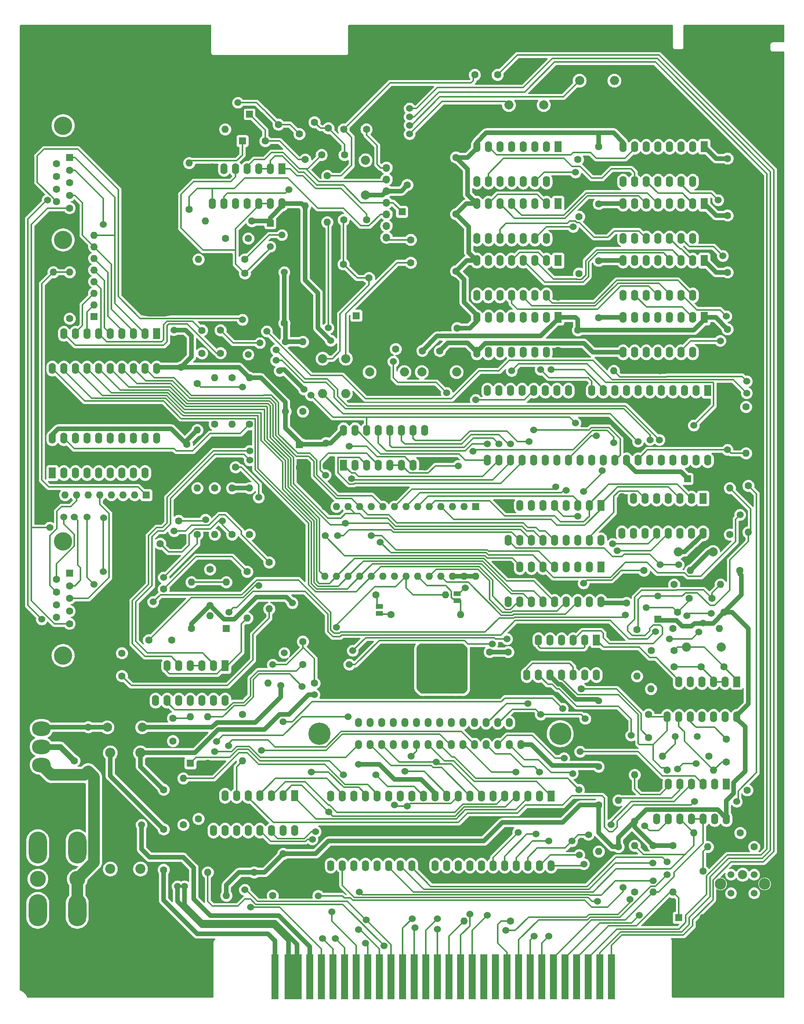
<source format=gbr>
%TF.GenerationSoftware,KiCad,Pcbnew,6.0.11-2627ca5db0~126~ubuntu22.04.1*%
%TF.CreationDate,2023-03-22T21:18:41-04:00*%
%TF.ProjectId,coleco_original_main_only,636f6c65-636f-45f6-9f72-6967696e616c,DEV*%
%TF.SameCoordinates,Original*%
%TF.FileFunction,Copper,L2,Bot*%
%TF.FilePolarity,Positive*%
%FSLAX46Y46*%
G04 Gerber Fmt 4.6, Leading zero omitted, Abs format (unit mm)*
G04 Created by KiCad (PCBNEW 6.0.11-2627ca5db0~126~ubuntu22.04.1) date 2023-03-22 21:18:41*
%MOMM*%
%LPD*%
G01*
G04 APERTURE LIST*
G04 Aperture macros list*
%AMRoundRect*
0 Rectangle with rounded corners*
0 $1 Rounding radius*
0 $2 $3 $4 $5 $6 $7 $8 $9 X,Y pos of 4 corners*
0 Add a 4 corners polygon primitive as box body*
4,1,4,$2,$3,$4,$5,$6,$7,$8,$9,$2,$3,0*
0 Add four circle primitives for the rounded corners*
1,1,$1+$1,$2,$3*
1,1,$1+$1,$4,$5*
1,1,$1+$1,$6,$7*
1,1,$1+$1,$8,$9*
0 Add four rect primitives between the rounded corners*
20,1,$1+$1,$2,$3,$4,$5,0*
20,1,$1+$1,$4,$5,$6,$7,0*
20,1,$1+$1,$6,$7,$8,$9,0*
20,1,$1+$1,$8,$9,$2,$3,0*%
G04 Aperture macros list end*
%TA.AperFunction,SMDPad,CuDef*%
%ADD10R,1.500000X1.000000*%
%TD*%
%TA.AperFunction,ComponentPad*%
%ADD11C,1.600000*%
%TD*%
%TA.AperFunction,ComponentPad*%
%ADD12R,1.600000X2.400000*%
%TD*%
%TA.AperFunction,ComponentPad*%
%ADD13O,1.600000X2.400000*%
%TD*%
%TA.AperFunction,ComponentPad*%
%ADD14O,1.600000X1.600000*%
%TD*%
%TA.AperFunction,ComponentPad*%
%ADD15C,8.500000*%
%TD*%
%TA.AperFunction,ComponentPad*%
%ADD16O,9.000000X5.000000*%
%TD*%
%TA.AperFunction,ComponentPad*%
%ADD17RoundRect,0.250000X-1.800000X1.330000X-1.800000X-1.330000X1.800000X-1.330000X1.800000X1.330000X0*%
%TD*%
%TA.AperFunction,ComponentPad*%
%ADD18O,4.100000X3.160000*%
%TD*%
%TA.AperFunction,ComponentPad*%
%ADD19R,1.600000X1.600000*%
%TD*%
%TA.AperFunction,ComponentPad*%
%ADD20R,1.500000X1.500000*%
%TD*%
%TA.AperFunction,ComponentPad*%
%ADD21C,1.500000*%
%TD*%
%TA.AperFunction,ComponentPad*%
%ADD22C,2.200000*%
%TD*%
%TA.AperFunction,ComponentPad*%
%ADD23O,2.200000X2.200000*%
%TD*%
%TA.AperFunction,ComponentPad*%
%ADD24C,2.000000*%
%TD*%
%TA.AperFunction,ComponentPad*%
%ADD25O,2.000000X2.000000*%
%TD*%
%TA.AperFunction,ComponentPad*%
%ADD26O,5.000000X9.000000*%
%TD*%
%TA.AperFunction,ComponentPad*%
%ADD27C,4.000000*%
%TD*%
%TA.AperFunction,ConnectorPad*%
%ADD28R,1.524000X9.906000*%
%TD*%
%TA.AperFunction,ConnectorPad*%
%ADD29R,2.032000X9.906000*%
%TD*%
%TA.AperFunction,ConnectorPad*%
%ADD30R,1.778000X9.906000*%
%TD*%
%TA.AperFunction,ComponentPad*%
%ADD31O,4.000000X7.000000*%
%TD*%
%TA.AperFunction,ComponentPad*%
%ADD32C,3.500000*%
%TD*%
%TA.AperFunction,ComponentPad*%
%ADD33C,2.500000*%
%TD*%
%TA.AperFunction,ComponentPad*%
%ADD34R,1.700000X1.700000*%
%TD*%
%TA.AperFunction,ComponentPad*%
%ADD35O,1.700000X1.700000*%
%TD*%
%TA.AperFunction,ComponentPad*%
%ADD36O,1.500000X2.000000*%
%TD*%
%TA.AperFunction,ComponentPad*%
%ADD37C,4.875000*%
%TD*%
%TA.AperFunction,ViaPad*%
%ADD38C,1.524000*%
%TD*%
%TA.AperFunction,Conductor*%
%ADD39C,0.304800*%
%TD*%
%TA.AperFunction,Conductor*%
%ADD40C,1.016000*%
%TD*%
%TA.AperFunction,Conductor*%
%ADD41C,1.524000*%
%TD*%
%TA.AperFunction,Conductor*%
%ADD42C,2.540000*%
%TD*%
%TA.AperFunction,Conductor*%
%ADD43C,1.270000*%
%TD*%
G04 APERTURE END LIST*
D10*
%TO.P,JP2,1,A*%
%TO.N,/cpu/A12*%
X119126000Y-142379000D03*
%TO.P,JP2,2,B*%
%TO.N,Net-(JP2-Pad2)*%
X119126000Y-143903000D03*
%TD*%
%TO.P,JP1,1,A*%
%TO.N,Net-(JP1-Pad1)*%
X102108000Y-145173000D03*
%TO.P,JP1,2,B*%
%TO.N,/cpu/A11*%
X102108000Y-146697000D03*
%TD*%
D11*
%TO.P,C23,1*%
%TO.N,-5V*%
X178308000Y-47169000D03*
%TO.P,C23,2*%
%TO.N,GNDD*%
X178308000Y-52169000D03*
%TD*%
%TO.P,C50,1*%
%TO.N,GNDD*%
X54864000Y-180225000D03*
%TO.P,C50,2*%
%TO.N,+12VL*%
X54864000Y-185225000D03*
%TD*%
D12*
%TO.P,U12,1,VBB*%
%TO.N,-5V*%
X173228000Y-81927000D03*
D13*
%TO.P,U12,2,Din*%
%TO.N,/video/AD2*%
X170688000Y-81927000D03*
%TO.P,U12,3,~{WRITE}*%
%TO.N,Net-(U10-Pad3)*%
X168148000Y-81927000D03*
%TO.P,U12,4,~{RAS}*%
%TO.N,Net-(U10-Pad4)*%
X165608000Y-81927000D03*
%TO.P,U12,5,A0*%
%TO.N,/video/AD7*%
X163068000Y-81927000D03*
%TO.P,U12,6,A2*%
%TO.N,/video/AD5*%
X160528000Y-81927000D03*
%TO.P,U12,7,A1*%
%TO.N,/video/AD6*%
X157988000Y-81927000D03*
%TO.P,U12,8,VDD*%
%TO.N,+12V*%
X155448000Y-81927000D03*
%TO.P,U12,9,VCC*%
%TO.N,+5V*%
X155448000Y-89547000D03*
%TO.P,U12,10,A5*%
%TO.N,/video/AD2*%
X157988000Y-89547000D03*
%TO.P,U12,11,A4*%
%TO.N,/video/AD3*%
X160528000Y-89547000D03*
%TO.P,U12,12,A3*%
%TO.N,/video/AD4*%
X163068000Y-89547000D03*
%TO.P,U12,13,A6*%
%TO.N,/video/AD1*%
X165608000Y-89547000D03*
%TO.P,U12,14,Dout*%
%TO.N,Net-(U12-Pad14)*%
X168148000Y-89547000D03*
%TO.P,U12,15,~{CAS}*%
%TO.N,Net-(U10-Pad15)*%
X170688000Y-89547000D03*
%TO.P,U12,16,VSS*%
%TO.N,GNDD*%
X173228000Y-89547000D03*
%TD*%
D11*
%TO.P,C99,1*%
%TO.N,Net-(C99-Pad1)*%
X54864000Y-141363000D03*
%TO.P,C99,2*%
%TO.N,GNDD*%
X54864000Y-146363000D03*
%TD*%
%TO.P,WJ2,1,A*%
%TO.N,+12VL*%
X85344000Y-102501000D03*
D14*
%TO.P,WJ2,2,B*%
%TO.N,VDDA*%
X85344000Y-87261000D03*
%TD*%
D11*
%TO.P,R7,1*%
%TO.N,+5V*%
X166370000Y-197497000D03*
D14*
%TO.P,R7,2*%
%TO.N,/clock_reset_misc_logic/EXP_RESET*%
X166370000Y-207657000D03*
%TD*%
D11*
%TO.P,C98,1*%
%TO.N,GNDD*%
X54102000Y-126417000D03*
%TO.P,C98,2*%
%TO.N,Net-(C98-Pad2)*%
X54102000Y-131417000D03*
%TD*%
D12*
%TO.P,U11,1,VBB*%
%TO.N,-5V*%
X141209000Y-69476000D03*
D13*
%TO.P,U11,2,Din*%
%TO.N,/video/AD7*%
X138669000Y-69476000D03*
%TO.P,U11,3,~{WRITE}*%
%TO.N,Net-(U10-Pad3)*%
X136129000Y-69476000D03*
%TO.P,U11,4,~{RAS}*%
%TO.N,Net-(U10-Pad4)*%
X133589000Y-69476000D03*
%TO.P,U11,5,A0*%
%TO.N,/video/AD7*%
X131049000Y-69476000D03*
%TO.P,U11,6,A2*%
%TO.N,/video/AD5*%
X128509000Y-69476000D03*
%TO.P,U11,7,A1*%
%TO.N,/video/AD6*%
X125969000Y-69476000D03*
%TO.P,U11,8,VDD*%
%TO.N,+12V*%
X123429000Y-69476000D03*
%TO.P,U11,9,VCC*%
%TO.N,+5V*%
X123429000Y-77096000D03*
%TO.P,U11,10,A5*%
%TO.N,/video/AD2*%
X125969000Y-77096000D03*
%TO.P,U11,11,A4*%
%TO.N,/video/AD3*%
X128509000Y-77096000D03*
%TO.P,U11,12,A3*%
%TO.N,/video/AD4*%
X131049000Y-77096000D03*
%TO.P,U11,13,A6*%
%TO.N,/video/AD1*%
X133589000Y-77096000D03*
%TO.P,U11,14,Dout*%
%TO.N,Net-(U11-Pad14)*%
X136129000Y-77096000D03*
%TO.P,U11,15,~{CAS}*%
%TO.N,Net-(U10-Pad15)*%
X138669000Y-77096000D03*
%TO.P,U11,16,VSS*%
%TO.N,GNDD*%
X141209000Y-77096000D03*
%TD*%
D15*
%TO.P,H3,1,1*%
%TO.N,GNDD*%
X182118000Y-220865000D03*
%TD*%
D11*
%TO.P,R5,1*%
%TO.N,Net-(C70-Pad1)*%
X165100000Y-180987000D03*
D14*
%TO.P,R5,2*%
%TO.N,Net-(C1-Pad2)*%
X175260000Y-180987000D03*
%TD*%
D16*
%TO.P,H12,1,1*%
%TO.N,GNDD*%
X105156000Y-79133000D03*
%TD*%
%TO.P,H11,1,1*%
%TO.N,GNDD*%
X105156000Y-26065000D03*
%TD*%
%TO.P,H7,1,1*%
%TO.N,GNDD*%
X31750000Y-220611000D03*
%TD*%
D11*
%TO.P,C61,1*%
%TO.N,Net-(C61-Pad1)*%
X56896000Y-169597000D03*
%TO.P,C61,2*%
%TO.N,Net-(C102-Pad2)*%
X56896000Y-174597000D03*
%TD*%
%TO.P,C10,1*%
%TO.N,+5V*%
X58674000Y-92809000D03*
%TO.P,C10,2*%
%TO.N,GNDD*%
X58674000Y-87809000D03*
%TD*%
%TO.P,C104,1*%
%TO.N,Net-(C104-Pad1)*%
X45720000Y-160373000D03*
%TO.P,C104,2*%
%TO.N,Net-(C104-Pad2)*%
X45720000Y-155373000D03*
%TD*%
%TO.P,R55,1*%
%TO.N,/rf_mod/sub_rf_mod/6*%
X60452000Y-58305000D03*
D14*
%TO.P,R55,2*%
%TO.N,Net-(C68-Pad1)*%
X60452000Y-48145000D03*
%TD*%
D17*
%TO.P,J0,1,Pin_1*%
%TO.N,GNDD*%
X28089000Y-167935000D03*
D18*
%TO.P,J0,2,Pin_2*%
%TO.N,-5C*%
X28089000Y-171895000D03*
%TO.P,J0,3,Pin_3*%
%TO.N,+12C*%
X28089000Y-175855000D03*
%TO.P,J0,4,Pin_4*%
%TO.N,+5C*%
X28089000Y-179815000D03*
%TD*%
D11*
%TO.P,R19,1*%
%TO.N,Net-(J5-Pad9)*%
X69850000Y-95135000D03*
D14*
%TO.P,R19,2*%
%TO.N,Net-(C17-Pad2)*%
X69850000Y-105295000D03*
%TD*%
D11*
%TO.P,C45,1*%
%TO.N,+12V*%
X150114000Y-81967000D03*
%TO.P,C45,2*%
%TO.N,GNDD*%
X150114000Y-86967000D03*
%TD*%
%TO.P,R35,1*%
%TO.N,+5V*%
X157988000Y-192163000D03*
D14*
%TO.P,R35,2*%
%TO.N,/clock_reset_misc_logic/~{AUD_DECODE_2}*%
X157988000Y-182003000D03*
%TD*%
D19*
%TO.P,CR2,1,K*%
%TO.N,/clock_reset_misc_logic/INT*%
X68580000Y-149999000D03*
D14*
%TO.P,CR2,2,A*%
%TO.N,Net-(C65-Pad1)*%
X68580000Y-139839000D03*
%TD*%
D11*
%TO.P,R9,1*%
%TO.N,/clock_reset_misc_logic/EXP_RESET*%
X172974000Y-203085000D03*
D14*
%TO.P,R9,2*%
%TO.N,GNDD*%
X172974000Y-213245000D03*
%TD*%
D16*
%TO.P,H6,1,1*%
%TO.N,GNDD*%
X31750000Y-188861000D03*
%TD*%
D11*
%TO.P,R40,1*%
%TO.N,Net-(C62-Pad1)*%
X90932000Y-40525000D03*
D14*
%TO.P,R40,2*%
%TO.N,GNDD*%
X90932000Y-30365000D03*
%TD*%
D11*
%TO.P,R62,1*%
%TO.N,Net-(Q2-Pad3)*%
X158496000Y-150253000D03*
D14*
%TO.P,R62,2*%
%TO.N,Net-(C90-Pad1)*%
X158496000Y-160413000D03*
%TD*%
D15*
%TO.P,H4,1,1*%
%TO.N,GNDD*%
X182118000Y-33413000D03*
%TD*%
D11*
%TO.P,C103,1*%
%TO.N,Net-(C103-Pad1)*%
X85344000Y-152833000D03*
%TO.P,C103,2*%
%TO.N,Net-(C103-Pad2)*%
X85344000Y-157833000D03*
%TD*%
D20*
%TO.P,Q6,1,E*%
%TO.N,Net-(C68-Pad2)*%
X73668000Y-37477000D03*
D21*
%TO.P,Q6,2,B*%
%TO.N,Net-(C64-Pad1)*%
X71128000Y-34937000D03*
%TO.P,Q6,3,C*%
%TO.N,GNDD*%
X73668000Y-32397000D03*
%TD*%
D11*
%TO.P,C1,1*%
%TO.N,Net-(C1-Pad1)*%
X178054000Y-174169000D03*
%TO.P,C1,2*%
%TO.N,Net-(C1-Pad2)*%
X178054000Y-179169000D03*
%TD*%
%TO.P,R49,1*%
%TO.N,Net-(Q3-Pad3)*%
X72644000Y-72275000D03*
D14*
%TO.P,R49,2*%
%TO.N,GNDD*%
X62484000Y-72275000D03*
%TD*%
D15*
%TO.P,H2,1,1*%
%TO.N,GNDD*%
X36830000Y-30365000D03*
%TD*%
D21*
%TO.P,Y1,1,1*%
%TO.N,Net-(R6-Pad2)*%
X171704000Y-173621000D03*
%TO.P,Y1,2,2*%
%TO.N,Net-(C70-Pad2)*%
X166824000Y-173621000D03*
%TD*%
D11*
%TO.P,C7,1*%
%TO.N,+5V*%
X126238000Y-155119000D03*
%TO.P,C7,2*%
%TO.N,GNDD*%
X126238000Y-160119000D03*
%TD*%
D12*
%TO.P,U22,1*%
%TO.N,Net-(C90-Pad2)*%
X180345000Y-161668000D03*
D13*
%TO.P,U22,2*%
%TO.N,Net-(C91-Pad2)*%
X177805000Y-161668000D03*
%TO.P,U22,3*%
X175265000Y-161668000D03*
%TO.P,U22,4*%
%TO.N,/clock_reset_misc_logic/VDP_CLK*%
X172725000Y-161668000D03*
%TO.P,U22,5*%
%TO.N,/clock_reset_misc_logic/~{M1}*%
X170185000Y-161668000D03*
%TO.P,U22,6*%
%TO.N,Net-(U22-Pad6)*%
X167645000Y-161668000D03*
%TO.P,U22,7,GND*%
%TO.N,GNDD*%
X165105000Y-161668000D03*
%TO.P,U22,8*%
%TO.N,Net-(C70-Pad1)*%
X165105000Y-169288000D03*
%TO.P,U22,9*%
%TO.N,Net-(C1-Pad2)*%
X167645000Y-169288000D03*
%TO.P,U22,10*%
%TO.N,Net-(C1-Pad1)*%
X170185000Y-169288000D03*
%TO.P,U22,11*%
%TO.N,Net-(R6-Pad2)*%
X172725000Y-169288000D03*
%TO.P,U22,12*%
%TO.N,/clock_reset_misc_logic/RFSH*%
X175265000Y-169288000D03*
%TO.P,U22,13*%
%TO.N,/clock_reset_misc_logic/~{RFSH}*%
X177805000Y-169288000D03*
%TO.P,U22,14,VCC*%
%TO.N,+5V*%
X180345000Y-169288000D03*
%TD*%
D11*
%TO.P,C27,1*%
%TO.N,-5V*%
X145796000Y-72315000D03*
%TO.P,C27,2*%
%TO.N,GNDD*%
X145796000Y-77315000D03*
%TD*%
%TO.P,R73,1*%
%TO.N,+5V*%
X182372000Y-101485000D03*
D14*
%TO.P,R73,2*%
%TO.N,/io_ports/~{VDP_RESET}*%
X182372000Y-111645000D03*
%TD*%
D11*
%TO.P,R60,1*%
%TO.N,/clock_reset_misc_logic/~{CLK}*%
X178816000Y-129425000D03*
D14*
%TO.P,R60,2*%
%TO.N,Net-(Q2-Pad3)*%
X178816000Y-119265000D03*
%TD*%
D19*
%TO.P,UR26,1,common*%
%TO.N,Net-(R65-Pad2)*%
X51054000Y-120789000D03*
D14*
%TO.P,UR26,2,R1*%
%TO.N,Net-(J6-Pad1)*%
X48514000Y-120789000D03*
%TO.P,UR26,3,R2*%
%TO.N,Net-(J6-Pad4)*%
X45974000Y-120789000D03*
%TO.P,UR26,4,R3*%
%TO.N,Net-(J6-Pad2)*%
X43434000Y-120789000D03*
%TO.P,UR26,5,R4*%
%TO.N,Net-(J6-Pad3)*%
X40894000Y-120789000D03*
%TO.P,UR26,6,R5*%
%TO.N,Net-(C103-Pad2)*%
X38354000Y-120789000D03*
%TO.P,UR26,7,R6*%
%TO.N,Net-(J6-Pad7)*%
X35814000Y-120789000D03*
%TO.P,UR26,8,R7*%
%TO.N,Net-(J6-Pad6)*%
X33274000Y-120789000D03*
%TD*%
D11*
%TO.P,C47,1*%
%TO.N,GNDD*%
X35306000Y-173915000D03*
%TO.P,C47,2*%
%TO.N,+12C*%
X35306000Y-178915000D03*
%TD*%
%TO.P,C91,1*%
%TO.N,GNDD*%
X161584000Y-158381000D03*
%TO.P,C91,2*%
%TO.N,Net-(C91-Pad2)*%
X166584000Y-158381000D03*
%TD*%
%TO.P,C78,1*%
%TO.N,/rf_mod/sub_rf_mod/8*%
X108966000Y-64949000D03*
%TO.P,C78,2*%
%TO.N,Net-(C78-Pad2)*%
X108966000Y-69949000D03*
%TD*%
D19*
%TO.P,C68,1*%
%TO.N,Net-(C68-Pad1)*%
X72116698Y-43319000D03*
D11*
%TO.P,C68,2*%
%TO.N,Net-(C68-Pad2)*%
X77116698Y-43319000D03*
%TD*%
%TO.P,C31,1*%
%TO.N,+12V*%
X150114000Y-69521000D03*
%TO.P,C31,2*%
%TO.N,GNDD*%
X150114000Y-74521000D03*
%TD*%
%TO.P,R64,1*%
%TO.N,GNDD*%
X163576000Y-93611000D03*
D14*
%TO.P,R64,2*%
%TO.N,/clock_reset_misc_logic/SND_CLK*%
X153416000Y-93611000D03*
%TD*%
D12*
%TO.P,U18,1,G1*%
%TO.N,/controller/~{CTRL_READ}*%
X30480000Y-115963000D03*
D13*
%TO.P,U18,2,A0*%
%TO.N,Net-(C104-Pad2)*%
X33020000Y-115963000D03*
%TO.P,U18,3,A1*%
%TO.N,Net-(J6-Pad6)*%
X35560000Y-115963000D03*
%TO.P,U18,4,A2*%
%TO.N,Net-(J6-Pad7)*%
X38100000Y-115963000D03*
%TO.P,U18,5,A3*%
%TO.N,Net-(C103-Pad2)*%
X40640000Y-115963000D03*
%TO.P,U18,6,A4*%
%TO.N,Net-(J6-Pad3)*%
X43180000Y-115963000D03*
%TO.P,U18,7,A5*%
%TO.N,Net-(J6-Pad2)*%
X45720000Y-115963000D03*
%TO.P,U18,8,A6*%
%TO.N,Net-(J6-Pad4)*%
X48260000Y-115963000D03*
%TO.P,U18,9,A7*%
%TO.N,Net-(J6-Pad1)*%
X50800000Y-115963000D03*
%TO.P,U18,10,GND*%
%TO.N,GNDD*%
X53340000Y-115963000D03*
%TO.P,U18,11,Y7*%
%TO.N,/cpu/D0*%
X53340000Y-108343000D03*
%TO.P,U18,12,Y6*%
%TO.N,/cpu/D1*%
X50800000Y-108343000D03*
%TO.P,U18,13,Y5*%
%TO.N,/cpu/D2*%
X48260000Y-108343000D03*
%TO.P,U18,14,Y4*%
%TO.N,/cpu/D3*%
X45720000Y-108343000D03*
%TO.P,U18,15,Y3*%
%TO.N,/cpu/D4*%
X43180000Y-108343000D03*
%TO.P,U18,16,Y2*%
%TO.N,/cpu/D5*%
X40640000Y-108343000D03*
%TO.P,U18,17,Y1*%
%TO.N,/cpu/D6*%
X38100000Y-108343000D03*
%TO.P,U18,18,Y0*%
%TO.N,/cpu/D7*%
X35560000Y-108343000D03*
%TO.P,U18,19,G2*%
%TO.N,/clock_reset_misc_logic/~{CTRL_READ_2}*%
X33020000Y-108343000D03*
%TO.P,U18,20,VCC*%
%TO.N,+5V*%
X30480000Y-108343000D03*
%TD*%
D19*
%TO.P,C16,1*%
%TO.N,+5V*%
X84582000Y-109750349D03*
D11*
%TO.P,C16,2*%
%TO.N,GNDD*%
X84582000Y-114750349D03*
%TD*%
%TO.P,C100,1*%
%TO.N,Net-(C100-Pad1)*%
X94274000Y-40779000D03*
%TO.P,C100,2*%
%TO.N,/rf_mod/sub_rf_mod/2*%
X99274000Y-40779000D03*
%TD*%
%TO.P,C102,1*%
%TO.N,Net-(C102-Pad1)*%
X67310000Y-84721000D03*
%TO.P,C102,2*%
%TO.N,Net-(C102-Pad2)*%
X67310000Y-89721000D03*
%TD*%
D12*
%TO.P,U20,1,D2*%
%TO.N,/cpu/D5*%
X94249000Y-114200000D03*
D13*
%TO.P,U20,2,D1*%
%TO.N,/cpu/D6*%
X96789000Y-114200000D03*
%TO.P,U20,3,D0*%
%TO.N,/cpu/D7*%
X99329000Y-114200000D03*
%TO.P,U20,4,RDY*%
%TO.N,/clock_reset_misc_logic/~{WAIT}*%
X101869000Y-114200000D03*
%TO.P,U20,5,~{WE}*%
%TO.N,/decoder_logic/~{SND_ENABLE}*%
X104409000Y-114200000D03*
%TO.P,U20,6,~{CE}*%
X106949000Y-114200000D03*
%TO.P,U20,7,OUT*%
%TO.N,/io_ports/SND_OUT*%
X109489000Y-114200000D03*
%TO.P,U20,8,GND*%
%TO.N,GNDD*%
X112029000Y-114200000D03*
%TO.P,U20,9,N.C.*%
%TO.N,unconnected-(U20-Pad9)*%
X112029000Y-106580000D03*
%TO.P,U20,10,D7*%
%TO.N,/cpu/D0*%
X109489000Y-106580000D03*
%TO.P,U20,11,D6*%
%TO.N,/cpu/D1*%
X106949000Y-106580000D03*
%TO.P,U20,12,D5*%
%TO.N,/cpu/D2*%
X104409000Y-106580000D03*
%TO.P,U20,13,D4*%
%TO.N,/cpu/D3*%
X101869000Y-106580000D03*
%TO.P,U20,14,CLK*%
%TO.N,/clock_reset_misc_logic/SND_CLK*%
X99329000Y-106580000D03*
%TO.P,U20,15,D3*%
%TO.N,/cpu/D4*%
X96789000Y-106580000D03*
%TO.P,U20,16,VCC*%
%TO.N,+5V*%
X94249000Y-106580000D03*
%TD*%
D11*
%TO.P,R10,1*%
%TO.N,+5V*%
X157988000Y-207657000D03*
D14*
%TO.P,R10,2*%
%TO.N,/clock_reset_misc_logic/~{RESET}*%
X157988000Y-197497000D03*
%TD*%
D22*
%TO.P,L6,1,1*%
%TO.N,/psu/+5NF*%
X43180000Y-202577000D03*
D23*
%TO.P,L6,2,2*%
%TO.N,+5V*%
X43180000Y-177177000D03*
%TD*%
D24*
%TO.P,L15,1,1*%
%TO.N,Net-(C78-Pad2)*%
X94742000Y-90929000D03*
D25*
%TO.P,L15,2,2*%
%TO.N,/clock_reset_misc_logic/SND_CLK*%
X94742000Y-98549000D03*
%TD*%
D11*
%TO.P,WJ4,1,A*%
%TO.N,Net-(JP1-Pad1)*%
X101346000Y-142633000D03*
D14*
%TO.P,WJ4,2,B*%
%TO.N,/decoder_logic/~{ROM_ENABLE}*%
X116586000Y-142633000D03*
%TD*%
D11*
%TO.P,R26,1*%
%TO.N,Net-(J2-Pad40)*%
X130810000Y-214007000D03*
D14*
%TO.P,R26,2*%
%TO.N,/clock_reset_misc_logic/~{CLK}*%
X120650000Y-214007000D03*
%TD*%
D11*
%TO.P,R23,1*%
%TO.N,Net-(C99-Pad1)*%
X73152000Y-137553000D03*
D14*
%TO.P,R23,2*%
%TO.N,Net-(R23-Pad2)*%
X73152000Y-147713000D03*
%TD*%
D12*
%TO.P,U16,1,VBB*%
%TO.N,-5V*%
X141209000Y-81927000D03*
D13*
%TO.P,U16,2,Din*%
%TO.N,/video/AD0*%
X138669000Y-81927000D03*
%TO.P,U16,3,~{WRITE}*%
%TO.N,Net-(U10-Pad3)*%
X136129000Y-81927000D03*
%TO.P,U16,4,~{RAS}*%
%TO.N,Net-(U10-Pad4)*%
X133589000Y-81927000D03*
%TO.P,U16,5,A0*%
%TO.N,/video/AD7*%
X131049000Y-81927000D03*
%TO.P,U16,6,A2*%
%TO.N,/video/AD5*%
X128509000Y-81927000D03*
%TO.P,U16,7,A1*%
%TO.N,/video/AD6*%
X125969000Y-81927000D03*
%TO.P,U16,8,VDD*%
%TO.N,+12V*%
X123429000Y-81927000D03*
%TO.P,U16,9,VCC*%
%TO.N,+5V*%
X123429000Y-89547000D03*
%TO.P,U16,10,A5*%
%TO.N,/video/AD2*%
X125969000Y-89547000D03*
%TO.P,U16,11,A4*%
%TO.N,/video/AD3*%
X128509000Y-89547000D03*
%TO.P,U16,12,A3*%
%TO.N,/video/AD4*%
X131049000Y-89547000D03*
%TO.P,U16,13,A6*%
%TO.N,/video/AD1*%
X133589000Y-89547000D03*
%TO.P,U16,14,Dout*%
%TO.N,Net-(U16-Pad14)*%
X136129000Y-89547000D03*
%TO.P,U16,15,~{CAS}*%
%TO.N,Net-(U10-Pad15)*%
X138669000Y-89547000D03*
%TO.P,U16,16,VSS*%
%TO.N,GNDD*%
X141209000Y-89547000D03*
%TD*%
D20*
%TO.P,Q4,1,E*%
%TO.N,GNDD*%
X73406000Y-84975000D03*
D21*
%TO.P,Q4,2,B*%
%TO.N,Net-(C102-Pad1)*%
X75946000Y-87515000D03*
%TO.P,Q4,3,C*%
%TO.N,Net-(C101-Pad1)*%
X73406000Y-90055000D03*
%TD*%
D11*
%TO.P,C13,1*%
%TO.N,GNDD*%
X156210000Y-139371000D03*
%TO.P,C13,2*%
%TO.N,+5V*%
X156210000Y-144371000D03*
%TD*%
D24*
%TO.P,L8,1,1*%
%TO.N,Net-(C63-Pad1)*%
X89662000Y-90929000D03*
D25*
%TO.P,L8,2,2*%
%TO.N,/rf_mod/B-Y*%
X89662000Y-98549000D03*
%TD*%
D11*
%TO.P,C29,1*%
%TO.N,-5V*%
X178308000Y-72061000D03*
%TO.P,C29,2*%
%TO.N,GNDD*%
X178308000Y-77061000D03*
%TD*%
D12*
%TO.P,U17,1,VBB*%
%TO.N,-5V*%
X173243000Y-44574000D03*
D13*
%TO.P,U17,2,Din*%
%TO.N,/video/AD4*%
X170703000Y-44574000D03*
%TO.P,U17,3,~{WRITE}*%
%TO.N,Net-(U10-Pad3)*%
X168163000Y-44574000D03*
%TO.P,U17,4,~{RAS}*%
%TO.N,Net-(U10-Pad4)*%
X165623000Y-44574000D03*
%TO.P,U17,5,A0*%
%TO.N,/video/AD7*%
X163083000Y-44574000D03*
%TO.P,U17,6,A2*%
%TO.N,/video/AD5*%
X160543000Y-44574000D03*
%TO.P,U17,7,A1*%
%TO.N,/video/AD6*%
X158003000Y-44574000D03*
%TO.P,U17,8,VDD*%
%TO.N,+12V*%
X155463000Y-44574000D03*
%TO.P,U17,9,VCC*%
%TO.N,+5V*%
X155463000Y-52194000D03*
%TO.P,U17,10,A5*%
%TO.N,/video/AD2*%
X158003000Y-52194000D03*
%TO.P,U17,11,A4*%
%TO.N,/video/AD3*%
X160543000Y-52194000D03*
%TO.P,U17,12,A3*%
%TO.N,/video/AD4*%
X163083000Y-52194000D03*
%TO.P,U17,13,A6*%
%TO.N,/video/AD1*%
X165623000Y-52194000D03*
%TO.P,U17,14,Dout*%
%TO.N,Net-(U17-Pad14)*%
X168163000Y-52194000D03*
%TO.P,U17,15,~{CAS}*%
%TO.N,Net-(U10-Pad15)*%
X170703000Y-52194000D03*
%TO.P,U17,16,VSS*%
%TO.N,GNDD*%
X173243000Y-52194000D03*
%TD*%
D11*
%TO.P,R77,1*%
%TO.N,Net-(R77-Pad1)*%
X181102000Y-194703000D03*
D14*
%TO.P,R77,2*%
%TO.N,/clock_reset_misc_logic/~{RESET}*%
X170942000Y-194703000D03*
%TD*%
D11*
%TO.P,R12,1*%
%TO.N,+5V*%
X74676000Y-203339000D03*
D14*
%TO.P,R12,2*%
%TO.N,/cpu/~{BUSRQ}*%
X64516000Y-203339000D03*
%TD*%
D26*
%TO.P,H8,1,1*%
%TO.N,GNDD*%
X114554000Y-63639000D03*
%TD*%
D24*
%TO.P,L14,1,1*%
%TO.N,Net-(C91-Pad2)*%
X176926000Y-154063000D03*
D25*
%TO.P,L14,2,2*%
%TO.N,Net-(C90-Pad2)*%
X169306000Y-154063000D03*
%TD*%
D11*
%TO.P,R42,1*%
%TO.N,Net-(C64-Pad1)*%
X84582000Y-41795000D03*
D14*
%TO.P,R42,2*%
%TO.N,GNDD*%
X84582000Y-31635000D03*
%TD*%
D11*
%TO.P,R71,1*%
%TO.N,Net-(C104-Pad2)*%
X77978000Y-135521000D03*
D14*
%TO.P,R71,2*%
%TO.N,Net-(C104-Pad1)*%
X77978000Y-145681000D03*
%TD*%
D12*
%TO.P,U13,1,VBB*%
%TO.N,-5V*%
X141209000Y-57025000D03*
D13*
%TO.P,U13,2,Din*%
%TO.N,/video/AD6*%
X138669000Y-57025000D03*
%TO.P,U13,3,~{WRITE}*%
%TO.N,Net-(U10-Pad3)*%
X136129000Y-57025000D03*
%TO.P,U13,4,~{RAS}*%
%TO.N,Net-(U10-Pad4)*%
X133589000Y-57025000D03*
%TO.P,U13,5,A0*%
%TO.N,/video/AD7*%
X131049000Y-57025000D03*
%TO.P,U13,6,A2*%
%TO.N,/video/AD5*%
X128509000Y-57025000D03*
%TO.P,U13,7,A1*%
%TO.N,/video/AD6*%
X125969000Y-57025000D03*
%TO.P,U13,8,VDD*%
%TO.N,+12V*%
X123429000Y-57025000D03*
%TO.P,U13,9,VCC*%
%TO.N,+5V*%
X123429000Y-64645000D03*
%TO.P,U13,10,A5*%
%TO.N,/video/AD2*%
X125969000Y-64645000D03*
%TO.P,U13,11,A4*%
%TO.N,/video/AD3*%
X128509000Y-64645000D03*
%TO.P,U13,12,A3*%
%TO.N,/video/AD4*%
X131049000Y-64645000D03*
%TO.P,U13,13,A6*%
%TO.N,/video/AD1*%
X133589000Y-64645000D03*
%TO.P,U13,14,Dout*%
%TO.N,Net-(U13-Pad14)*%
X136129000Y-64645000D03*
%TO.P,U13,15,~{CAS}*%
%TO.N,Net-(U10-Pad15)*%
X138669000Y-64645000D03*
%TO.P,U13,16,VSS*%
%TO.N,GNDD*%
X141209000Y-64645000D03*
%TD*%
D11*
%TO.P,R22,1*%
%TO.N,Net-(C98-Pad2)*%
X66040000Y-119265000D03*
D14*
%TO.P,R22,2*%
%TO.N,Net-(R22-Pad2)*%
X66040000Y-129425000D03*
%TD*%
D11*
%TO.P,R39,1*%
%TO.N,Net-(R39-Pad1)*%
X160020000Y-137299000D03*
D14*
%TO.P,R39,2*%
%TO.N,+5V*%
X170180000Y-137299000D03*
%TD*%
D24*
%TO.P,L2,1,1*%
%TO.N,-5VL*%
X99934000Y-93865000D03*
D25*
%TO.P,L2,2,2*%
%TO.N,-5V*%
X107554000Y-93865000D03*
%TD*%
D11*
%TO.P,C22,1*%
%TO.N,+12V*%
X150114000Y-44589000D03*
%TO.P,C22,2*%
%TO.N,GNDD*%
X150114000Y-49589000D03*
%TD*%
D12*
%TO.P,U23,1*%
%TO.N,/rf_mod/sub_rf_mod/7*%
X80777000Y-49400000D03*
D13*
%TO.P,U23,2*%
%TO.N,/rf_mod/sub_rf_mod/5*%
X78237000Y-49400000D03*
%TO.P,U23,3*%
X75697000Y-49400000D03*
%TO.P,U23,4*%
%TO.N,/rf_mod/sub_rf_mod/3*%
X73157000Y-49400000D03*
%TO.P,U23,5*%
%TO.N,Net-(Q3-Pad3)*%
X70617000Y-49400000D03*
%TO.P,U23,6*%
%TO.N,/io_ports/EXT_VIDEO_SEL*%
X68077000Y-49400000D03*
%TO.P,U23,7,VSS*%
%TO.N,GNDD*%
X65537000Y-49400000D03*
%TO.P,U23,8*%
%TO.N,/rf_mod/sub_rf_mod/6*%
X65537000Y-57020000D03*
%TO.P,U23,9*%
%TO.N,/io_ports/EXT_VIDEO*%
X68077000Y-57020000D03*
%TO.P,U23,10*%
%TO.N,/rf_mod/sub_rf_mod/5*%
X70617000Y-57020000D03*
%TO.P,U23,11*%
%TO.N,Net-(C68-Pad1)*%
X73157000Y-57020000D03*
%TO.P,U23,12*%
%TO.N,Net-(Q3-Pad3)*%
X75697000Y-57020000D03*
%TO.P,U23,13*%
X78237000Y-57020000D03*
%TO.P,U23,14,VDD*%
%TO.N,+12VL*%
X80777000Y-57020000D03*
%TD*%
D11*
%TO.P,C63,1*%
%TO.N,Net-(C63-Pad1)*%
X94234000Y-70283000D03*
%TO.P,C63,2*%
%TO.N,GNDD*%
X94234000Y-75283000D03*
%TD*%
%TO.P,C88,1*%
%TO.N,/io_ports/EXT_SOUND*%
X127976000Y-28841000D03*
%TO.P,C88,2*%
%TO.N,Net-(C100-Pad1)*%
X122976000Y-28841000D03*
%TD*%
D12*
%TO.P,U8,1,~{R}*%
%TO.N,Net-(U22-Pad6)*%
X149611000Y-152524000D03*
D13*
%TO.P,U8,2,D*%
%TO.N,Net-(U8-Pad2)*%
X147071000Y-152524000D03*
%TO.P,U8,3,C*%
%TO.N,Net-(C4-Pad2)*%
X144531000Y-152524000D03*
%TO.P,U8,4,~{S}*%
%TO.N,Net-(R39-Pad1)*%
X141991000Y-152524000D03*
%TO.P,U8,5,Q*%
%TO.N,Net-(U7-Pad3)*%
X139451000Y-152524000D03*
%TO.P,U8,6,~{Q}*%
%TO.N,Net-(U8-Pad2)*%
X136911000Y-152524000D03*
%TO.P,U8,7,GND*%
%TO.N,GNDD*%
X134371000Y-152524000D03*
%TO.P,U8,8,~{Q}*%
%TO.N,Net-(C4-Pad2)*%
X134371000Y-160144000D03*
%TO.P,U8,9,Q*%
%TO.N,Net-(Q2-Pad3)*%
X136911000Y-160144000D03*
%TO.P,U8,10,~{S}*%
%TO.N,+5V*%
X139451000Y-160144000D03*
%TO.P,U8,11,C*%
%TO.N,Net-(C70-Pad1)*%
X141991000Y-160144000D03*
%TO.P,U8,12,D*%
%TO.N,Net-(C4-Pad2)*%
X144531000Y-160144000D03*
%TO.P,U8,13,~{R}*%
%TO.N,+5V*%
X147071000Y-160144000D03*
%TO.P,U8,14,VCC*%
X149611000Y-160144000D03*
%TD*%
D11*
%TO.P,C64,1*%
%TO.N,Net-(C64-Pad1)*%
X80010000Y-39723000D03*
%TO.P,C64,2*%
%TO.N,GNDD*%
X80010000Y-34723000D03*
%TD*%
D19*
%TO.P,C106,1*%
%TO.N,+5VD*%
X169526584Y-117233000D03*
D11*
%TO.P,C106,2*%
%TO.N,GNDD*%
X172026584Y-117233000D03*
%TD*%
%TO.P,R21,1*%
%TO.N,Net-(C98-Pad2)*%
X69850000Y-129425000D03*
D14*
%TO.P,R21,2*%
%TO.N,-5VL*%
X69850000Y-119265000D03*
%TD*%
D11*
%TO.P,R24,1*%
%TO.N,+5V*%
X65024000Y-137045000D03*
D14*
%TO.P,R24,2*%
%TO.N,Net-(C61-Pad1)*%
X65024000Y-147205000D03*
%TD*%
D11*
%TO.P,C69,1*%
%TO.N,Net-(C69-Pad1)*%
X68401328Y-64655000D03*
%TO.P,C69,2*%
%TO.N,Net-(C68-Pad1)*%
X73401328Y-64655000D03*
%TD*%
D19*
%TO.P,C36,1*%
%TO.N,+12V*%
X97028000Y-81535094D03*
D11*
%TO.P,C36,2*%
%TO.N,GNDD*%
X97028000Y-86535094D03*
%TD*%
%TO.P,R16,1*%
%TO.N,+5V*%
X72136000Y-168795000D03*
D14*
%TO.P,R16,2*%
%TO.N,/decoder_logic/AUX_DECODE_1*%
X72136000Y-178955000D03*
%TD*%
D11*
%TO.P,C8,1*%
%TO.N,GNDD*%
X62484000Y-186615000D03*
%TO.P,C8,2*%
%TO.N,+5V*%
X62484000Y-191615000D03*
%TD*%
D20*
%TO.P,Q3,1,E*%
%TO.N,+12VL*%
X78224000Y-61353000D03*
D21*
%TO.P,Q3,2,B*%
%TO.N,Net-(C69-Pad1)*%
X80764000Y-63893000D03*
%TO.P,Q3,3,C*%
%TO.N,Net-(Q3-Pad3)*%
X78224000Y-66433000D03*
%TD*%
D11*
%TO.P,R18,1*%
%TO.N,Net-(C100-Pad1)*%
X90678000Y-50939000D03*
D14*
%TO.P,R18,2*%
%TO.N,/io_ports/SND_OUT*%
X90678000Y-61099000D03*
%TD*%
D24*
%TO.P,L7,1,1*%
%TO.N,Net-(C62-Pad1)*%
X145908000Y-30111000D03*
D25*
%TO.P,L7,2,2*%
%TO.N,/rf_mod/R-Y*%
X153528000Y-30111000D03*
%TD*%
D11*
%TO.P,R61,1*%
%TO.N,/clock_reset_misc_logic/SND_CLK*%
X182880000Y-118757000D03*
D14*
%TO.P,R61,2*%
%TO.N,Net-(Q2-Pad3)*%
X182880000Y-128917000D03*
%TD*%
D11*
%TO.P,R43,1*%
%TO.N,GNDD*%
X68326000Y-30619000D03*
D14*
%TO.P,R43,2*%
%TO.N,/io_ports/EXT_VIDEO_SEL*%
X68326000Y-40779000D03*
%TD*%
D11*
%TO.P,C17,1*%
%TO.N,GNDD*%
X65612000Y-114693000D03*
%TO.P,C17,2*%
%TO.N,Net-(C17-Pad2)*%
X70612000Y-114693000D03*
%TD*%
%TO.P,C37,1*%
%TO.N,+12V*%
X118872000Y-59321000D03*
%TO.P,C37,2*%
%TO.N,GNDD*%
X118872000Y-64321000D03*
%TD*%
D24*
%TO.P,L4,1,1*%
%TO.N,-5C*%
X42530000Y-171589000D03*
D25*
%TO.P,L4,2,2*%
%TO.N,-5VL*%
X50150000Y-171589000D03*
%TD*%
D11*
%TO.P,R65,1*%
%TO.N,+5V*%
X34290000Y-82181000D03*
D14*
%TO.P,R65,2*%
%TO.N,Net-(R65-Pad2)*%
X34290000Y-72021000D03*
%TD*%
D12*
%TO.P,U14,1,VBB*%
%TO.N,-5V*%
X173243000Y-69476000D03*
D13*
%TO.P,U14,2,Din*%
%TO.N,/video/AD1*%
X170703000Y-69476000D03*
%TO.P,U14,3,~{WRITE}*%
%TO.N,Net-(U10-Pad3)*%
X168163000Y-69476000D03*
%TO.P,U14,4,~{RAS}*%
%TO.N,Net-(U10-Pad4)*%
X165623000Y-69476000D03*
%TO.P,U14,5,A0*%
%TO.N,/video/AD7*%
X163083000Y-69476000D03*
%TO.P,U14,6,A2*%
%TO.N,/video/AD5*%
X160543000Y-69476000D03*
%TO.P,U14,7,A1*%
%TO.N,/video/AD6*%
X158003000Y-69476000D03*
%TO.P,U14,8,VDD*%
%TO.N,+12V*%
X155463000Y-69476000D03*
%TO.P,U14,9,VCC*%
%TO.N,+5V*%
X155463000Y-77096000D03*
%TO.P,U14,10,A5*%
%TO.N,/video/AD2*%
X158003000Y-77096000D03*
%TO.P,U14,11,A4*%
%TO.N,/video/AD3*%
X160543000Y-77096000D03*
%TO.P,U14,12,A3*%
%TO.N,/video/AD4*%
X163083000Y-77096000D03*
%TO.P,U14,13,A6*%
%TO.N,/video/AD1*%
X165623000Y-77096000D03*
%TO.P,U14,14,Dout*%
%TO.N,Net-(U14-Pad14)*%
X168163000Y-77096000D03*
%TO.P,U14,15,~{CAS}*%
%TO.N,Net-(U10-Pad15)*%
X170703000Y-77096000D03*
%TO.P,U14,16,VSS*%
%TO.N,GNDD*%
X173243000Y-77096000D03*
%TD*%
D11*
%TO.P,R79,1*%
%TO.N,+12VL*%
X74168000Y-60845000D03*
D14*
%TO.P,R79,2*%
%TO.N,Net-(C68-Pad1)*%
X64008000Y-60845000D03*
%TD*%
D11*
%TO.P,R13,1*%
%TO.N,Net-(C4-Pad1)*%
X166624000Y-140347000D03*
D14*
%TO.P,R13,2*%
%TO.N,Net-(C4-Pad2)*%
X176784000Y-140347000D03*
%TD*%
D12*
%TO.P,U4,1,A6*%
%TO.N,/cpu/A6*%
X150612000Y-136522000D03*
D13*
%TO.P,U4,2,A5*%
%TO.N,/cpu/A5*%
X148072000Y-136522000D03*
%TO.P,U4,3,A4*%
%TO.N,/cpu/A4*%
X145532000Y-136522000D03*
%TO.P,U4,4,A3*%
%TO.N,/cpu/A3*%
X142992000Y-136522000D03*
%TO.P,U4,5,A0*%
%TO.N,/cpu/A0*%
X140452000Y-136522000D03*
%TO.P,U4,6,A1*%
%TO.N,/cpu/A1*%
X137912000Y-136522000D03*
%TO.P,U4,7,A2*%
%TO.N,/cpu/A2*%
X135372000Y-136522000D03*
%TO.P,U4,8,~{CS}*%
%TO.N,/decoder_logic/~{RAM_CS}*%
X132832000Y-136522000D03*
%TO.P,U4,9,GND*%
%TO.N,GNDD*%
X130292000Y-136522000D03*
%TO.P,U4,10,~{WE}*%
%TO.N,/cpu/~{WR}*%
X130292000Y-144142000D03*
%TO.P,U4,11,D3*%
%TO.N,/cpu/D7*%
X132832000Y-144142000D03*
%TO.P,U4,12,D2*%
%TO.N,/cpu/D6*%
X135372000Y-144142000D03*
%TO.P,U4,13,D1*%
%TO.N,/cpu/D5*%
X137912000Y-144142000D03*
%TO.P,U4,14,D0*%
%TO.N,/cpu/D4*%
X140452000Y-144142000D03*
%TO.P,U4,15,A9*%
%TO.N,/cpu/A9*%
X142992000Y-144142000D03*
%TO.P,U4,16,A8*%
%TO.N,/cpu/A8*%
X145532000Y-144142000D03*
%TO.P,U4,17,A7*%
%TO.N,/cpu/A7*%
X148072000Y-144142000D03*
%TO.P,U4,18,VCC*%
%TO.N,+5V*%
X150612000Y-144142000D03*
%TD*%
D12*
%TO.P,U1,1,A11*%
%TO.N,/cpu/A11*%
X139695000Y-186595000D03*
D13*
%TO.P,U1,2,A12*%
%TO.N,/cpu/A12*%
X137155000Y-186595000D03*
%TO.P,U1,3,A13*%
%TO.N,/cpu/A13*%
X134615000Y-186595000D03*
%TO.P,U1,4,A14*%
%TO.N,/cpu/A14*%
X132075000Y-186595000D03*
%TO.P,U1,5,A15*%
%TO.N,/cpu/A15*%
X129535000Y-186595000D03*
%TO.P,U1,6,~{CLK}*%
%TO.N,/clock_reset_misc_logic/~{CLK}*%
X126995000Y-186595000D03*
%TO.P,U1,7,D4*%
%TO.N,/cpu/D4*%
X124455000Y-186595000D03*
%TO.P,U1,8,D3*%
%TO.N,/cpu/D3*%
X121915000Y-186595000D03*
%TO.P,U1,9,D5*%
%TO.N,/cpu/D5*%
X119375000Y-186595000D03*
%TO.P,U1,10,D6*%
%TO.N,/cpu/D6*%
X116835000Y-186595000D03*
%TO.P,U1,11,VCC*%
%TO.N,+5V*%
X114295000Y-186595000D03*
%TO.P,U1,12,D2*%
%TO.N,/cpu/D2*%
X111755000Y-186595000D03*
%TO.P,U1,13,D7*%
%TO.N,/cpu/D7*%
X109215000Y-186595000D03*
%TO.P,U1,14,D0*%
%TO.N,/cpu/D0*%
X106675000Y-186595000D03*
%TO.P,U1,15,D1*%
%TO.N,/cpu/D1*%
X104135000Y-186595000D03*
%TO.P,U1,16,~{INT}*%
%TO.N,/clock_reset_misc_logic/~{INT}*%
X101595000Y-186595000D03*
%TO.P,U1,17,~{NMI}*%
%TO.N,/cpu/~{NMI}*%
X99055000Y-186595000D03*
%TO.P,U1,18,~{HALT}*%
%TO.N,/cpu/~{HALT}*%
X96515000Y-186595000D03*
%TO.P,U1,19,~{MREQ}*%
%TO.N,/cpu/~{MREQ}*%
X93975000Y-186595000D03*
%TO.P,U1,20,~{IORQ}*%
%TO.N,/cpu/~{IORQ}*%
X91435000Y-186595000D03*
%TO.P,U1,21,~{RD}*%
%TO.N,/cpu/~{RD}*%
X91435000Y-201835000D03*
%TO.P,U1,22,~{WR}*%
%TO.N,/cpu/~{WR}*%
X93975000Y-201835000D03*
%TO.P,U1,23,~{BUSACK}*%
%TO.N,/cpu/~{BUSAK}*%
X96515000Y-201835000D03*
%TO.P,U1,24,~{WAIT}*%
%TO.N,/clock_reset_misc_logic/~{WAIT}*%
X99055000Y-201835000D03*
%TO.P,U1,25,~{BUSRQ}*%
%TO.N,/cpu/~{BUSRQ}*%
X101595000Y-201835000D03*
%TO.P,U1,26,~{RESET}*%
%TO.N,/clock_reset_misc_logic/~{RESET}*%
X104135000Y-201835000D03*
%TO.P,U1,27,~{M1}*%
%TO.N,/clock_reset_misc_logic/~{M1}*%
X106675000Y-201835000D03*
%TO.P,U1,28,~{RFSH}*%
%TO.N,/clock_reset_misc_logic/~{RFSH}*%
X109215000Y-201835000D03*
%TO.P,U1,29,GND*%
%TO.N,GNDD*%
X111755000Y-201835000D03*
%TO.P,U1,30,A0*%
%TO.N,/cpu/A0*%
X114295000Y-201835000D03*
%TO.P,U1,31,A1*%
%TO.N,/cpu/A1*%
X116835000Y-201835000D03*
%TO.P,U1,32,A2*%
%TO.N,/cpu/A2*%
X119375000Y-201835000D03*
%TO.P,U1,33,A3*%
%TO.N,/cpu/A3*%
X121915000Y-201835000D03*
%TO.P,U1,34,A4*%
%TO.N,/cpu/A4*%
X124455000Y-201835000D03*
%TO.P,U1,35,A5*%
%TO.N,/cpu/A5*%
X126995000Y-201835000D03*
%TO.P,U1,36,A6*%
%TO.N,/cpu/A6*%
X129535000Y-201835000D03*
%TO.P,U1,37,A7*%
%TO.N,/cpu/A7*%
X132075000Y-201835000D03*
%TO.P,U1,38,A8*%
%TO.N,/cpu/A8*%
X134615000Y-201835000D03*
%TO.P,U1,39,A9*%
%TO.N,/cpu/A9*%
X137155000Y-201835000D03*
%TO.P,U1,40,A10*%
%TO.N,/cpu/A10*%
X139695000Y-201835000D03*
%TD*%
D11*
%TO.P,C65,1*%
%TO.N,Net-(C65-Pad1)*%
X56602000Y-152539000D03*
%TO.P,C65,2*%
%TO.N,Net-(C104-Pad2)*%
X51602000Y-152539000D03*
%TD*%
%TO.P,C70,1*%
%TO.N,Net-(C70-Pad1)*%
X161036000Y-168795000D03*
%TO.P,C70,2*%
%TO.N,Net-(C70-Pad2)*%
X161036000Y-173795000D03*
%TD*%
%TO.P,R41,1*%
%TO.N,Net-(C63-Pad1)*%
X99822000Y-73291000D03*
D14*
%TO.P,R41,2*%
%TO.N,GNDD*%
X109982000Y-73291000D03*
%TD*%
D11*
%TO.P,C42,1*%
%TO.N,+5V*%
X115316000Y-89253000D03*
%TO.P,C42,2*%
%TO.N,GNDD*%
X115316000Y-84253000D03*
%TD*%
%TO.P,C62,1*%
%TO.N,Net-(C62-Pad1)*%
X87884000Y-39215000D03*
%TO.P,C62,2*%
%TO.N,GNDD*%
X87884000Y-34215000D03*
%TD*%
%TO.P,C60,1*%
%TO.N,VDDA*%
X81280000Y-83197000D03*
%TO.P,C60,2*%
%TO.N,GNDD*%
X86280000Y-83197000D03*
%TD*%
%TO.P,WJ3,1,A*%
%TO.N,VDDA*%
X81534000Y-87261000D03*
D14*
%TO.P,WJ3,2,B*%
%TO.N,+5V*%
X81534000Y-102501000D03*
%TD*%
D11*
%TO.P,WJ5,1,A*%
%TO.N,/cpu/A11*%
X104648000Y-146951000D03*
D14*
%TO.P,WJ5,2,B*%
%TO.N,Net-(JP2-Pad2)*%
X119888000Y-146951000D03*
%TD*%
D12*
%TO.P,U7,1*%
%TO.N,/cpu/A1*%
X178054000Y-184035000D03*
D13*
%TO.P,U7,2*%
%TO.N,/clock_reset_misc_logic/~{CTRL_READ_2}*%
X175514000Y-184035000D03*
%TO.P,U7,3*%
%TO.N,Net-(U7-Pad3)*%
X172974000Y-184035000D03*
%TO.P,U7,4*%
%TO.N,/clock_reset_misc_logic/~{WAIT}*%
X170434000Y-184035000D03*
%TO.P,U7,5*%
%TO.N,/clock_reset_misc_logic/AUX_DECODE_2*%
X167894000Y-184035000D03*
%TO.P,U7,6*%
%TO.N,/clock_reset_misc_logic/~{AUD_DECODE_2}*%
X165354000Y-184035000D03*
%TO.P,U7,7,GND*%
%TO.N,GNDD*%
X162814000Y-184035000D03*
%TO.P,U7,8*%
%TO.N,/clock_reset_misc_logic/~{INT}*%
X162814000Y-191655000D03*
%TO.P,U7,9*%
%TO.N,/clock_reset_misc_logic/INT*%
X165354000Y-191655000D03*
%TO.P,U7,10*%
%TO.N,/clock_reset_misc_logic/~{RESET}*%
X167894000Y-191655000D03*
%TO.P,U7,11*%
%TO.N,/clock_reset_misc_logic/RESET*%
X170434000Y-191655000D03*
%TO.P,U7,12*%
X172974000Y-191655000D03*
%TO.P,U7,13*%
%TO.N,Net-(R77-Pad1)*%
X175514000Y-191655000D03*
%TO.P,U7,14,VCC*%
%TO.N,+5V*%
X178054000Y-191655000D03*
%TD*%
D11*
%TO.P,C4,1*%
%TO.N,Net-(C4-Pad1)*%
X169926000Y-143395000D03*
%TO.P,C4,2*%
%TO.N,Net-(C4-Pad2)*%
X174926000Y-143395000D03*
%TD*%
%TO.P,C21,1*%
%TO.N,-5V*%
X145542000Y-47383000D03*
%TO.P,C21,2*%
%TO.N,GNDD*%
X145542000Y-52383000D03*
%TD*%
%TO.P,C67,1*%
%TO.N,Net-(C63-Pad1)*%
X94274000Y-60591000D03*
%TO.P,C67,2*%
%TO.N,/rf_mod/sub_rf_mod/7*%
X99274000Y-60591000D03*
%TD*%
%TO.P,R67,1*%
%TO.N,GNDD*%
X30734000Y-82181000D03*
D14*
%TO.P,R67,2*%
%TO.N,Net-(R65-Pad2)*%
X30734000Y-72021000D03*
%TD*%
D11*
%TO.P,C92,1*%
%TO.N,Net-(C91-Pad2)*%
X172506000Y-158381000D03*
%TO.P,C92,2*%
%TO.N,Net-(C90-Pad2)*%
X177506000Y-158381000D03*
%TD*%
%TO.P,R37,1*%
%TO.N,+5V*%
X59182000Y-192925000D03*
D14*
%TO.P,R37,2*%
%TO.N,/clock_reset_misc_logic/~{INT}*%
X59182000Y-182765000D03*
%TD*%
D11*
%TO.P,C2,1*%
%TO.N,+5V*%
X81026000Y-199275000D03*
%TO.P,C2,2*%
%TO.N,GNDD*%
X76026000Y-199275000D03*
%TD*%
%TO.P,C43,1*%
%TO.N,+12V*%
X119126000Y-84253000D03*
%TO.P,C43,2*%
%TO.N,GNDD*%
X119126000Y-89253000D03*
%TD*%
D24*
%TO.P,L10,1,1*%
%TO.N,VDDF*%
X99060000Y-55145000D03*
D25*
%TO.P,L10,2,2*%
%TO.N,VDDA*%
X99060000Y-47525000D03*
%TD*%
D11*
%TO.P,R34,1*%
%TO.N,/clock_reset_misc_logic/~{CTRL_READ_2}*%
X73660000Y-105295000D03*
D14*
%TO.P,R34,2*%
%TO.N,+5V*%
X73660000Y-95135000D03*
%TD*%
D12*
%TO.P,U5,1,A0*%
%TO.N,/cpu/A13*%
X83551000Y-186560000D03*
D13*
%TO.P,U5,2,A1*%
%TO.N,/cpu/A14*%
X81011000Y-186560000D03*
%TO.P,U5,3,A2*%
%TO.N,/cpu/A15*%
X78471000Y-186560000D03*
%TO.P,U5,4,E1*%
%TO.N,/cpu/~{MREQ}*%
X75931000Y-186560000D03*
%TO.P,U5,5,E2*%
%TO.N,/clock_reset_misc_logic/RFSH*%
X73391000Y-186560000D03*
%TO.P,U5,6,E3*%
%TO.N,/decoder_logic/AUX_DECODE_1*%
X70851000Y-186560000D03*
%TO.P,U5,7,O7*%
%TO.N,/decoder_logic/~{CS_hE000}*%
X68311000Y-186560000D03*
%TO.P,U5,8,GND*%
%TO.N,GNDD*%
X65771000Y-186560000D03*
%TO.P,U5,9,O6*%
%TO.N,/decoder_logic/~{CS_hC000}*%
X65771000Y-194180000D03*
%TO.P,U5,10,O5*%
%TO.N,/decoder_logic/~{CS_hA000}*%
X68311000Y-194180000D03*
%TO.P,U5,11,O4*%
%TO.N,/decoder_logic/~{CS_h8000}*%
X70851000Y-194180000D03*
%TO.P,U5,12,O3*%
%TO.N,/decoder_logic/~{RAM_CS}*%
X73391000Y-194180000D03*
%TO.P,U5,13,O2*%
%TO.N,/decoder_logic/~{CS_h4000}*%
X75931000Y-194180000D03*
%TO.P,U5,14,O1*%
%TO.N,/decoder_logic/~{CS_h2000}*%
X78471000Y-194180000D03*
%TO.P,U5,15,O0*%
%TO.N,/decoder_logic/~{ROM_ENABLE}*%
X81011000Y-194180000D03*
%TO.P,U5,16,VCC*%
%TO.N,+5V*%
X83551000Y-194180000D03*
%TD*%
D11*
%TO.P,C24,1*%
%TO.N,-5V*%
X145796000Y-59869000D03*
%TO.P,C24,2*%
%TO.N,GNDD*%
X145796000Y-64869000D03*
%TD*%
D15*
%TO.P,H5,1,1*%
%TO.N,GND*%
X115570000Y-159143000D03*
%TD*%
D12*
%TO.P,U19,1,G1*%
%TO.N,/controller/~{CTRL_READ}*%
X53340000Y-85483000D03*
D13*
%TO.P,U19,2,A0*%
%TO.N,Net-(J5-Pad1)*%
X50800000Y-85483000D03*
%TO.P,U19,3,A1*%
%TO.N,Net-(J5-Pad4)*%
X48260000Y-85483000D03*
%TO.P,U19,4,A2*%
%TO.N,Net-(J5-Pad2)*%
X45720000Y-85483000D03*
%TO.P,U19,5,A3*%
%TO.N,Net-(J5-Pad3)*%
X43180000Y-85483000D03*
%TO.P,U19,6,A4*%
%TO.N,Net-(C101-Pad2)*%
X40640000Y-85483000D03*
%TO.P,U19,7,A5*%
%TO.N,Net-(J5-Pad7)*%
X38100000Y-85483000D03*
%TO.P,U19,8,A6*%
%TO.N,Net-(J5-Pad6)*%
X35560000Y-85483000D03*
%TO.P,U19,9,A7*%
%TO.N,Net-(C102-Pad2)*%
X33020000Y-85483000D03*
%TO.P,U19,10,GND*%
%TO.N,GNDD*%
X30480000Y-85483000D03*
%TO.P,U19,11,Y7*%
%TO.N,/cpu/D7*%
X30480000Y-93103000D03*
%TO.P,U19,12,Y6*%
%TO.N,/cpu/D6*%
X33020000Y-93103000D03*
%TO.P,U19,13,Y5*%
%TO.N,/cpu/D5*%
X35560000Y-93103000D03*
%TO.P,U19,14,Y4*%
%TO.N,/cpu/D4*%
X38100000Y-93103000D03*
%TO.P,U19,15,Y3*%
%TO.N,/cpu/D3*%
X40640000Y-93103000D03*
%TO.P,U19,16,Y2*%
%TO.N,/cpu/D2*%
X43180000Y-93103000D03*
%TO.P,U19,17,Y1*%
%TO.N,/cpu/D1*%
X45720000Y-93103000D03*
%TO.P,U19,18,Y0*%
%TO.N,/cpu/D0*%
X48260000Y-93103000D03*
%TO.P,U19,19,G2*%
%TO.N,/cpu/A1*%
X50800000Y-93103000D03*
%TO.P,U19,20,VCC*%
%TO.N,+5V*%
X53340000Y-93103000D03*
%TD*%
D15*
%TO.P,H1,1,1*%
%TO.N,GNDD*%
X51054000Y-214261000D03*
%TD*%
D22*
%TO.P,L5,1,1*%
%TO.N,/psu/+12NF*%
X49784000Y-202577000D03*
D23*
%TO.P,L5,2,2*%
%TO.N,+12VL*%
X49784000Y-177177000D03*
%TD*%
D11*
%TO.P,C57,1*%
%TO.N,VDDF*%
X108204000Y-52931000D03*
%TO.P,C57,2*%
%TO.N,GNDD*%
X108204000Y-47931000D03*
%TD*%
D20*
%TO.P,Q5,1,E*%
%TO.N,GNDD*%
X78732000Y-152793000D03*
D21*
%TO.P,Q5,2,B*%
%TO.N,Net-(C104-Pad1)*%
X81272000Y-155333000D03*
%TO.P,Q5,3,C*%
%TO.N,Net-(C103-Pad1)*%
X78732000Y-157873000D03*
%TD*%
D11*
%TO.P,R14,1*%
%TO.N,/cpu/~{HALT}*%
X78740000Y-208419000D03*
D14*
%TO.P,R14,2*%
%TO.N,+5V*%
X68580000Y-208419000D03*
%TD*%
D11*
%TO.P,C28,1*%
%TO.N,+12V*%
X150114000Y-57075000D03*
%TO.P,C28,2*%
%TO.N,GNDD*%
X150114000Y-62075000D03*
%TD*%
%TO.P,R6,1*%
%TO.N,Net-(C1-Pad1)*%
X166370000Y-149999000D03*
D14*
%TO.P,R6,2*%
%TO.N,Net-(R6-Pad2)*%
X176530000Y-149999000D03*
%TD*%
D27*
%TO.P,J6,0*%
%TO.N,N/C*%
X32834331Y-155885000D03*
X32834331Y-130885000D03*
D19*
%TO.P,J6,1,1*%
%TO.N,Net-(J6-Pad1)*%
X34254331Y-137845000D03*
D11*
%TO.P,J6,2,2*%
%TO.N,Net-(J6-Pad2)*%
X34254331Y-140615000D03*
%TO.P,J6,3,3*%
%TO.N,Net-(J6-Pad3)*%
X34254331Y-143385000D03*
%TO.P,J6,4,4*%
%TO.N,Net-(J6-Pad4)*%
X34254331Y-146155000D03*
%TO.P,J6,5,5*%
%TO.N,Net-(C98-Pad2)*%
X34254331Y-148925000D03*
%TO.P,J6,6,6*%
%TO.N,Net-(J6-Pad6)*%
X31414331Y-139230000D03*
%TO.P,J6,7,7*%
%TO.N,Net-(J6-Pad7)*%
X31414331Y-142000000D03*
%TO.P,J6,8,8*%
%TO.N,Net-(C99-Pad1)*%
X31414331Y-144770000D03*
%TO.P,J6,9,9*%
%TO.N,Net-(J6-Pad9)*%
X31414331Y-147540000D03*
%TD*%
%TO.P,C12,1*%
%TO.N,+5V*%
X59944000Y-109693000D03*
%TO.P,C12,2*%
%TO.N,GNDD*%
X59944000Y-114693000D03*
%TD*%
%TO.P,R69,1*%
%TO.N,Net-(C102-Pad2)*%
X66040000Y-105295000D03*
D14*
%TO.P,R69,2*%
%TO.N,Net-(C102-Pad1)*%
X66040000Y-95135000D03*
%TD*%
D11*
%TO.P,C46,1*%
%TO.N,GNDD*%
X38354000Y-166549000D03*
%TO.P,C46,2*%
%TO.N,-5C*%
X38354000Y-171549000D03*
%TD*%
%TO.P,C49,1*%
%TO.N,GNDD*%
X54864000Y-197751000D03*
%TO.P,C49,2*%
%TO.N,-5VL*%
X54864000Y-202751000D03*
%TD*%
%TO.P,R15,1*%
%TO.N,+5V*%
X150114000Y-188607000D03*
D14*
%TO.P,R15,2*%
%TO.N,/clock_reset_misc_logic/~{WAIT}*%
X150114000Y-198767000D03*
%TD*%
D11*
%TO.P,R20,1*%
%TO.N,Net-(J6-Pad9)*%
X62230000Y-129425000D03*
D14*
%TO.P,R20,2*%
%TO.N,Net-(C19-Pad2)*%
X62230000Y-119265000D03*
%TD*%
D11*
%TO.P,C9,1*%
%TO.N,+5V*%
X130302000Y-155119000D03*
%TO.P,C9,2*%
%TO.N,GNDD*%
X130302000Y-160119000D03*
%TD*%
D19*
%TO.P,U2,1,VPP*%
%TO.N,+5V*%
X123180000Y-123324000D03*
D14*
%TO.P,U2,2,A12*%
%TO.N,/cpu/A12*%
X120640000Y-123324000D03*
%TO.P,U2,3,A7*%
%TO.N,/cpu/A7*%
X118100000Y-123324000D03*
%TO.P,U2,4,A6*%
%TO.N,/cpu/A6*%
X115560000Y-123324000D03*
%TO.P,U2,5,A5*%
%TO.N,/cpu/A5*%
X113020000Y-123324000D03*
%TO.P,U2,6,A4*%
%TO.N,/cpu/A4*%
X110480000Y-123324000D03*
%TO.P,U2,7,A3*%
%TO.N,/cpu/A3*%
X107940000Y-123324000D03*
%TO.P,U2,8,A2*%
%TO.N,/cpu/A2*%
X105400000Y-123324000D03*
%TO.P,U2,9,A1*%
%TO.N,/cpu/A1*%
X102860000Y-123324000D03*
%TO.P,U2,10,A0*%
%TO.N,/cpu/A0*%
X100320000Y-123324000D03*
%TO.P,U2,11,D0*%
%TO.N,/cpu/D0*%
X97780000Y-123324000D03*
%TO.P,U2,12,D1*%
%TO.N,/cpu/D1*%
X95240000Y-123324000D03*
%TO.P,U2,13,D2*%
%TO.N,/cpu/D2*%
X92700000Y-123324000D03*
%TO.P,U2,14,GND*%
%TO.N,GNDD*%
X90160000Y-123324000D03*
%TO.P,U2,15,D3*%
%TO.N,/cpu/D3*%
X90160000Y-138564000D03*
%TO.P,U2,16,D4*%
%TO.N,/cpu/D4*%
X92700000Y-138564000D03*
%TO.P,U2,17,D5*%
%TO.N,/cpu/D5*%
X95240000Y-138564000D03*
%TO.P,U2,18,D6*%
%TO.N,/cpu/D6*%
X97780000Y-138564000D03*
%TO.P,U2,19,D7*%
%TO.N,/cpu/D7*%
X100320000Y-138564000D03*
%TO.P,U2,20,~{CE}*%
%TO.N,Net-(JP1-Pad1)*%
X102860000Y-138564000D03*
%TO.P,U2,21,A10*%
%TO.N,/cpu/A10*%
X105400000Y-138564000D03*
%TO.P,U2,22,~{OE}*%
%TO.N,/decoder_logic/~{ROM_ENABLE}*%
X107940000Y-138564000D03*
%TO.P,U2,23,A11*%
%TO.N,Net-(JP2-Pad2)*%
X110480000Y-138564000D03*
%TO.P,U2,24,A9*%
%TO.N,/cpu/A9*%
X113020000Y-138564000D03*
%TO.P,U2,25,A8*%
%TO.N,/cpu/A8*%
X115560000Y-138564000D03*
%TO.P,U2,26,A13*%
%TO.N,+5V*%
X118100000Y-138564000D03*
%TO.P,U2,27,A14*%
X120640000Y-138564000D03*
%TO.P,U2,28,VCC*%
X123180000Y-138564000D03*
%TD*%
D11*
%TO.P,C66,1*%
%TO.N,/rf_mod/sub_rf_mod/3*%
X89448000Y-46367000D03*
%TO.P,C66,2*%
%TO.N,Net-(C62-Pad1)*%
X94448000Y-46367000D03*
%TD*%
D26*
%TO.P,H9,1,1*%
%TO.N,GNDD*%
X43706000Y-42049000D03*
%TD*%
D11*
%TO.P,C41,1*%
%TO.N,GNDD*%
X111506000Y-84213000D03*
%TO.P,C41,2*%
%TO.N,-5V*%
X111506000Y-89213000D03*
%TD*%
D12*
%TO.P,U9,1,~{RAS}*%
%TO.N,Net-(U10-Pad4)*%
X173985000Y-97929000D03*
D13*
%TO.P,U9,2,~{CAS}*%
%TO.N,Net-(U10-Pad15)*%
X171445000Y-97929000D03*
%TO.P,U9,3,AD7*%
%TO.N,/video/AD7*%
X168905000Y-97929000D03*
%TO.P,U9,4,AD6*%
%TO.N,/video/AD6*%
X166365000Y-97929000D03*
%TO.P,U9,5,AD5*%
%TO.N,/video/AD5*%
X163825000Y-97929000D03*
%TO.P,U9,6,AD4*%
%TO.N,/video/AD4*%
X161285000Y-97929000D03*
%TO.P,U9,7,AD3*%
%TO.N,/video/AD3*%
X158745000Y-97929000D03*
%TO.P,U9,8,AD2*%
%TO.N,/video/AD2*%
X156205000Y-97929000D03*
%TO.P,U9,9,AD1*%
%TO.N,/video/AD1*%
X153665000Y-97929000D03*
%TO.P,U9,10,AD0*%
%TO.N,/video/AD0*%
X151125000Y-97929000D03*
%TO.P,U9,11,R/~{W}*%
%TO.N,Net-(U10-Pad3)*%
X148585000Y-97929000D03*
%TO.P,U9,12,VSS*%
%TO.N,GNDD*%
X146045000Y-97929000D03*
%TO.P,U9,13,MODE*%
%TO.N,/cpu/A0*%
X143505000Y-97929000D03*
%TO.P,U9,14,~{CSW}*%
%TO.N,/decoder_logic/~{CSW}*%
X140965000Y-97929000D03*
%TO.P,U9,15,~{CSR}*%
%TO.N,/decoder_logic/~{CSR}*%
X138425000Y-97929000D03*
%TO.P,U9,16,~{INT}*%
%TO.N,/cpu/~{NMI}*%
X135885000Y-97929000D03*
%TO.P,U9,17,CD7*%
%TO.N,/cpu/D0*%
X133345000Y-97929000D03*
%TO.P,U9,18,CD6*%
%TO.N,/cpu/D1*%
X130805000Y-97929000D03*
%TO.P,U9,19,CD5*%
%TO.N,/cpu/D2*%
X128265000Y-97929000D03*
%TO.P,U9,20,CD4*%
%TO.N,/cpu/D3*%
X125725000Y-97929000D03*
%TO.P,U9,21,CD3*%
%TO.N,/cpu/D4*%
X125725000Y-113169000D03*
%TO.P,U9,22,CD2*%
%TO.N,/cpu/D5*%
X128265000Y-113169000D03*
%TO.P,U9,23,CD1*%
%TO.N,/cpu/D6*%
X130805000Y-113169000D03*
%TO.P,U9,24,CD0*%
%TO.N,/cpu/D7*%
X133345000Y-113169000D03*
%TO.P,U9,25,RD7*%
%TO.N,Net-(U11-Pad14)*%
X135885000Y-113169000D03*
%TO.P,U9,26,RD6*%
%TO.N,Net-(U13-Pad14)*%
X138425000Y-113169000D03*
%TO.P,U9,27,RD5*%
%TO.N,Net-(U15-Pad14)*%
X140965000Y-113169000D03*
%TO.P,U9,28,RD4*%
%TO.N,Net-(U17-Pad14)*%
X143505000Y-113169000D03*
%TO.P,U9,29,RD3*%
%TO.N,Net-(U10-Pad14)*%
X146045000Y-113169000D03*
%TO.P,U9,30,RD2*%
%TO.N,Net-(U12-Pad14)*%
X148585000Y-113169000D03*
%TO.P,U9,31,RD1*%
%TO.N,Net-(U14-Pad14)*%
X151125000Y-113169000D03*
%TO.P,U9,32,RD0*%
%TO.N,Net-(U16-Pad14)*%
X153665000Y-113169000D03*
%TO.P,U9,33,VCC*%
%TO.N,+5VD*%
X156205000Y-113169000D03*
%TO.P,U9,34,~{RESET}*%
%TO.N,/io_ports/~{VDP_RESET}*%
X158745000Y-113169000D03*
%TO.P,U9,35,B-Y*%
%TO.N,/rf_mod/B-Y*%
X161285000Y-113169000D03*
%TO.P,U9,36,Y*%
%TO.N,/rf_mod/Y*%
X163825000Y-113169000D03*
%TO.P,U9,37,GROMCLK*%
%TO.N,unconnected-(U9-Pad37)*%
X166365000Y-113169000D03*
%TO.P,U9,38,R-Y*%
%TO.N,/rf_mod/R-Y*%
X168905000Y-113169000D03*
%TO.P,U9,39,XTAL2*%
%TO.N,unconnected-(U9-Pad39)*%
X171445000Y-113169000D03*
%TO.P,U9,40,XTAL1*%
%TO.N,/clock_reset_misc_logic/VDP_CLK*%
X173985000Y-113169000D03*
%TD*%
D11*
%TO.P,R78,1*%
%TO.N,Net-(R77-Pad1)*%
X184150000Y-197751000D03*
D14*
%TO.P,R78,2*%
%TO.N,/clock_reset_misc_logic/EXP_RESET*%
X173990000Y-197751000D03*
%TD*%
D19*
%TO.P,CR1,1,K*%
%TO.N,/clock_reset_misc_logic/INT*%
X60706000Y-179463000D03*
D14*
%TO.P,CR1,2,A*%
%TO.N,Net-(C61-Pad1)*%
X60706000Y-169303000D03*
%TD*%
D11*
%TO.P,R70,1*%
%TO.N,Net-(C103-Pad1)*%
X87884000Y-161937000D03*
D14*
%TO.P,R70,2*%
%TO.N,+5V*%
X77724000Y-161937000D03*
%TD*%
D11*
%TO.P,R11,1*%
%TO.N,Net-(C4-Pad1)*%
X167386000Y-146443000D03*
D14*
%TO.P,R11,2*%
%TO.N,+5V*%
X177546000Y-146443000D03*
%TD*%
D11*
%TO.P,WJ1,1,A*%
%TO.N,Net-(C70-Pad2)*%
X146304000Y-163207000D03*
D14*
%TO.P,WJ1,2,B*%
%TO.N,Net-(C70-Pad1)*%
X161544000Y-163207000D03*
%TD*%
D12*
%TO.P,U15,1,VBB*%
%TO.N,-5V*%
X141209000Y-44574000D03*
D13*
%TO.P,U15,2,Din*%
%TO.N,/video/AD5*%
X138669000Y-44574000D03*
%TO.P,U15,3,~{WRITE}*%
%TO.N,Net-(U10-Pad3)*%
X136129000Y-44574000D03*
%TO.P,U15,4,~{RAS}*%
%TO.N,Net-(U10-Pad4)*%
X133589000Y-44574000D03*
%TO.P,U15,5,A0*%
%TO.N,/video/AD7*%
X131049000Y-44574000D03*
%TO.P,U15,6,A2*%
%TO.N,/video/AD5*%
X128509000Y-44574000D03*
%TO.P,U15,7,A1*%
%TO.N,/video/AD6*%
X125969000Y-44574000D03*
%TO.P,U15,8,VDD*%
%TO.N,+12V*%
X123429000Y-44574000D03*
%TO.P,U15,9,VCC*%
%TO.N,+5V*%
X123429000Y-52194000D03*
%TO.P,U15,10,A5*%
%TO.N,/video/AD2*%
X125969000Y-52194000D03*
%TO.P,U15,11,A4*%
%TO.N,/video/AD3*%
X128509000Y-52194000D03*
%TO.P,U15,12,A3*%
%TO.N,/video/AD4*%
X131049000Y-52194000D03*
%TO.P,U15,13,A6*%
%TO.N,/video/AD1*%
X133589000Y-52194000D03*
%TO.P,U15,14,Dout*%
%TO.N,Net-(U15-Pad14)*%
X136129000Y-52194000D03*
%TO.P,U15,15,~{CAS}*%
%TO.N,Net-(U10-Pad15)*%
X138669000Y-52194000D03*
%TO.P,U15,16,VSS*%
%TO.N,GNDD*%
X141209000Y-52194000D03*
%TD*%
D27*
%TO.P,J5,0*%
%TO.N,N/C*%
X32834331Y-64953000D03*
X32834331Y-39953000D03*
D19*
%TO.P,J5,1,1*%
%TO.N,Net-(J5-Pad1)*%
X34254331Y-46913000D03*
D11*
%TO.P,J5,2,2*%
%TO.N,Net-(J5-Pad2)*%
X34254331Y-49683000D03*
%TO.P,J5,3,3*%
%TO.N,Net-(J5-Pad3)*%
X34254331Y-52453000D03*
%TO.P,J5,4,4*%
%TO.N,Net-(J5-Pad4)*%
X34254331Y-55223000D03*
%TO.P,J5,5,5*%
%TO.N,Net-(C98-Pad2)*%
X34254331Y-57993000D03*
%TO.P,J5,6,6*%
%TO.N,Net-(J5-Pad6)*%
X31414331Y-48298000D03*
%TO.P,J5,7,7*%
%TO.N,Net-(J5-Pad7)*%
X31414331Y-51068000D03*
%TO.P,J5,8,8*%
%TO.N,Net-(C99-Pad1)*%
X31414331Y-53838000D03*
%TO.P,J5,9,9*%
%TO.N,Net-(J5-Pad9)*%
X31414331Y-56608000D03*
%TD*%
%TO.P,C11,1*%
%TO.N,GNDD*%
X182626000Y-190345000D03*
%TO.P,C11,2*%
%TO.N,+5V*%
X182626000Y-185345000D03*
%TD*%
D28*
%TO.P,J2,31,Pin_31*%
%TO.N,/io_ports/EXT_SOUND*%
X152908000Y-226199000D03*
%TO.P,J2,32,Pin_32*%
%TO.N,/io_ports/EXT_VIDEO_SEL*%
X150368000Y-226199000D03*
%TO.P,J2,33,Pin_33*%
%TO.N,/io_ports/EXT_VIDEO*%
X147828000Y-226199000D03*
%TO.P,J2,34,Pin_34*%
%TO.N,/clock_reset_misc_logic/EXP_RESET*%
X145288000Y-226199000D03*
%TO.P,J2,35,Pin_35*%
%TO.N,/clock_reset_misc_logic/SND_CLK*%
X142748000Y-226199000D03*
%TO.P,J2,36,Pin_36*%
%TO.N,/clock_reset_misc_logic/RESET*%
X140208000Y-226199000D03*
%TO.P,J2,37,Pin_37*%
%TO.N,/cpu/A11*%
X137668000Y-226199000D03*
%TO.P,J2,38,Pin_38*%
%TO.N,/cpu/A12*%
X135128000Y-226199000D03*
%TO.P,J2,39,Pin_39*%
%TO.N,/io_ports/~{VDP_RESET}*%
X132588000Y-226199000D03*
%TO.P,J2,40,Pin_40*%
%TO.N,Net-(J2-Pad40)*%
X130048000Y-226199000D03*
%TO.P,J2,41,Pin_41*%
%TO.N,unconnected-(J2-Pad41)*%
X127508000Y-226199000D03*
%TO.P,J2,42,Pin_42*%
%TO.N,unconnected-(J2-Pad42)*%
X124968000Y-226199000D03*
%TO.P,J2,43,Pin_43*%
%TO.N,/cpu/A15*%
X122428000Y-226199000D03*
%TO.P,J2,44,Pin_44*%
%TO.N,/cpu/A3*%
X119888000Y-226199000D03*
%TO.P,J2,45,Pin_45*%
%TO.N,/clock_reset_misc_logic/~{CLK}*%
X117348000Y-226199000D03*
%TO.P,J2,46,Pin_46*%
%TO.N,/cpu/D2*%
X114808000Y-226199000D03*
%TO.P,J2,47,Pin_47*%
%TO.N,/cpu/A0*%
X112268000Y-226199000D03*
%TO.P,J2,48,Pin_48*%
%TO.N,/cpu/D5*%
X109728000Y-226199000D03*
%TO.P,J2,49,Pin_49*%
%TO.N,/clock_reset_misc_logic/~{RFSH}*%
X107188000Y-226199000D03*
%TO.P,J2,50,Pin_50*%
%TO.N,/clock_reset_misc_logic/~{WAIT}*%
X104648000Y-226199000D03*
%TO.P,J2,51,Pin_51*%
%TO.N,/clock_reset_misc_logic/~{INT}*%
X102108000Y-226199000D03*
%TO.P,J2,52,Pin_52*%
%TO.N,/cpu/~{BUSAK}*%
X99568000Y-226199000D03*
%TO.P,J2,53,Pin_53*%
%TO.N,/cpu/~{RD}*%
X97028000Y-226199000D03*
%TO.P,J2,54,Pin_54*%
%TO.N,/cpu/~{MREQ}*%
X94488000Y-226199000D03*
%TO.P,J2,55,Pin_55*%
%TO.N,/cpu/~{IORQ}*%
X91948000Y-226199000D03*
%TO.P,J2,56,Pin_56*%
%TO.N,/io_ports/SND_OUT*%
X89408000Y-226199000D03*
%TO.P,J2,57,Pin_57*%
%TO.N,+12VL*%
X86868000Y-226199000D03*
D29*
%TO.P,J2,58,Pin_58*%
%TO.N,+5V*%
X84074000Y-226199000D03*
D30*
%TO.P,J2,59,Pin_59*%
X82169000Y-226199000D03*
D28*
%TO.P,J2,60,Pin_60*%
%TO.N,-5VL*%
X79248000Y-226199000D03*
%TD*%
D24*
%TO.P,L17,1,1*%
%TO.N,+5V*%
X175148000Y-133235000D03*
D25*
%TO.P,L17,2,2*%
%TO.N,+5VD*%
X167528000Y-133235000D03*
%TD*%
D11*
%TO.P,R48,1*%
%TO.N,Net-(C69-Pad1)*%
X72644000Y-69227000D03*
D14*
%TO.P,R48,2*%
%TO.N,/io_ports/EXT_VIDEO_SEL*%
X62484000Y-69227000D03*
%TD*%
D11*
%TO.P,C19,1*%
%TO.N,GNDD*%
X58166000Y-131417000D03*
%TO.P,C19,2*%
%TO.N,Net-(C19-Pad2)*%
X58166000Y-126417000D03*
%TD*%
D19*
%TO.P,C87,1*%
%TO.N,/rf_mod/sub_rf_mod/5*%
X107043774Y-58813000D03*
D11*
%TO.P,C87,2*%
%TO.N,GNDD*%
X109543774Y-58813000D03*
%TD*%
D31*
%TO.P,S2,1,A*%
%TO.N,+5C*%
X35941000Y-211626000D03*
D32*
%TO.P,S2,2,B*%
X35941000Y-204768000D03*
D31*
%TO.P,S2,3,C*%
%TO.N,/psu/+5NF*%
X35941000Y-197910000D03*
%TO.P,S2,4,A*%
%TO.N,+12C*%
X27305000Y-211626000D03*
D32*
%TO.P,S2,5,B*%
X27305000Y-204768000D03*
D31*
%TO.P,S2,6,C*%
%TO.N,/psu/+12NF*%
X27305000Y-197910000D03*
%TD*%
D12*
%TO.P,U6,1,A0*%
%TO.N,/cpu/~{WR}*%
X172959000Y-121536000D03*
D13*
%TO.P,U6,2,A1*%
%TO.N,/cpu/A5*%
X170419000Y-121536000D03*
%TO.P,U6,3,A2*%
%TO.N,/cpu/A6*%
X167879000Y-121536000D03*
%TO.P,U6,4,E1*%
%TO.N,/cpu/~{IORQ}*%
X165339000Y-121536000D03*
%TO.P,U6,5,E2*%
%TO.N,/clock_reset_misc_logic/~{AUD_DECODE_2}*%
X162799000Y-121536000D03*
%TO.P,U6,6,E3*%
%TO.N,/cpu/A7*%
X160259000Y-121536000D03*
%TO.P,U6,7,O7*%
%TO.N,/controller/~{CTRL_READ}*%
X157719000Y-121536000D03*
%TO.P,U6,8,GND*%
%TO.N,GNDD*%
X155179000Y-121536000D03*
%TO.P,U6,9,O6*%
%TO.N,/decoder_logic/~{SND_ENABLE}*%
X155179000Y-129156000D03*
%TO.P,U6,10,O5*%
%TO.N,unconnected-(U6-Pad10)*%
X157719000Y-129156000D03*
%TO.P,U6,11,O4*%
%TO.N,/controller/~{CTRL_EN_1}*%
X160259000Y-129156000D03*
%TO.P,U6,12,O3*%
%TO.N,/decoder_logic/~{CSR}*%
X162799000Y-129156000D03*
%TO.P,U6,13,O2*%
%TO.N,/decoder_logic/~{CSW}*%
X165339000Y-129156000D03*
%TO.P,U6,14,O1*%
%TO.N,unconnected-(U6-Pad14)*%
X167879000Y-129156000D03*
%TO.P,U6,15,O0*%
%TO.N,/controller/~{CTRL_EN_2}*%
X170419000Y-129156000D03*
%TO.P,U6,16,VCC*%
%TO.N,+5VD*%
X172959000Y-129156000D03*
%TD*%
D16*
%TO.P,H10,1,1*%
%TO.N,GNDD*%
X53340000Y-79151000D03*
%TD*%
D11*
%TO.P,C101,1*%
%TO.N,Net-(C101-Pad1)*%
X63246000Y-89761000D03*
%TO.P,C101,2*%
%TO.N,Net-(C101-Pad2)*%
X63246000Y-84761000D03*
%TD*%
%TO.P,C90,1*%
%TO.N,Net-(C90-Pad1)*%
X161624000Y-154825000D03*
%TO.P,C90,2*%
%TO.N,Net-(C90-Pad2)*%
X166624000Y-154825000D03*
%TD*%
D19*
%TO.P,C3,1*%
%TO.N,/clock_reset_misc_logic/EXP_RESET*%
X167621255Y-213245000D03*
D11*
%TO.P,C3,2*%
%TO.N,GNDD*%
X162621255Y-213245000D03*
%TD*%
D24*
%TO.P,S1,1,A*%
%TO.N,/clock_reset_misc_logic/EXP_RESET*%
X181610000Y-203815000D03*
D21*
X179070000Y-203815000D03*
X184150000Y-203815000D03*
%TO.P,S1,2,B*%
%TO.N,GNDD*%
X184150000Y-205847000D03*
D24*
X181610000Y-207879000D03*
D21*
X179070000Y-205847000D03*
%TO.P,S1,3*%
%TO.N,N/C*%
X179070000Y-207879000D03*
X184150000Y-207879000D03*
D33*
%TO.P,S1,NA*%
X176784000Y-205847000D03*
X186436000Y-205847000D03*
%TD*%
D11*
%TO.P,R72,1*%
%TO.N,Net-(C101-Pad1)*%
X62230000Y-96405000D03*
D14*
%TO.P,R72,2*%
%TO.N,+5V*%
X62230000Y-106565000D03*
%TD*%
D11*
%TO.P,R17,1*%
%TO.N,+5V*%
X154432000Y-197751000D03*
D14*
%TO.P,R17,2*%
%TO.N,/clock_reset_misc_logic/AUX_DECODE_2*%
X154432000Y-187591000D03*
%TD*%
D19*
%TO.P,C34,1*%
%TO.N,GNDD*%
X105664000Y-83833423D03*
D11*
%TO.P,C34,2*%
%TO.N,-5V*%
X105664000Y-88833423D03*
%TD*%
D24*
%TO.P,L3,1,1*%
%TO.N,+12VL*%
X111364000Y-93865000D03*
D25*
%TO.P,L3,2,2*%
%TO.N,+12V*%
X118984000Y-93865000D03*
%TD*%
D24*
%TO.P,L9,1,1*%
%TO.N,/rf_mod/Y*%
X138064000Y-35445000D03*
D25*
%TO.P,L9,2,2*%
%TO.N,Net-(C64-Pad1)*%
X130444000Y-35445000D03*
%TD*%
D11*
%TO.P,R1,1*%
%TO.N,GNDD*%
X64516000Y-179463000D03*
D14*
%TO.P,R1,2*%
%TO.N,/clock_reset_misc_logic/INT*%
X64516000Y-169303000D03*
%TD*%
D11*
%TO.P,C30,1*%
%TO.N,-5V*%
X145542000Y-84721000D03*
%TO.P,C30,2*%
%TO.N,GNDD*%
X145542000Y-89721000D03*
%TD*%
D12*
%TO.P,U24,1*%
%TO.N,Net-(R23-Pad2)*%
X68326000Y-158127000D03*
D13*
%TO.P,U24,2*%
%TO.N,/controller/~{CTRL_EN_1}*%
X65786000Y-158127000D03*
%TO.P,U24,3*%
%TO.N,Net-(R22-Pad2)*%
X63246000Y-158127000D03*
%TO.P,U24,4*%
X60706000Y-158127000D03*
%TO.P,U24,5*%
%TO.N,/controller/~{CTRL_EN_2}*%
X58166000Y-158127000D03*
%TO.P,U24,6*%
%TO.N,Net-(R23-Pad2)*%
X55626000Y-158127000D03*
%TO.P,U24,7,GND*%
%TO.N,GNDD*%
X53086000Y-158127000D03*
%TO.P,U24,8*%
%TO.N,Net-(C104-Pad2)*%
X53086000Y-165747000D03*
%TO.P,U24,9*%
%TO.N,Net-(C103-Pad2)*%
X55626000Y-165747000D03*
%TO.P,U24,10*%
%TO.N,Net-(C19-Pad2)*%
X58166000Y-165747000D03*
%TO.P,U24,11*%
%TO.N,Net-(C102-Pad2)*%
X60706000Y-165747000D03*
%TO.P,U24,12*%
%TO.N,Net-(C101-Pad2)*%
X63246000Y-165747000D03*
%TO.P,U24,13*%
%TO.N,Net-(C17-Pad2)*%
X65786000Y-165747000D03*
%TO.P,U24,14,VCC*%
%TO.N,+5V*%
X68326000Y-165747000D03*
%TD*%
D11*
%TO.P,R76,1*%
%TO.N,Net-(C68-Pad2)*%
X85852000Y-47383000D03*
D14*
%TO.P,R76,2*%
%TO.N,+12VL*%
X85852000Y-57543000D03*
%TD*%
D11*
%TO.P,R27,1*%
%TO.N,+5V*%
X60960000Y-149999000D03*
D14*
%TO.P,R27,2*%
%TO.N,Net-(C65-Pad1)*%
X60960000Y-139839000D03*
%TD*%
D11*
%TO.P,C48,1*%
%TO.N,GNDD*%
X38354000Y-176201000D03*
%TO.P,C48,2*%
%TO.N,+5C*%
X38354000Y-181201000D03*
%TD*%
%TO.P,C26,1*%
%TO.N,-5V*%
X178308000Y-59615000D03*
%TO.P,C26,2*%
%TO.N,GNDD*%
X178308000Y-64615000D03*
%TD*%
D20*
%TO.P,Q2,1,E*%
%TO.N,+5V*%
X163076000Y-147967000D03*
D21*
%TO.P,Q2,2,B*%
%TO.N,Net-(C4-Pad1)*%
X160536000Y-145427000D03*
%TO.P,Q2,3,C*%
%TO.N,Net-(Q2-Pad3)*%
X163076000Y-142887000D03*
%TD*%
D11*
%TO.P,C40,1*%
%TO.N,+12V*%
X118872000Y-71807000D03*
%TO.P,C40,2*%
%TO.N,GNDD*%
X118872000Y-76807000D03*
%TD*%
D34*
%TO.P,J4A1,1,Pin_1*%
%TO.N,GNDD*%
X103632000Y-46636000D03*
D35*
%TO.P,J4A1,2,Pin_2*%
%TO.N,/rf_mod/sub_rf_mod/2*%
X103632000Y-49176000D03*
%TO.P,J4A1,3,Pin_3*%
%TO.N,/rf_mod/sub_rf_mod/3*%
X103632000Y-51716000D03*
%TO.P,J4A1,4,Pin_4*%
%TO.N,VDDF*%
X103632000Y-54256000D03*
%TO.P,J4A1,5,Pin_5*%
%TO.N,/rf_mod/sub_rf_mod/5*%
X103632000Y-56796000D03*
%TO.P,J4A1,6,Pin_6*%
%TO.N,/rf_mod/sub_rf_mod/6*%
X103632000Y-59336000D03*
%TO.P,J4A1,7,Pin_7*%
%TO.N,/rf_mod/sub_rf_mod/7*%
X103632000Y-61876000D03*
%TO.P,J4A1,8,Pin_8*%
%TO.N,/rf_mod/sub_rf_mod/8*%
X103632000Y-64416000D03*
%TD*%
D11*
%TO.P,C32,1*%
%TO.N,+12V*%
X118872000Y-46915000D03*
%TO.P,C32,2*%
%TO.N,GNDD*%
X118872000Y-51915000D03*
%TD*%
%TO.P,C89,1*%
%TO.N,+5V*%
X90424000Y-109399000D03*
%TO.P,C89,2*%
%TO.N,GNDD*%
X90424000Y-114399000D03*
%TD*%
%TO.P,R25,1*%
%TO.N,Net-(R23-Pad2)*%
X73660000Y-129425000D03*
D14*
%TO.P,R25,2*%
%TO.N,-5VL*%
X73660000Y-119265000D03*
%TD*%
D12*
%TO.P,U3,1,A6*%
%TO.N,/cpu/A6*%
X150612000Y-123060000D03*
D13*
%TO.P,U3,2,A5*%
%TO.N,/cpu/A5*%
X148072000Y-123060000D03*
%TO.P,U3,3,A4*%
%TO.N,/cpu/A4*%
X145532000Y-123060000D03*
%TO.P,U3,4,A3*%
%TO.N,/cpu/A3*%
X142992000Y-123060000D03*
%TO.P,U3,5,A0*%
%TO.N,/cpu/A0*%
X140452000Y-123060000D03*
%TO.P,U3,6,A1*%
%TO.N,/cpu/A1*%
X137912000Y-123060000D03*
%TO.P,U3,7,A2*%
%TO.N,/cpu/A2*%
X135372000Y-123060000D03*
%TO.P,U3,8,~{CS}*%
%TO.N,/decoder_logic/~{RAM_CS}*%
X132832000Y-123060000D03*
%TO.P,U3,9,GND*%
%TO.N,GNDD*%
X130292000Y-123060000D03*
%TO.P,U3,10,~{WE}*%
%TO.N,/cpu/~{WR}*%
X130292000Y-130680000D03*
%TO.P,U3,11,D3*%
%TO.N,/cpu/D3*%
X132832000Y-130680000D03*
%TO.P,U3,12,D2*%
%TO.N,/cpu/D2*%
X135372000Y-130680000D03*
%TO.P,U3,13,D1*%
%TO.N,/cpu/D1*%
X137912000Y-130680000D03*
%TO.P,U3,14,D0*%
%TO.N,/cpu/D0*%
X140452000Y-130680000D03*
%TO.P,U3,15,A9*%
%TO.N,/cpu/A9*%
X142992000Y-130680000D03*
%TO.P,U3,16,A8*%
%TO.N,/cpu/A8*%
X145532000Y-130680000D03*
%TO.P,U3,17,A7*%
%TO.N,/cpu/A7*%
X148072000Y-130680000D03*
%TO.P,U3,18,VCC*%
%TO.N,+5V*%
X150612000Y-130680000D03*
%TD*%
D11*
%TO.P,R75,1*%
%TO.N,Net-(R6-Pad2)*%
X174244000Y-177939000D03*
D14*
%TO.P,R75,2*%
%TO.N,Net-(C70-Pad2)*%
X164084000Y-177939000D03*
%TD*%
D11*
%TO.P,R8,1*%
%TO.N,+5V*%
X162052000Y-197497000D03*
D14*
%TO.P,R8,2*%
%TO.N,/clock_reset_misc_logic/RESET*%
X162052000Y-207657000D03*
%TD*%
D11*
%TO.P,C5,1*%
%TO.N,GNDD*%
X176022000Y-137299000D03*
%TO.P,C5,2*%
%TO.N,+5V*%
X181022000Y-137299000D03*
%TD*%
D12*
%TO.P,U10,1,VBB*%
%TO.N,-5V*%
X173243000Y-57025000D03*
D13*
%TO.P,U10,2,Din*%
%TO.N,/video/AD3*%
X170703000Y-57025000D03*
%TO.P,U10,3,~{WRITE}*%
%TO.N,Net-(U10-Pad3)*%
X168163000Y-57025000D03*
%TO.P,U10,4,~{RAS}*%
%TO.N,Net-(U10-Pad4)*%
X165623000Y-57025000D03*
%TO.P,U10,5,A0*%
%TO.N,/video/AD7*%
X163083000Y-57025000D03*
%TO.P,U10,6,A2*%
%TO.N,/video/AD5*%
X160543000Y-57025000D03*
%TO.P,U10,7,A1*%
%TO.N,/video/AD6*%
X158003000Y-57025000D03*
%TO.P,U10,8,VDD*%
%TO.N,+12V*%
X155463000Y-57025000D03*
%TO.P,U10,9,VCC*%
%TO.N,+5V*%
X155463000Y-64645000D03*
%TO.P,U10,10,A5*%
%TO.N,/video/AD2*%
X158003000Y-64645000D03*
%TO.P,U10,11,A4*%
%TO.N,/video/AD3*%
X160543000Y-64645000D03*
%TO.P,U10,12,A3*%
%TO.N,/video/AD4*%
X163083000Y-64645000D03*
%TO.P,U10,13,A6*%
%TO.N,/video/AD1*%
X165623000Y-64645000D03*
%TO.P,U10,14,Dout*%
%TO.N,Net-(U10-Pad14)*%
X168163000Y-64645000D03*
%TO.P,U10,15,~{CAS}*%
%TO.N,Net-(U10-Pad15)*%
X170703000Y-64645000D03*
%TO.P,U10,16,VSS*%
%TO.N,GNDD*%
X173243000Y-64645000D03*
%TD*%
D11*
%TO.P,C51,1*%
%TO.N,+5V*%
X54864000Y-193901000D03*
%TO.P,C51,2*%
%TO.N,GNDD*%
X54864000Y-188901000D03*
%TD*%
%TO.P,C44,1*%
%TO.N,-5V*%
X178308000Y-84507000D03*
%TO.P,C44,2*%
%TO.N,GNDD*%
X178308000Y-89507000D03*
%TD*%
D19*
%TO.P,UR25,1,common*%
%TO.N,Net-(R65-Pad2)*%
X39624000Y-81683000D03*
D14*
%TO.P,UR25,2,R1*%
%TO.N,Net-(J5-Pad7)*%
X39624000Y-79143000D03*
%TO.P,UR25,3,R2*%
%TO.N,Net-(J5-Pad6)*%
X39624000Y-76603000D03*
%TO.P,UR25,4,R3*%
%TO.N,Net-(C101-Pad2)*%
X39624000Y-74063000D03*
%TO.P,UR25,5,R4*%
%TO.N,Net-(J5-Pad3)*%
X39624000Y-71523000D03*
%TO.P,UR25,6,R5*%
%TO.N,Net-(J5-Pad2)*%
X39624000Y-68983000D03*
%TO.P,UR25,7,R6*%
%TO.N,Net-(J5-Pad4)*%
X39624000Y-66443000D03*
%TO.P,UR25,8,R7*%
%TO.N,Net-(J5-Pad1)*%
X39624000Y-63903000D03*
%TD*%
D36*
%TO.P,J1,1,Pin_1*%
%TO.N,/cpu/D2*%
X97536000Y-170573000D03*
%TO.P,J1,2,Pin_2*%
%TO.N,/decoder_logic/~{CS_hC000}*%
X97536000Y-175399000D03*
%TO.P,J1,3,Pin_3*%
%TO.N,/cpu/D1*%
X100076000Y-170573000D03*
%TO.P,J1,4,Pin_4*%
%TO.N,/cpu/D3*%
X100076000Y-175399000D03*
%TO.P,J1,5,Pin_5*%
%TO.N,/cpu/D0*%
X102616000Y-170573000D03*
%TO.P,J1,6,Pin_6*%
%TO.N,/cpu/D4*%
X102616000Y-175399000D03*
%TO.P,J1,7,Pin_7*%
%TO.N,/cpu/A0*%
X105156000Y-170573000D03*
%TO.P,J1,8,Pin_8*%
%TO.N,/cpu/D5*%
X105156000Y-175399000D03*
%TO.P,J1,9,Pin_9*%
%TO.N,/cpu/A1*%
X107696000Y-170573000D03*
%TO.P,J1,10,Pin_10*%
%TO.N,/cpu/D6*%
X107696000Y-175399000D03*
%TO.P,J1,11,Pin_11*%
%TO.N,/cpu/A2*%
X110236000Y-170573000D03*
%TO.P,J1,12,Pin_12*%
%TO.N,/cpu/D7*%
X110236000Y-175399000D03*
%TO.P,J1,13,Pin_13*%
%TO.N,GND*%
X112776000Y-170573000D03*
%TO.P,J1,14,Pin_14*%
%TO.N,/cpu/A11*%
X112776000Y-175399000D03*
%TO.P,J1,15,Pin_15*%
%TO.N,/cpu/A3*%
X115316000Y-170573000D03*
%TO.P,J1,16,Pin_16*%
%TO.N,/cpu/A10*%
X115316000Y-175399000D03*
%TO.P,J1,17,Pin_17*%
%TO.N,/cpu/A4*%
X117856000Y-170573000D03*
%TO.P,J1,18,Pin_18*%
%TO.N,/decoder_logic/~{CS_h8000}*%
X117856000Y-175399000D03*
%TO.P,J1,19,Pin_19*%
%TO.N,/cpu/A13*%
X120396000Y-170573000D03*
%TO.P,J1,20,Pin_20*%
%TO.N,/cpu/A14*%
X120396000Y-175399000D03*
%TO.P,J1,21,Pin_21*%
%TO.N,/cpu/A5*%
X122936000Y-170573000D03*
%TO.P,J1,22,Pin_22*%
%TO.N,/decoder_logic/~{CS_hA000}*%
X122936000Y-175399000D03*
%TO.P,J1,23,Pin_23*%
%TO.N,/cpu/A6*%
X125476000Y-170573000D03*
%TO.P,J1,24,Pin_24*%
%TO.N,/cpu/A12*%
X125476000Y-175399000D03*
%TO.P,J1,25,Pin_25*%
%TO.N,/cpu/A7*%
X128016000Y-170573000D03*
%TO.P,J1,26,Pin_26*%
%TO.N,/cpu/A9*%
X128016000Y-175399000D03*
%TO.P,J1,27,Pin_27*%
%TO.N,/decoder_logic/~{CS_hE000}*%
X130556000Y-170573000D03*
%TO.P,J1,28,Pin_28*%
%TO.N,/cpu/A8*%
X130556000Y-175399000D03*
%TO.P,J1,29,Pin_29*%
%TO.N,GNDD*%
X133096000Y-170573000D03*
%TO.P,J1,30,Pin_30*%
%TO.N,+5V*%
X133096000Y-175399000D03*
D37*
%TO.P,J1,MH1*%
%TO.N,N/C*%
X88966000Y-172974000D03*
%TO.P,J1,MH2*%
X141666000Y-172974000D03*
%TD*%
D38*
%TO.N,Net-(U16-Pad14)*%
X135890000Y-106565000D03*
%TO.N,Net-(U14-Pad14)*%
X178054000Y-81673000D03*
%TO.N,Net-(U12-Pad14)*%
X176733200Y-87042921D03*
%TO.N,Net-(U10-Pad14)*%
X177292000Y-68465000D03*
%TO.N,Net-(U10-Pad3)*%
X137414000Y-93357000D03*
%TO.N,/video/AD0*%
X139700000Y-93357000D03*
%TO.N,Net-(U7-Pad3)*%
X146050000Y-176923000D03*
%TO.N,/controller/~{CTRL_EN_2}*%
X163400690Y-108699100D03*
X73698930Y-111137000D03*
X79502000Y-89039000D03*
%TO.N,/decoder_logic/~{CSW}*%
X154178000Y-132981000D03*
%TO.N,/decoder_logic/~{CSR}*%
X153162000Y-131449604D03*
%TO.N,/controller/~{CTRL_EN_1}*%
X79502000Y-91325000D03*
X73698930Y-113169000D03*
X161307495Y-108699100D03*
%TO.N,/decoder_logic/~{SND_ENABLE}*%
X119380000Y-114387700D03*
X153416000Y-109358998D03*
X122544360Y-111220144D03*
%TO.N,/controller/~{CTRL_READ}*%
X155915643Y-146976564D03*
X52578000Y-144157000D03*
%TO.N,/clock_reset_misc_logic/RFSH*%
X171104143Y-187810518D03*
%TO.N,/decoder_logic/~{RAM_CS}*%
X90218304Y-129679000D03*
%TO.N,/decoder_logic/~{ROM_ENABLE}*%
X92710000Y-149745000D03*
%TO.N,Net-(R39-Pad1)*%
X146812000Y-140093000D03*
%TO.N,/clock_reset_misc_logic/~{CTRL_READ_2}*%
X77470025Y-84974975D03*
X182523900Y-98474705D03*
%TO.N,Net-(Q2-Pad3)*%
X157226000Y-173367000D03*
%TO.N,VDDA*%
X81280000Y-72021000D03*
%TO.N,/rf_mod/B-Y*%
X158706500Y-109078728D03*
%TO.N,Net-(J6-Pad9)*%
X54864000Y-138823000D03*
%TO.N,Net-(J6-Pad6)*%
X33020000Y-125615000D03*
%TO.N,Net-(J6-Pad4)*%
X39624000Y-140347000D03*
X38100000Y-125615000D03*
%TO.N,Net-(J6-Pad2)*%
X35306000Y-125615000D03*
%TO.N,Net-(J6-Pad1)*%
X41656000Y-137553000D03*
X41693705Y-125766900D03*
%TO.N,Net-(J5-Pad9)*%
X72136000Y-82435000D03*
%TO.N,Net-(J5-Pad2)*%
X41656000Y-61607000D03*
%TO.N,/io_ports/SND_OUT*%
X90932000Y-84213000D03*
X73914000Y-210959000D03*
X105156000Y-91579000D03*
X95504000Y-110121000D03*
X116840000Y-98437000D03*
%TO.N,/cpu/~{IORQ}*%
X88697300Y-208457500D03*
X89662000Y-217817000D03*
X155448000Y-206641000D03*
%TO.N,/cpu/~{MREQ}*%
X92456000Y-217817000D03*
%TO.N,/cpu/~{RD}*%
X91694000Y-211975000D03*
%TO.N,/cpu/~{BUSAK}*%
X99060000Y-218833000D03*
%TO.N,/clock_reset_misc_logic/~{INT}*%
X97522969Y-215848831D03*
X97690394Y-207607199D03*
X162041127Y-205168300D03*
%TO.N,/clock_reset_misc_logic/~{WAIT}*%
X90288322Y-116412281D03*
X131064000Y-93611000D03*
X170942000Y-105549000D03*
X99222961Y-213716458D03*
X72644000Y-207149000D03*
X152756100Y-192925000D03*
%TO.N,/clock_reset_misc_logic/~{RFSH}*%
X165100000Y-201053000D03*
X109283831Y-213435169D03*
%TO.N,/clock_reset_misc_logic/~{CLK}*%
X169418000Y-147205000D03*
X156952762Y-209209857D03*
X129794000Y-216039000D03*
X174752000Y-146697000D03*
%TO.N,/cpu/A15*%
X125730000Y-212737000D03*
%TO.N,/io_ports/~{VDP_RESET}*%
X165100000Y-203847000D03*
X172008800Y-150761000D03*
X165608000Y-152285000D03*
X178308000Y-110883000D03*
%TO.N,/clock_reset_misc_logic/SND_CLK*%
X145034000Y-105041000D03*
X87122000Y-98945000D03*
X180340000Y-187845000D03*
X158968079Y-212701079D03*
X182523900Y-95897000D03*
%TO.N,/io_ports/EXT_VIDEO*%
X108707393Y-38035297D03*
X82296000Y-53987000D03*
%TO.N,/io_ports/EXT_VIDEO_SEL*%
X108711998Y-36207000D03*
%TO.N,/decoder_logic/AUX_DECODE_1*%
X142240000Y-167525000D03*
X81026000Y-170369300D03*
%TO.N,/clock_reset_misc_logic/~{M1}*%
X171393706Y-179534368D03*
X161949401Y-201274234D03*
X167386000Y-180733000D03*
%TO.N,/cpu/~{BUSRQ}*%
X103088079Y-219376921D03*
%TO.N,/cpu/~{NMI}*%
X126825460Y-153333063D03*
X87221752Y-181340752D03*
X95504000Y-157873000D03*
X123190000Y-99961000D03*
%TO.N,/cpu/~{WR}*%
X149860000Y-209689000D03*
X167588700Y-136029000D03*
X163576000Y-136029000D03*
%TO.N,/decoder_logic/~{CS_h2000}*%
X88110752Y-194421752D03*
%TO.N,/decoder_logic/~{CS_h4000}*%
X87422498Y-196115563D03*
%TO.N,/cpu/A8*%
X144406396Y-181672300D03*
X144272000Y-196481000D03*
X147879300Y-195111248D03*
%TO.N,/decoder_logic/~{CS_hC000}*%
X66040000Y-176923000D03*
%TO.N,/cpu/A9*%
X145847300Y-199523948D03*
X142532934Y-178334871D03*
%TO.N,/cpu/A7*%
X137414000Y-168795000D03*
X139192000Y-196481000D03*
X147165752Y-169711248D03*
%TO.N,/cpu/A12*%
X120904000Y-141109000D03*
X137122295Y-181343100D03*
X135947731Y-217260448D03*
%TO.N,/cpu/A6*%
X134614302Y-166407900D03*
X136398000Y-194957000D03*
%TO.N,/decoder_logic/~{CS_hA000}*%
X69063219Y-175580616D03*
%TO.N,/cpu/A5*%
X132461000Y-194576000D03*
%TO.N,/cpu/A14*%
X132006374Y-181379021D03*
X90977327Y-190121831D03*
%TO.N,/decoder_logic/~{CS_h8000}*%
X76245930Y-176670028D03*
%TO.N,/cpu/A10*%
X145796000Y-185228300D03*
X146863300Y-201498610D03*
%TO.N,/cpu/A3*%
X143002000Y-119773000D03*
X121915000Y-212478000D03*
%TO.N,/cpu/A11*%
X139192000Y-217309000D03*
%TO.N,/cpu/D7*%
X109063139Y-177939999D03*
%TO.N,/cpu/A2*%
X140716000Y-119011000D03*
%TO.N,/cpu/D6*%
X95970896Y-117181007D03*
X107644700Y-181241000D03*
%TO.N,/cpu/A1*%
X181050700Y-125107000D03*
X102262248Y-131048752D03*
%TO.N,/cpu/D5*%
X108204000Y-188861000D03*
X105410000Y-188607000D03*
X109855000Y-215404000D03*
%TO.N,/cpu/A0*%
X146812000Y-120027000D03*
X114808000Y-213499000D03*
X150876000Y-115455000D03*
X145542000Y-125412300D03*
X100330000Y-129679000D03*
%TO.N,Net-(U17-Pad14)*%
X149606000Y-107835000D03*
X176276000Y-56273000D03*
%TO.N,Net-(U15-Pad14)*%
X145034000Y-50177000D03*
%TO.N,Net-(U13-Pad14)*%
X144526000Y-62115000D03*
%TO.N,/cpu/D0*%
X134874000Y-109105000D03*
%TO.N,/cpu/D3*%
X125730000Y-109613000D03*
X92964000Y-129679000D03*
%TO.N,/cpu/D1*%
X130810000Y-109613000D03*
%TO.N,/decoder_logic/~{CS_hE000}*%
X96266000Y-154825000D03*
X130048000Y-152285000D03*
X66478170Y-174647228D03*
X95182698Y-169245559D03*
%TO.N,/cpu/D2*%
X101346000Y-182003000D03*
X128270000Y-109613000D03*
X94661512Y-126970567D03*
X114808000Y-215785000D03*
%TO.N,/clock_reset_misc_logic/INT*%
X160122100Y-193179000D03*
X94234000Y-182003000D03*
X69133740Y-146392700D03*
X85141300Y-162699000D03*
X162529611Y-150665050D03*
%TO.N,Net-(C101-Pad1)*%
X72136000Y-97167000D03*
%TO.N,Net-(C99-Pad1)*%
X29412700Y-56273000D03*
X28194000Y-147967000D03*
%TO.N,Net-(C98-Pad2)*%
X67682171Y-126430776D03*
X29920700Y-127901000D03*
%TO.N,Net-(C104-Pad2)*%
X75699968Y-140564274D03*
X57150000Y-128663000D03*
%TO.N,Net-(C64-Pad1)*%
X108712000Y-41795000D03*
%TO.N,Net-(C62-Pad1)*%
X108712264Y-39863593D03*
%TO.N,+12VL*%
X91440000Y-87007000D03*
X87884000Y-164477000D03*
X50038000Y-192925000D03*
%TO.N,-5VL*%
X85598000Y-97675000D03*
X80518000Y-162445000D03*
X80264000Y-93611000D03*
%TO.N,Net-(C19-Pad2)*%
X64035248Y-126150248D03*
%TO.N,Net-(C17-Pad2)*%
X75692000Y-121297000D03*
%TO.N,+5V*%
X150114000Y-180225000D03*
%TO.N,/cpu/D4*%
X114554000Y-179158200D03*
%TO.N,+5V*%
X172974000Y-148798241D03*
X150114000Y-165798300D03*
X59436000Y-206387000D03*
X65024000Y-144919000D03*
X57912000Y-206387000D03*
X83058000Y-144411000D03*
X57085820Y-84669700D03*
X97536000Y-179717000D03*
%TD*%
D39*
%TO.N,/cpu/A0*%
X105718293Y-132781293D02*
X102616000Y-129679000D01*
X125972079Y-133035293D02*
X125718079Y-132781293D01*
X125718079Y-132781293D02*
X105718293Y-132781293D01*
X136965293Y-133035293D02*
X125972079Y-133035293D01*
%TO.N,/cpu/A1*%
X137912000Y-136122000D02*
X135688394Y-133898394D01*
X135688394Y-133898394D02*
X125973782Y-133898394D01*
%TO.N,Net-(Q2-Pad3)*%
X138958000Y-162191000D02*
X139954000Y-162191000D01*
D40*
%TO.N,+5V*%
X145128293Y-165493000D02*
X149808700Y-165493000D01*
D39*
%TO.N,/cpu/A1*%
X125465782Y-133390394D02*
X104603890Y-133390394D01*
%TO.N,/cpu/D2*%
X47244000Y-97167000D02*
X56288602Y-97167000D01*
%TO.N,/cpu/A1*%
X60963492Y-98948492D02*
X57150000Y-95135000D01*
X52832000Y-95135000D02*
X50800000Y-93103000D01*
X78460058Y-98945998D02*
X76733944Y-98945998D01*
X100477899Y-120941899D02*
X92962297Y-120941899D01*
X88392000Y-113169000D02*
X86868000Y-111645000D01*
%TO.N,Net-(Q2-Pad3)*%
X139954000Y-162191000D02*
X140970000Y-163207000D01*
%TO.N,/cpu/D1*%
X96707667Y-124791667D02*
X94670667Y-124791667D01*
%TO.N,/cpu/D2*%
X91288100Y-127241100D02*
X94390979Y-127241100D01*
X94390979Y-127241100D02*
X94661512Y-126970567D01*
%TO.N,/clock_reset_misc_logic/INT*%
X156718000Y-152285000D02*
X152654000Y-148221000D01*
%TO.N,/cpu/D1*%
X77238745Y-100164699D02*
X77236251Y-100167193D01*
%TO.N,/cpu/D5*%
X124708891Y-135217697D02*
X98586303Y-135217697D01*
%TO.N,/cpu/D4*%
X124961188Y-134608596D02*
X96655404Y-134608596D01*
%TO.N,/cpu/D5*%
X98586303Y-135217697D02*
X95240000Y-138564000D01*
%TO.N,/cpu/A1*%
X102860000Y-123324000D02*
X100477899Y-120941899D01*
X76733944Y-98945998D02*
X76731449Y-98948492D01*
%TO.N,/cpu/A0*%
X140452000Y-136522000D02*
X136965293Y-133035293D01*
%TO.N,/cpu/D4*%
X55784008Y-98385202D02*
X59393302Y-101994496D01*
X81482701Y-113249855D02*
X81482701Y-119241349D01*
%TO.N,Net-(Q2-Pad3)*%
X136911000Y-160144000D02*
X138958000Y-162191000D01*
%TO.N,/cpu/D4*%
X135895000Y-139585000D02*
X129937592Y-139585000D01*
X88901497Y-140094497D02*
X91169503Y-140094497D01*
X43382202Y-98385202D02*
X55784008Y-98385202D01*
%TO.N,/cpu/D6*%
X133557202Y-142327202D02*
X130956998Y-142327202D01*
%TO.N,/cpu/D2*%
X56288602Y-97167000D02*
X59897896Y-100776294D01*
%TO.N,/decoder_logic/~{RAM_CS}*%
X131217495Y-134507495D02*
X125721485Y-134507495D01*
%TO.N,/cpu/D4*%
X88390503Y-126149151D02*
X88390503Y-139583503D01*
%TO.N,/decoder_logic/~{RAM_CS}*%
X90218304Y-129727304D02*
X90218304Y-129679000D01*
%TO.N,/cpu/D4*%
X96655404Y-134608596D02*
X92700000Y-138564000D01*
%TO.N,/cpu/D5*%
X137912000Y-144142000D02*
X137912000Y-143742000D01*
%TO.N,/decoder_logic/~{RAM_CS}*%
X132832000Y-136522000D02*
X132832000Y-136122000D01*
%TO.N,/cpu/D6*%
X100517202Y-135826798D02*
X97780000Y-138564000D01*
%TO.N,/cpu/D4*%
X76960503Y-108727658D02*
X81482701Y-113249855D01*
%TO.N,/cpu/D6*%
X130956998Y-142327202D02*
X124456594Y-135826798D01*
%TO.N,/cpu/D4*%
X38100000Y-93103000D02*
X43382202Y-98385202D01*
%TO.N,/cpu/D5*%
X137912000Y-143742000D02*
X135888101Y-141718101D01*
X135888101Y-141718101D02*
X131209295Y-141718101D01*
%TO.N,/cpu/D4*%
X140452000Y-144142000D02*
X135895000Y-139585000D01*
X129937592Y-139585000D02*
X124961188Y-134608596D01*
%TO.N,/decoder_logic/AUX_DECODE_1*%
X87376000Y-166001000D02*
X128778000Y-166001000D01*
D40*
%TO.N,+5V*%
X141792093Y-162156800D02*
X145128293Y-165493000D01*
D39*
%TO.N,Net-(Q2-Pad3)*%
X154432000Y-167017000D02*
X157226000Y-169811000D01*
D40*
%TO.N,+5V*%
X149808700Y-165493000D02*
X150114000Y-165798300D01*
D39*
%TO.N,/cpu/D1*%
X78787806Y-107970766D02*
X78787806Y-100997247D01*
%TO.N,/cpu/A1*%
X57150000Y-95135000D02*
X52832000Y-95135000D01*
X88392000Y-116371602D02*
X88392000Y-113169000D01*
X76731449Y-98948492D02*
X60963492Y-98948492D01*
%TO.N,/cpu/D0*%
X76983746Y-99557593D02*
X60556593Y-99557593D01*
%TO.N,/io_ports/EXT_VIDEO*%
X154075901Y-215760099D02*
X167664901Y-215760099D01*
%TO.N,/cpu/A5*%
X114285000Y-122059000D02*
X113020000Y-123324000D01*
X129540000Y-125361000D02*
X126238000Y-122059000D01*
X140462000Y-125361000D02*
X129540000Y-125361000D01*
%TO.N,/io_ports/EXT_VIDEO_SEL*%
X185928000Y-200291000D02*
X187706000Y-198513000D01*
X168298245Y-216369200D02*
X169926000Y-214741445D01*
X154940000Y-216369200D02*
X168298245Y-216369200D01*
%TO.N,/cpu/~{IORQ}*%
X148590000Y-210959000D02*
X147066000Y-209435000D01*
%TO.N,/cpu/A0*%
X142404300Y-125412300D02*
X145542000Y-125412300D01*
%TO.N,/cpu/A5*%
X148072000Y-123060000D02*
X148072000Y-125371000D01*
%TO.N,/io_ports/EXT_VIDEO*%
X169164000Y-212737000D02*
X173736000Y-208165000D01*
%TO.N,/cpu/A6*%
X147066000Y-127393000D02*
X140970000Y-127393000D01*
%TO.N,/cpu/D4*%
X59393302Y-101994496D02*
X76960503Y-101994496D01*
X76960503Y-101994496D02*
X76960503Y-108727658D01*
%TO.N,/io_ports/EXT_VIDEO_SEL*%
X162927222Y-25285000D02*
X139954000Y-25285000D01*
%TO.N,/io_ports/EXT_VIDEO*%
X186944000Y-198259000D02*
X186944000Y-50486112D01*
%TO.N,/clock_reset_misc_logic/INT*%
X152654000Y-148221000D02*
X131836546Y-148221000D01*
%TO.N,/clock_reset_misc_logic/~{CLK}*%
X131826000Y-216039000D02*
X129794000Y-216039000D01*
X134770906Y-213094094D02*
X131826000Y-216039000D01*
X154325088Y-212534798D02*
X147958405Y-212534798D01*
%TO.N,/clock_reset_misc_logic/SND_CLK*%
X150342101Y-214413899D02*
X157255259Y-214413899D01*
X157255259Y-214413899D02*
X158968079Y-212701079D01*
%TO.N,/cpu/D0*%
X56743101Y-95744101D02*
X50901101Y-95744101D01*
%TO.N,/clock_reset_misc_logic/INT*%
X162401950Y-150665050D02*
X160782000Y-152285000D01*
%TO.N,/cpu/A6*%
X118359000Y-126123000D02*
X115560000Y-123324000D01*
%TO.N,/clock_reset_misc_logic/~{CLK}*%
X147958405Y-212534798D02*
X147399109Y-213094094D01*
X156952762Y-209907124D02*
X154325088Y-212534798D01*
X156952762Y-209209857D02*
X156952762Y-209907124D01*
X147399109Y-213094094D02*
X134770906Y-213094094D01*
%TO.N,/clock_reset_misc_logic/INT*%
X90830899Y-146849899D02*
X85852000Y-141871000D01*
%TO.N,/io_ports/EXT_VIDEO*%
X109677703Y-38035297D02*
X108707393Y-38035297D01*
%TO.N,/cpu/A1*%
X125973782Y-133898394D02*
X125465782Y-133390394D01*
%TO.N,/cpu/~{IORQ}*%
X96266000Y-209435000D02*
X95758000Y-208927000D01*
X93963298Y-208457500D02*
X88697300Y-208457500D01*
%TO.N,/io_ports/EXT_VIDEO*%
X186944000Y-50486112D02*
X162504888Y-26047000D01*
%TO.N,/decoder_logic/AUX_DECODE_1*%
X128778000Y-166001000D02*
X129589800Y-165189200D01*
X139904200Y-165189200D02*
X142240000Y-167525000D01*
X129589800Y-165189200D02*
X139904200Y-165189200D01*
%TO.N,/cpu/~{BUSRQ}*%
X94068801Y-210285801D02*
X103088079Y-219305079D01*
%TO.N,/cpu/A6*%
X150612000Y-123060000D02*
X150612000Y-123847000D01*
%TO.N,/clock_reset_misc_logic/SND_CLK*%
X142748000Y-226199000D02*
X142748000Y-222008000D01*
%TO.N,/io_ports/EXT_VIDEO_SEL*%
X174498000Y-204355000D02*
X178562000Y-200291000D01*
%TO.N,/clock_reset_misc_logic/INT*%
X85852000Y-141871000D02*
X74422000Y-141871000D01*
%TO.N,/decoder_logic/~{RAM_CS}*%
X125721485Y-134507495D02*
X125213485Y-133999495D01*
X132832000Y-136122000D02*
X131217495Y-134507495D01*
%TO.N,Net-(Q2-Pad3)*%
X140970000Y-163207000D02*
X141478000Y-163207000D01*
%TO.N,/cpu/A1*%
X80006507Y-107466669D02*
X80006507Y-100492446D01*
%TO.N,/cpu/D1*%
X49022000Y-96405000D02*
X45720000Y-93103000D01*
%TO.N,/clock_reset_misc_logic/INT*%
X131836546Y-148221000D02*
X128687445Y-151370101D01*
%TO.N,/io_ports/EXT_VIDEO*%
X147828000Y-222008000D02*
X154075901Y-215760099D01*
%TO.N,/cpu/A1*%
X86868000Y-111645000D02*
X84184840Y-111645000D01*
%TO.N,/clock_reset_misc_logic/~{WAIT}*%
X95077081Y-209676700D02*
X99116839Y-213716458D01*
%TO.N,/cpu/D2*%
X82700903Y-118653903D02*
X91288100Y-127241100D01*
%TO.N,/clock_reset_misc_logic/INT*%
X93878899Y-151370101D02*
X93472000Y-151777000D01*
%TO.N,/cpu/A0*%
X140452000Y-123460000D02*
X142404300Y-125412300D01*
%TO.N,/cpu/A1*%
X104603890Y-133390394D02*
X102262248Y-131048752D01*
%TO.N,/cpu/D4*%
X91169503Y-140094497D02*
X92700000Y-138564000D01*
%TO.N,/cpu/D3*%
X88999604Y-137403604D02*
X90160000Y-138564000D01*
%TO.N,/io_ports/EXT_VIDEO*%
X167664901Y-215760099D02*
X169164000Y-214261000D01*
X162504888Y-26047000D02*
X140448221Y-26047000D01*
%TO.N,/cpu/~{IORQ}*%
X147066000Y-209435000D02*
X96266000Y-209435000D01*
%TO.N,/io_ports/EXT_SOUND*%
X163322000Y-24523000D02*
X188468000Y-49669000D01*
%TO.N,/cpu/D2*%
X78178705Y-108223064D02*
X82700903Y-112745261D01*
%TO.N,/io_ports/EXT_VIDEO_SEL*%
X187706000Y-50063778D02*
X162927222Y-25285000D01*
%TO.N,/cpu/D2*%
X82700903Y-112745261D02*
X82700903Y-118653903D01*
%TO.N,/cpu/A5*%
X141732000Y-126631000D02*
X140462000Y-125361000D01*
D40*
%TO.N,+5V*%
X141322956Y-162156800D02*
X141792093Y-162156800D01*
D39*
%TO.N,/io_ports/EXT_VIDEO*%
X178308000Y-199529000D02*
X185674000Y-199529000D01*
%TO.N,/clock_reset_misc_logic/INT*%
X162529611Y-150665050D02*
X162401950Y-150665050D01*
%TO.N,/io_ports/EXT_VIDEO*%
X173736000Y-208165000D02*
X173736000Y-204101000D01*
%TO.N,/cpu/A5*%
X148072000Y-125371000D02*
X146812000Y-126631000D01*
%TO.N,/cpu/A0*%
X140452000Y-123060000D02*
X140452000Y-123460000D01*
%TO.N,/cpu/D4*%
X88390503Y-139583503D02*
X88901497Y-140094497D01*
%TO.N,/cpu/D2*%
X43180000Y-93103000D02*
X47244000Y-97167000D01*
%TO.N,/cpu/D1*%
X94670667Y-124791667D02*
X93659667Y-125802667D01*
%TO.N,/decoder_logic/~{RAM_CS}*%
X94490495Y-133999495D02*
X90218304Y-129727304D01*
%TO.N,/cpu/A6*%
X140970000Y-127393000D02*
X139700000Y-126123000D01*
%TO.N,/cpu/A1*%
X80006507Y-100492446D02*
X78460058Y-98945998D01*
X84184840Y-111645000D02*
X80006507Y-107466669D01*
X92962297Y-120941899D02*
X88392000Y-116371602D01*
%TO.N,/decoder_logic/~{RAM_CS}*%
X125213485Y-133999495D02*
X94490495Y-133999495D01*
%TO.N,/clock_reset_misc_logic/INT*%
X91948000Y-151777000D02*
X90830899Y-150659899D01*
%TO.N,/clock_reset_misc_logic/RESET*%
X140208000Y-222008000D02*
X140208000Y-226199000D01*
%TO.N,/cpu/D1*%
X90860717Y-125802667D02*
X83310004Y-118251954D01*
%TO.N,/cpu/D0*%
X83919105Y-112240664D02*
X79397406Y-107718966D01*
%TO.N,/clock_reset_misc_logic/INT*%
X93472000Y-151777000D02*
X91948000Y-151777000D01*
%TO.N,/io_ports/EXT_VIDEO_SEL*%
X114808000Y-31635000D02*
X110236000Y-36207000D01*
X133604000Y-31635000D02*
X114808000Y-31635000D01*
%TO.N,/io_ports/EXT_SOUND*%
X188468000Y-198767002D02*
X186182001Y-201053000D01*
%TO.N,Net-(Q2-Pad3)*%
X145288000Y-167017000D02*
X154432000Y-167017000D01*
%TO.N,/cpu/~{BUSRQ}*%
X75018801Y-210285801D02*
X94068801Y-210285801D01*
X64516000Y-209689000D02*
X65532000Y-210705000D01*
%TO.N,/cpu/D0*%
X87782899Y-116623899D02*
X87782899Y-113421297D01*
%TO.N,/cpu/D1*%
X83310004Y-118251954D02*
X83310004Y-112492963D01*
%TO.N,/cpu/A0*%
X102616000Y-129679000D02*
X100330000Y-129679000D01*
%TO.N,/io_ports/EXT_VIDEO_SEL*%
X169926000Y-213245000D02*
X174498000Y-208673000D01*
%TO.N,/cpu/D6*%
X135372000Y-144142000D02*
X133557202Y-142327202D01*
%TO.N,/cpu/D3*%
X59645599Y-101385395D02*
X77370395Y-101385395D01*
%TO.N,/cpu/A1*%
X137912000Y-136522000D02*
X137912000Y-136122000D01*
%TO.N,/clock_reset_misc_logic/~{WAIT}*%
X104648000Y-219141497D02*
X99222961Y-213716458D01*
%TO.N,/cpu/D1*%
X77957750Y-100167193D02*
X77411186Y-100167194D01*
%TO.N,/clock_reset_misc_logic/~{WAIT}*%
X75425200Y-209676200D02*
X88396850Y-209676200D01*
%TO.N,/cpu/D1*%
X93659667Y-125802667D02*
X90860717Y-125802667D01*
%TO.N,/cpu/A5*%
X146812000Y-126631000D02*
X141732000Y-126631000D01*
%TO.N,/cpu/~{IORQ}*%
X152026294Y-210959000D02*
X148590000Y-210959000D01*
X95758000Y-208927000D02*
X94432798Y-208927000D01*
X155448000Y-206641000D02*
X155448000Y-207537294D01*
%TO.N,/io_ports/EXT_SOUND*%
X188468000Y-49669000D02*
X188468000Y-198767002D01*
%TO.N,/cpu/D1*%
X83310004Y-112492963D02*
X78787806Y-107970766D01*
%TO.N,/cpu/D2*%
X59897896Y-100776294D02*
X77705453Y-100776294D01*
%TO.N,/clock_reset_misc_logic/EXP_RESET*%
X165735661Y-207657000D02*
X158369661Y-215023000D01*
%TO.N,/io_ports/EXT_VIDEO_SEL*%
X150368000Y-226199000D02*
X150368000Y-220941200D01*
%TO.N,/cpu/D2*%
X77705453Y-100776294D02*
X78178705Y-101249546D01*
%TO.N,/io_ports/~{VDP_RESET}*%
X162560000Y-206387000D02*
X165100000Y-203847000D01*
%TO.N,/cpu/D5*%
X87781402Y-139863448D02*
X88621552Y-140703598D01*
%TO.N,/cpu/D0*%
X79397406Y-107718966D02*
X79397406Y-100744744D01*
%TO.N,/cpu/D3*%
X56036305Y-97776101D02*
X59645599Y-101385395D01*
%TO.N,/cpu/D5*%
X93100402Y-140703598D02*
X95240000Y-138564000D01*
%TO.N,/cpu/D1*%
X77236251Y-100167193D02*
X60150193Y-100167193D01*
%TO.N,/cpu/D5*%
X80873600Y-119493646D02*
X87781402Y-126401448D01*
%TO.N,/clock_reset_misc_logic/EXP_RESET*%
X166370000Y-207657000D02*
X165735661Y-207657000D01*
%TO.N,/decoder_logic/AUX_DECODE_1*%
X81026000Y-170369300D02*
X83007700Y-170369300D01*
X83007700Y-170369300D02*
X87376000Y-166001000D01*
%TO.N,/video/AD5*%
X147622598Y-55307800D02*
X142746297Y-60184101D01*
X160543000Y-57025000D02*
X158825800Y-55307800D01*
%TO.N,/video/AD7*%
X133199000Y-59575000D02*
X131049000Y-57425000D01*
%TO.N,/video/AD5*%
X142746297Y-60184101D02*
X131668101Y-60184101D01*
X158825800Y-55307800D02*
X147622598Y-55307800D01*
%TO.N,/cpu/D5*%
X41451303Y-98994303D02*
X55531711Y-98994303D01*
%TO.N,/video/AD6*%
X127762000Y-46367000D02*
X144018000Y-46367000D01*
%TO.N,Net-(U10-Pad15)*%
X138669000Y-77096000D02*
X138669000Y-77496000D01*
%TO.N,Net-(Q2-Pad3)*%
X157226000Y-169811000D02*
X157226000Y-173367000D01*
%TO.N,/cpu/D3*%
X45313101Y-97776101D02*
X56036305Y-97776101D01*
%TO.N,Net-(U10-Pad15)*%
X167406000Y-73799000D02*
X170703000Y-77096000D01*
X154078601Y-73799000D02*
X167406000Y-73799000D01*
X139926200Y-78753200D02*
X149124402Y-78753200D01*
X138669000Y-77496000D02*
X139926200Y-78753200D01*
%TO.N,/cpu/D0*%
X76986241Y-99555099D02*
X76983746Y-99557593D01*
%TO.N,/clock_reset_misc_logic/INT*%
X70866000Y-145427000D02*
X70099440Y-145427000D01*
%TO.N,/cpu/D0*%
X79397406Y-100744744D02*
X78207760Y-99555099D01*
%TO.N,/io_ports/EXT_SOUND*%
X170688000Y-215023000D02*
X168656000Y-217055000D01*
%TO.N,/cpu/A5*%
X126238000Y-122059000D02*
X114285000Y-122059000D01*
%TO.N,/video/AD6*%
X125969000Y-44574000D02*
X127762000Y-46367000D01*
X155848000Y-47129000D02*
X158003000Y-44974000D01*
%TO.N,Net-(U13-Pad14)*%
X138659000Y-62115000D02*
X144526000Y-62115000D01*
%TO.N,/io_ports/~{VDP_RESET}*%
X148210703Y-213143899D02*
X154759544Y-213143899D01*
%TO.N,/cpu/D1*%
X77408691Y-100164699D02*
X77238745Y-100164699D01*
%TO.N,/video/AD1*%
X163335101Y-74408101D02*
X165623000Y-76696000D01*
%TO.N,/video/AD3*%
X158885800Y-62987800D02*
X153559200Y-62987800D01*
%TO.N,/cpu/D5*%
X59141005Y-102603597D02*
X59240403Y-102603597D01*
%TO.N,/cpu/D3*%
X82091802Y-112997558D02*
X82091802Y-118989052D01*
%TO.N,/cpu/D1*%
X60150193Y-100167193D02*
X56388000Y-96405000D01*
%TO.N,/video/AD3*%
X144994050Y-60845000D02*
X143764000Y-60845000D01*
X152146000Y-64401000D02*
X149098000Y-64401000D01*
%TO.N,/clock_reset_misc_logic/EXP_RESET*%
X145288000Y-222008000D02*
X145288000Y-226199000D01*
%TO.N,/video/AD1*%
X154330899Y-74408101D02*
X163335101Y-74408101D01*
%TO.N,/video/AD3*%
X145823200Y-61126200D02*
X145275250Y-61126200D01*
%TO.N,/video/AD1*%
X149352000Y-79387000D02*
X154330899Y-74408101D01*
%TO.N,/video/AD3*%
X149098000Y-64401000D02*
X145823200Y-61126200D01*
X160543000Y-64645000D02*
X158885800Y-62987800D01*
%TO.N,/video/AD6*%
X144526000Y-45859000D02*
X148336000Y-45859000D01*
%TO.N,/decoder_logic/~{CS_hE000}*%
X127508000Y-152285000D02*
X127202202Y-151979202D01*
%TO.N,/video/AD6*%
X158003000Y-44974000D02*
X158003000Y-44574000D01*
%TO.N,/io_ports/EXT_SOUND*%
X132294000Y-24523000D02*
X163322000Y-24523000D01*
%TO.N,Net-(U13-Pad14)*%
X136129000Y-64645000D02*
X138659000Y-62115000D01*
%TO.N,/video/AD3*%
X143256000Y-61353000D02*
X129794000Y-61353000D01*
%TO.N,/video/AD5*%
X131668101Y-60184101D02*
X128509000Y-57025000D01*
%TO.N,/video/AD7*%
X142494000Y-59575000D02*
X133199000Y-59575000D01*
%TO.N,/io_ports/~{VDP_RESET}*%
X161516443Y-206387000D02*
X162560000Y-206387000D01*
%TO.N,/video/AD3*%
X129794000Y-61353000D02*
X128509000Y-62638000D01*
%TO.N,/video/AD7*%
X131049000Y-57425000D02*
X131049000Y-57025000D01*
%TO.N,/video/AD1*%
X135304000Y-79211000D02*
X133589000Y-77496000D01*
%TO.N,/decoder_logic/~{CS_hE000}*%
X130048000Y-152285000D02*
X127508000Y-152285000D01*
%TO.N,/video/AD3*%
X128509000Y-62638000D02*
X128509000Y-64645000D01*
%TO.N,/cpu/D0*%
X83919105Y-112254101D02*
X83919105Y-112240664D01*
%TO.N,/video/AD3*%
X143764000Y-60845000D02*
X143256000Y-61353000D01*
%TO.N,/io_ports/EXT_SOUND*%
X127976000Y-28841000D02*
X132294000Y-24523000D01*
%TO.N,/decoder_logic/~{CS_hE000}*%
X127202202Y-151979202D02*
X99111798Y-151979202D01*
%TO.N,/cpu/D3*%
X40640000Y-93103000D02*
X45313101Y-97776101D01*
%TO.N,/io_ports/EXT_SOUND*%
X155194000Y-217055000D02*
X152908000Y-219341000D01*
%TO.N,/video/AD3*%
X153559200Y-62987800D02*
X152146000Y-64401000D01*
%TO.N,Net-(U10-Pad3)*%
X147269200Y-72619750D02*
X146316750Y-73572200D01*
%TO.N,/video/AD7*%
X147370301Y-54698699D02*
X142494000Y-59575000D01*
%TO.N,Net-(U10-Pad3)*%
X166231200Y-67144200D02*
X149656800Y-67144200D01*
%TO.N,/video/AD1*%
X133589000Y-77496000D02*
X133589000Y-77096000D01*
X165623000Y-76696000D02*
X165623000Y-77096000D01*
%TO.N,/cpu/D3*%
X77569604Y-108475361D02*
X82091802Y-112997558D01*
%TO.N,/video/AD7*%
X136896000Y-67703000D02*
X132822000Y-67703000D01*
%TO.N,/cpu/D0*%
X97780000Y-123324000D02*
X96007000Y-121551000D01*
%TO.N,/clock_reset_misc_logic/INT*%
X70099440Y-145427000D02*
X69133740Y-146392700D01*
%TO.N,/video/AD7*%
X138669000Y-69476000D02*
X136896000Y-67703000D01*
%TO.N,/cpu/~{BUSRQ}*%
X65532000Y-210705000D02*
X71120000Y-210705000D01*
%TO.N,/video/AD7*%
X132822000Y-67703000D02*
X131049000Y-69476000D01*
%TO.N,/io_ports/EXT_VIDEO*%
X169164000Y-214261000D02*
X169164000Y-212737000D01*
%TO.N,/cpu/D5*%
X131209295Y-141718101D02*
X124708891Y-135217697D01*
%TO.N,/video/AD1*%
X135304000Y-79211000D02*
X135480000Y-79387000D01*
%TO.N,/rf_mod/B-Y*%
X152601520Y-103009000D02*
X158671248Y-109078728D01*
X89662000Y-98549000D02*
X94122000Y-103009000D01*
%TO.N,/io_ports/EXT_VIDEO*%
X185674000Y-199529000D02*
X186944000Y-198259000D01*
%TO.N,/controller/~{CTRL_EN_1}*%
X79502000Y-91325000D02*
X80772000Y-91325000D01*
X90424000Y-96151000D02*
X92202000Y-97929000D01*
%TO.N,/cpu/~{IORQ}*%
X155448000Y-207537294D02*
X152026294Y-210959000D01*
X94432798Y-208927000D02*
X93963298Y-208457500D01*
%TO.N,Net-(J6-Pad2)*%
X36660731Y-139408600D02*
X36660731Y-136638600D01*
%TO.N,Net-(U12-Pad14)*%
X170252079Y-87042921D02*
X176733200Y-87042921D01*
X168148000Y-89547000D02*
X168148000Y-89147000D01*
X168148000Y-89147000D02*
X170252079Y-87042921D01*
%TO.N,/io_ports/EXT_VIDEO_SEL*%
X169926000Y-214741445D02*
X169926000Y-213245000D01*
%TO.N,/clock_reset_misc_logic/EXP_RESET*%
X158369661Y-215023000D02*
X152273000Y-215023000D01*
%TO.N,/cpu/~{BUSRQ}*%
X72644000Y-209181000D02*
X73914000Y-209181000D01*
X71120000Y-210705000D02*
X72644000Y-209181000D01*
%TO.N,/clock_reset_misc_logic/~{WAIT}*%
X88397350Y-209676700D02*
X95077081Y-209676700D01*
%TO.N,/clock_reset_misc_logic/SND_CLK*%
X142748000Y-222008000D02*
X150342101Y-214413899D01*
%TO.N,/io_ports/EXT_VIDEO*%
X140448221Y-26047000D02*
X133894522Y-32600699D01*
%TO.N,/cpu/~{BUSRQ}*%
X64516000Y-203339000D02*
X64516000Y-209689000D01*
%TO.N,/clock_reset_misc_logic/~{WAIT}*%
X72898000Y-207149000D02*
X75425200Y-209676200D01*
%TO.N,/cpu/~{BUSRQ}*%
X103088079Y-219305079D02*
X103088079Y-219376921D01*
%TO.N,/controller/~{CTRL_EN_1}*%
X123470352Y-101892396D02*
X155601396Y-101892396D01*
X94640899Y-101891899D02*
X123469854Y-101891899D01*
%TO.N,/cpu/D1*%
X77411186Y-100167194D02*
X77408691Y-100164699D01*
%TO.N,/io_ports/EXT_VIDEO*%
X147828000Y-226199000D02*
X147828000Y-222008000D01*
%TO.N,/clock_reset_misc_logic/INT*%
X160782000Y-152285000D02*
X156718000Y-152285000D01*
%TO.N,/io_ports/EXT_VIDEO_SEL*%
X174498000Y-208673000D02*
X174498000Y-204355000D01*
X187706000Y-198513000D02*
X187706000Y-50063778D01*
%TO.N,/rf_mod/B-Y*%
X158671248Y-109078728D02*
X158706500Y-109078728D01*
X94122000Y-103009000D02*
X152601520Y-103009000D01*
%TO.N,/controller/~{CTRL_EN_2}*%
X155853197Y-101282798D02*
X155904490Y-101334091D01*
%TO.N,/clock_reset_misc_logic/~{WAIT}*%
X170942000Y-105549000D02*
X175260000Y-101231000D01*
X175260000Y-101231000D02*
X175260000Y-96289600D01*
%TO.N,/cpu/~{BUSRQ}*%
X73914000Y-209181000D02*
X75018801Y-210285801D01*
%TO.N,/cpu/D6*%
X124456594Y-135826798D02*
X100517202Y-135826798D01*
%TO.N,Net-(U16-Pad14)*%
X154837900Y-108494900D02*
X152349200Y-106006200D01*
X147955046Y-106565000D02*
X135890000Y-106565000D01*
%TO.N,/video/AD7*%
X160756699Y-54698699D02*
X147370301Y-54698699D01*
%TO.N,/cpu/D5*%
X59240403Y-102603597D02*
X59453314Y-102816508D01*
%TO.N,/clock_reset_misc_logic/INT*%
X128687445Y-151370101D02*
X93878899Y-151370101D01*
%TO.N,Net-(J6-Pad2)*%
X36068000Y-126377000D02*
X35306000Y-125615000D01*
%TO.N,/controller/~{CTRL_EN_1}*%
X92202000Y-99453000D02*
X94640899Y-101891899D01*
%TO.N,/clock_reset_misc_logic/~{CTRL_READ_2}*%
X130556000Y-91325000D02*
X148844000Y-91325000D01*
%TO.N,/clock_reset_misc_logic/SND_CLK*%
X181457599Y-94830699D02*
X182523900Y-95897000D01*
%TO.N,Net-(U16-Pad14)*%
X154837900Y-111996100D02*
X154837900Y-108494900D01*
X152349200Y-106006200D02*
X148513846Y-106006200D01*
%TO.N,Net-(U10-Pad3)*%
X145224450Y-73521400D02*
X140174400Y-73521400D01*
%TO.N,/video/AD1*%
X135480000Y-79387000D02*
X149352000Y-79387000D01*
%TO.N,/io_ports/EXT_VIDEO*%
X133894522Y-32600699D02*
X115112301Y-32600699D01*
%TO.N,/controller/~{CTRL_EN_2}*%
X92964000Y-97675000D02*
X92964000Y-99199000D01*
%TO.N,/io_ports/EXT_VIDEO_SEL*%
X150368000Y-220941200D02*
X154940000Y-216369200D01*
X178562000Y-200291000D02*
X185928000Y-200291000D01*
%TO.N,/controller/~{CTRL_EN_1}*%
X161307495Y-107598495D02*
X161307495Y-108699100D01*
%TO.N,/controller/~{CTRL_EN_2}*%
X90678000Y-95389000D02*
X92964000Y-97675000D01*
X92964000Y-99199000D02*
X95047798Y-101282798D01*
%TO.N,/io_ports/EXT_VIDEO_SEL*%
X139954000Y-25285000D02*
X133604000Y-31635000D01*
%TO.N,/video/AD3*%
X145275250Y-61126200D02*
X144994050Y-60845000D01*
%TO.N,Net-(U16-Pad14)*%
X153665000Y-113169000D02*
X154837900Y-111996100D01*
%TO.N,/io_ports/EXT_VIDEO*%
X173736000Y-204101000D02*
X178308000Y-199529000D01*
%TO.N,/video/AD4*%
X163083000Y-77096000D02*
X161004202Y-75017202D01*
%TO.N,/clock_reset_misc_logic/SND_CLK*%
X164996355Y-94830699D02*
X181457599Y-94830699D01*
%TO.N,/clock_reset_misc_logic/~{WAIT}*%
X175260000Y-96289600D02*
X175121400Y-96151000D01*
%TO.N,/video/AD0*%
X151125000Y-97929000D02*
X151125000Y-97529000D01*
%TO.N,/controller/~{CTRL_EN_1}*%
X92202000Y-97929000D02*
X92202000Y-99453000D01*
%TO.N,/clock_reset_misc_logic/~{WAIT}*%
X72644000Y-207149000D02*
X72898000Y-207149000D01*
X88396850Y-209676200D02*
X88397350Y-209676700D01*
%TO.N,/video/AD6*%
X144018000Y-46367000D02*
X144526000Y-45859000D01*
%TO.N,/controller/~{CTRL_EN_2}*%
X155904490Y-101334091D02*
X156035681Y-101334091D01*
%TO.N,/controller/~{CTRL_EN_1}*%
X85598000Y-96151000D02*
X90424000Y-96151000D01*
%TO.N,/clock_reset_misc_logic/RESET*%
X166624000Y-204216370D02*
X163183370Y-207657000D01*
%TO.N,Net-(U10-Pad4)*%
X147878301Y-73014255D02*
X146711255Y-74181301D01*
%TO.N,Net-(J6-Pad6)*%
X35306000Y-129425000D02*
X35306000Y-131965000D01*
%TO.N,/cpu/A14*%
X126626021Y-181379021D02*
X132006374Y-181379021D01*
%TO.N,Net-(C4-Pad2)*%
X146548000Y-150507000D02*
X144531000Y-152524000D01*
%TO.N,/controller/~{CTRL_EN_2}*%
X85852000Y-95389000D02*
X90678000Y-95389000D01*
%TO.N,/video/AD7*%
X163083000Y-57025000D02*
X160756699Y-54698699D01*
%TO.N,/cpu/A14*%
X120646000Y-175399000D02*
X126626021Y-181379021D01*
%TO.N,/clock_reset_misc_logic/~{WAIT}*%
X151638000Y-96151000D02*
X147574000Y-92087000D01*
%TO.N,/clock_reset_misc_logic/~{CTRL_READ_2}*%
X123952000Y-93611000D02*
X128270000Y-93611000D01*
%TO.N,/clock_reset_misc_logic/~{WAIT}*%
X132588000Y-92087000D02*
X131064000Y-93611000D01*
%TO.N,/clock_reset_misc_logic/~{CTRL_READ_2}*%
X153060899Y-95541899D02*
X179591094Y-95541899D01*
%TO.N,/clock_reset_misc_logic/~{WAIT}*%
X175121400Y-96151000D02*
X151638000Y-96151000D01*
%TO.N,/clock_reset_misc_logic/SND_CLK*%
X153416000Y-93611000D02*
X154737798Y-94932798D01*
X154737798Y-94932798D02*
X164894256Y-94932798D01*
%TO.N,/video/AD0*%
X146953000Y-93357000D02*
X139700000Y-93357000D01*
%TO.N,/clock_reset_misc_logic/~{CTRL_READ_2}*%
X93980000Y-94627000D02*
X99060000Y-99707000D01*
X99060000Y-99707000D02*
X117856000Y-99707000D01*
X77470025Y-84974975D02*
X87122050Y-94627000D01*
%TO.N,/clock_reset_misc_logic/~{WAIT}*%
X147574000Y-92087000D02*
X132588000Y-92087000D01*
%TO.N,/clock_reset_misc_logic/~{CTRL_READ_2}*%
X87122050Y-94627000D02*
X93980000Y-94627000D01*
X128270000Y-93611000D02*
X130556000Y-91325000D01*
%TO.N,/video/AD0*%
X151125000Y-97529000D02*
X146953000Y-93357000D01*
%TO.N,/clock_reset_misc_logic/~{CTRL_READ_2}*%
X117856000Y-99707000D02*
X123952000Y-93611000D01*
X148844000Y-91325000D02*
X153060899Y-95541899D01*
X179591094Y-95541899D02*
X182523900Y-98474705D01*
%TO.N,Net-(U16-Pad14)*%
X148513846Y-106006200D02*
X147955046Y-106565000D01*
%TO.N,/clock_reset_misc_logic/SND_CLK*%
X164894256Y-94932798D02*
X164996355Y-94830699D01*
%TO.N,Net-(U10-Pad15)*%
X149124402Y-78753200D02*
X154078601Y-73799000D01*
%TO.N,/controller/~{CTRL_EN_2}*%
X95047798Y-101282798D02*
X155853197Y-101282798D01*
X79502000Y-89039000D02*
X85852000Y-95389000D01*
%TO.N,/cpu/A3*%
X121915000Y-215028000D02*
X121915000Y-212478000D01*
%TO.N,/controller/~{CTRL_EN_1}*%
X72428930Y-111899000D02*
X73698930Y-113169000D01*
%TO.N,/decoder_logic/~{SND_ENABLE}*%
X153416000Y-108089000D02*
X153416000Y-109358998D01*
%TO.N,Net-(U10-Pad4)*%
X165623000Y-69476000D02*
X165623000Y-69076000D01*
%TO.N,/cpu/D7*%
X30480000Y-93103000D02*
X37590004Y-100213004D01*
%TO.N,/cpu/D5*%
X88621552Y-140703598D02*
X93100402Y-140703598D01*
%TO.N,/cpu/D6*%
X95031301Y-141312699D02*
X97780000Y-138564000D01*
%TO.N,/cpu/D5*%
X80873600Y-113516298D02*
X80873600Y-119493646D01*
%TO.N,/cpu/D7*%
X74917630Y-104037468D02*
X74917630Y-115260472D01*
X37590004Y-100213004D02*
X54862004Y-100213004D01*
X54862004Y-100213004D02*
X58686468Y-104037468D01*
X58686468Y-104037468D02*
X74917630Y-104037468D01*
X74917630Y-115260472D02*
X86562701Y-126905543D01*
X86562701Y-126905543D02*
X86562701Y-140368249D01*
X86562701Y-140368249D02*
X88116751Y-141922299D01*
X88116751Y-141922299D02*
X96961701Y-141922299D01*
%TO.N,/cpu/A14*%
X120396000Y-175399000D02*
X120646000Y-175399000D01*
%TO.N,Net-(J6-Pad6)*%
X33020000Y-127139000D02*
X35306000Y-129425000D01*
%TO.N,/decoder_logic/~{CS_hE000}*%
X99111798Y-151979202D02*
X96266000Y-154825000D01*
%TO.N,/controller/~{CTRL_EN_2}*%
X65786000Y-111137000D02*
X73698930Y-111137000D01*
X48006000Y-143903000D02*
X51562000Y-140347000D01*
%TO.N,/cpu/D5*%
X76155126Y-102816508D02*
X76155126Y-108797824D01*
%TO.N,/controller/~{CTRL_EN_2}*%
X50800000Y-156095000D02*
X48006000Y-153301000D01*
%TO.N,/clock_reset_misc_logic/~{INT}*%
X102108000Y-226199000D02*
X102108000Y-220103000D01*
%TO.N,/controller/~{CTRL_EN_2}*%
X53340000Y-127901000D02*
X54610000Y-127901000D01*
%TO.N,/io_ports/EXT_VIDEO_SEL*%
X110236000Y-36207000D02*
X108711998Y-36207000D01*
%TO.N,/controller/~{CTRL_EN_1}*%
X65786000Y-158127000D02*
X65786000Y-157727000D01*
%TO.N,/io_ports/EXT_SOUND*%
X175127600Y-209313450D02*
X170688000Y-213753050D01*
%TO.N,/controller/~{CTRL_EN_2}*%
X58166000Y-158127000D02*
X58166000Y-157727000D01*
X55626000Y-126885000D02*
X55626000Y-121297000D01*
X54610000Y-127901000D02*
X55626000Y-126885000D01*
X55626000Y-121297000D02*
X65786000Y-111137000D01*
X48006000Y-153301000D02*
X48006000Y-143903000D01*
%TO.N,/controller/~{CTRL_EN_1}*%
X53594000Y-128663000D02*
X54864000Y-128663000D01*
X52324000Y-129933000D02*
X53594000Y-128663000D01*
%TO.N,Net-(U10-Pad4)*%
X138294301Y-74181301D02*
X133589000Y-69476000D01*
%TO.N,/clock_reset_misc_logic/RFSH*%
X154178000Y-193433000D02*
X154178000Y-192163000D01*
%TO.N,/controller/~{CTRL_EN_2}*%
X58166000Y-157727000D02*
X56534000Y-156095000D01*
%TO.N,/controller/~{CTRL_EN_1}*%
X63392000Y-155333000D02*
X51308000Y-155333000D01*
%TO.N,/io_ports/~{VDP_RESET}*%
X154759544Y-213143899D02*
X161516443Y-206387000D01*
%TO.N,/cpu/D0*%
X50901101Y-95744101D02*
X48260000Y-93103000D01*
%TO.N,/io_ports/EXT_SOUND*%
X170688000Y-213753050D02*
X170688000Y-215023000D01*
%TO.N,/io_ports/~{VDP_RESET}*%
X132588000Y-226199000D02*
X132588000Y-218071000D01*
%TO.N,/controller/~{CTRL_EN_1}*%
X52324000Y-140601000D02*
X52324000Y-129933000D01*
%TO.N,/cpu/D0*%
X60556593Y-99557593D02*
X56743101Y-95744101D01*
%TO.N,/controller/~{CTRL_EN_1}*%
X56388000Y-121551000D02*
X66040000Y-111899000D01*
%TO.N,/decoder_logic/~{CS_h2000}*%
X85648301Y-195922699D02*
X87149248Y-194421752D01*
%TO.N,/controller/~{CTRL_EN_1}*%
X56388000Y-127139000D02*
X56388000Y-121551000D01*
%TO.N,Net-(J6-Pad2)*%
X36660731Y-136638600D02*
X36068000Y-136045869D01*
%TO.N,/io_ports/~{VDP_RESET}*%
X132588000Y-218071000D02*
X136955805Y-213703195D01*
%TO.N,/cpu/D5*%
X119375000Y-186595000D02*
X117717800Y-188252200D01*
%TO.N,/cpu/D7*%
X96961701Y-141922299D02*
X100320000Y-138564000D01*
%TO.N,/cpu/D6*%
X75523973Y-103425609D02*
X75526731Y-103428367D01*
%TO.N,/cpu/D5*%
X117717800Y-188252200D02*
X108812800Y-188252200D01*
%TO.N,/video/AD4*%
X149804796Y-80149000D02*
X132334000Y-80149000D01*
%TO.N,/rf_mod/sub_rf_mod/6*%
X98044000Y-61861000D02*
X99822000Y-61861000D01*
%TO.N,/cpu/D3*%
X88999604Y-125896854D02*
X88999604Y-137403604D01*
%TO.N,/cpu/D5*%
X108204000Y-189369000D02*
X108204000Y-188861000D01*
%TO.N,/io_ports/EXT_SOUND*%
X168656000Y-217055000D02*
X155194000Y-217055000D01*
%TO.N,/decoder_logic/~{CS_h4000}*%
X78282800Y-196531800D02*
X85900598Y-196531800D01*
%TO.N,/rf_mod/sub_rf_mod/6*%
X72644000Y-51447000D02*
X82042000Y-51447000D01*
%TO.N,/decoder_logic/~{CS_h4000}*%
X85900598Y-196531800D02*
X86316835Y-196115563D01*
%TO.N,/rf_mod/sub_rf_mod/6*%
X82042000Y-51447000D02*
X88646000Y-58051000D01*
%TO.N,/cpu/A13*%
X83551000Y-186960000D02*
X88195699Y-191604699D01*
%TO.N,/cpu/D2*%
X114808000Y-226199000D02*
X114808000Y-215785000D01*
%TO.N,Net-(C99-Pad1)*%
X25146000Y-60387800D02*
X29260800Y-56273000D01*
%TO.N,/cpu/D5*%
X108812800Y-188252200D02*
X108204000Y-188861000D01*
%TO.N,/rf_mod/sub_rf_mod/6*%
X88646000Y-58051000D02*
X94234000Y-58051000D01*
%TO.N,/cpu/A14*%
X85090000Y-184289000D02*
X90922831Y-190121831D01*
%TO.N,/cpu/A15*%
X78471000Y-186560000D02*
X81504000Y-183527000D01*
%TO.N,Net-(C99-Pad1)*%
X28194000Y-147967000D02*
X25146000Y-144919000D01*
%TO.N,Net-(J5-Pad9)*%
X27178000Y-52314797D02*
X30614332Y-55751129D01*
%TO.N,/controller/~{CTRL_EN_1}*%
X48768000Y-152793000D02*
X48768000Y-144157000D01*
%TO.N,/clock_reset_misc_logic/RFSH*%
X73391000Y-186560000D02*
X73391000Y-186960000D01*
%TO.N,Net-(C98-Pad2)*%
X69850000Y-129425000D02*
X67682171Y-127257171D01*
X67682171Y-127257171D02*
X67682171Y-126430776D01*
%TO.N,Net-(C19-Pad2)*%
X58166000Y-126417000D02*
X63768496Y-126417000D01*
X63768496Y-126417000D02*
X64035248Y-126150248D01*
%TO.N,Net-(J5-Pad9)*%
X44958000Y-77355000D02*
X44958000Y-53987000D01*
%TO.N,/clock_reset_misc_logic/~{INT}*%
X101595000Y-186195000D02*
X99501500Y-184101500D01*
%TO.N,/controller/~{CTRL_EN_1}*%
X54864000Y-128663000D02*
X56388000Y-127139000D01*
%TO.N,/decoder_logic/~{CS_h4000}*%
X75931000Y-194180000D02*
X78282800Y-196531800D01*
%TO.N,Net-(J5-Pad9)*%
X36068000Y-45097000D02*
X28702000Y-45097000D01*
%TO.N,/cpu/A1*%
X168910050Y-137807000D02*
X169659250Y-138556200D01*
%TO.N,Net-(C98-Pad2)*%
X25908000Y-127901000D02*
X29920700Y-127901000D01*
%TO.N,/cpu/D6*%
X87172301Y-140115745D02*
X88369255Y-141312699D01*
%TO.N,/clock_reset_misc_logic/RFSH*%
X150876000Y-186575000D02*
X151384000Y-187083000D01*
D40*
%TO.N,+5VD*%
X168148000Y-115709000D02*
X158242000Y-115709000D01*
D39*
%TO.N,Net-(U10-Pad3)*%
X140174400Y-73521400D02*
X136129000Y-69476000D01*
%TO.N,Net-(U7-Pad3)*%
X171196000Y-182257000D02*
X164084000Y-182257000D01*
%TO.N,/cpu/D6*%
X58888708Y-103212698D02*
X58988106Y-103212698D01*
%TO.N,/video/AD4*%
X132334000Y-80149000D02*
X131049000Y-78864000D01*
%TO.N,/cpu/D6*%
X33020000Y-93103000D02*
X33020000Y-93503000D01*
%TO.N,/io_ports/EXT_SOUND*%
X175127600Y-204995400D02*
X175127600Y-209313450D01*
%TO.N,/decoder_logic/~{CS_h2000}*%
X78471000Y-194180000D02*
X78471000Y-194580000D01*
%TO.N,/cpu/A13*%
X134615000Y-186995000D02*
X134615000Y-186595000D01*
%TO.N,/decoder_logic/~{CS_h2000}*%
X87149248Y-194421752D02*
X88110752Y-194421752D01*
%TO.N,/clock_reset_misc_logic/RFSH*%
X144272000Y-186575000D02*
X150876000Y-186575000D01*
%TO.N,Net-(C98-Pad2)*%
X60452000Y-131711000D02*
X60452000Y-129425050D01*
%TO.N,/controller/~{CTRL_EN_2}*%
X56534000Y-156095000D02*
X50800000Y-156095000D01*
%TO.N,Net-(U10-Pad4)*%
X147878301Y-69784097D02*
X147878301Y-73014255D01*
%TO.N,Net-(C98-Pad2)*%
X54102000Y-131417000D02*
X55920000Y-133235000D01*
%TO.N,Net-(J6-Pad6)*%
X31414331Y-135856669D02*
X31414331Y-139230000D01*
%TO.N,/cpu/D6*%
X58988106Y-103212698D02*
X59201017Y-103425609D01*
%TO.N,Net-(C102-Pad2)*%
X66428050Y-89721000D02*
X67310000Y-89721000D01*
%TO.N,/cpu/D6*%
X75526731Y-115008175D02*
X87172301Y-126653745D01*
%TO.N,/decoder_logic/~{CS_h4000}*%
X86316835Y-196115563D02*
X87422498Y-196115563D01*
%TO.N,/io_ports/EXT_VIDEO*%
X115112301Y-32600699D02*
X109677703Y-38035297D01*
%TO.N,/clock_reset_misc_logic/RFSH*%
X134112000Y-188607000D02*
X142240000Y-188607000D01*
%TO.N,/cpu/A10*%
X139695000Y-201835000D02*
X146526910Y-201835000D01*
%TO.N,/controller/~{CTRL_EN_1}*%
X155601396Y-101892396D02*
X161307495Y-107598495D01*
%TO.N,/controller/~{CTRL_EN_2}*%
X156035681Y-101334091D02*
X163400690Y-108699100D01*
%TO.N,/cpu/D1*%
X78787806Y-100997247D02*
X77957750Y-100167193D01*
%TO.N,Net-(J5-Pad9)*%
X71809200Y-82108200D02*
X49711200Y-82108200D01*
%TO.N,/clock_reset_misc_logic/~{INT}*%
X97853831Y-215848831D02*
X97522969Y-215848831D01*
%TO.N,Net-(J5-Pad9)*%
X30614332Y-55808001D02*
X31414331Y-56608000D01*
%TO.N,Net-(C102-Pad2)*%
X33020000Y-85483000D02*
X35560000Y-88023000D01*
%TO.N,/clock_reset_misc_logic/RFSH*%
X142240000Y-188607000D02*
X144272000Y-186575000D01*
%TO.N,Net-(JP2-Pad2)*%
X117856000Y-141820747D02*
X116636253Y-140601000D01*
%TO.N,/clock_reset_misc_logic/RFSH*%
X151384000Y-187083000D02*
X151384000Y-193433000D01*
X119380000Y-192417000D02*
X121412000Y-190385000D01*
%TO.N,/cpu/A8*%
X131282645Y-147052101D02*
X131469743Y-146865002D01*
%TO.N,/cpu/D7*%
X126847101Y-139332703D02*
X123950297Y-136435899D01*
%TO.N,/controller/~{CTRL_READ}*%
X128294242Y-147661202D02*
X131534943Y-147661202D01*
X55384750Y-142620200D02*
X55422750Y-142582200D01*
D40*
%TO.N,+12VL*%
X78224000Y-60091000D02*
X80777000Y-57538000D01*
D39*
%TO.N,/controller/~{CTRL_READ}*%
X93626601Y-150761000D02*
X125194444Y-150761000D01*
X125194444Y-150761000D02*
X128294242Y-147661202D01*
%TO.N,Net-(Q2-Pad3)*%
X141478000Y-163207000D02*
X145288000Y-167017000D01*
%TO.N,/cpu/A8*%
X121566602Y-139839000D02*
X128779703Y-147052101D01*
X142808998Y-146865002D02*
X145532000Y-144142000D01*
%TO.N,/cpu/D7*%
X132832000Y-144142000D02*
X132469949Y-144142000D01*
%TO.N,/cpu/D1*%
X97728667Y-124791667D02*
X98739667Y-125802667D01*
%TO.N,Net-(JP2-Pad2)*%
X118222000Y-143537000D02*
X117856000Y-143171000D01*
X116636253Y-140601000D02*
X112517000Y-140601000D01*
X119634000Y-143537000D02*
X118222000Y-143537000D01*
X117856000Y-143171000D02*
X117856000Y-141820747D01*
X112517000Y-140601000D02*
X110480000Y-138564000D01*
%TO.N,/controller/~{CTRL_READ}*%
X54305250Y-142582200D02*
X54343250Y-142620200D01*
%TO.N,/cpu/D7*%
X129771251Y-145799200D02*
X126847101Y-142875050D01*
%TO.N,/controller/~{CTRL_READ}*%
X155417605Y-147474602D02*
X155915643Y-146976564D01*
X75208239Y-139332499D02*
X84357055Y-139332499D01*
X71958538Y-142582200D02*
X75208239Y-139332499D01*
%TO.N,/cpu/D7*%
X132469949Y-144142000D02*
X130812749Y-145799200D01*
%TO.N,/controller/~{CTRL_READ}*%
X131534943Y-147661202D02*
X131721543Y-147474602D01*
X93372601Y-151015000D02*
X93626601Y-150761000D01*
X52578000Y-144157000D02*
X54152800Y-142582200D01*
X54343250Y-142620200D02*
X55384750Y-142620200D01*
X91453778Y-146429222D02*
X91453778Y-150266778D01*
%TO.N,/cpu/D7*%
X102448101Y-136435899D02*
X100320000Y-138564000D01*
%TO.N,/cpu/D5*%
X105664000Y-188861000D02*
X105410000Y-188607000D01*
%TO.N,/cpu/A13*%
X83551000Y-186560000D02*
X83551000Y-186960000D01*
%TO.N,Net-(C62-Pad1)*%
X145908000Y-30111000D02*
X142352000Y-33667000D01*
%TO.N,Net-(C98-Pad2)*%
X61709250Y-128167800D02*
X65083042Y-128167800D01*
%TO.N,/cpu/D1*%
X137912000Y-130680000D02*
X135895000Y-128663000D01*
%TO.N,/cpu/D5*%
X108204000Y-189369000D02*
X107696000Y-188861000D01*
D40*
%TO.N,+5VD*%
X156205000Y-113672000D02*
X156205000Y-113169000D01*
D39*
%TO.N,Net-(U10-Pad3)*%
X168163000Y-69476000D02*
X168163000Y-69076000D01*
%TO.N,Net-(J6-Pad2)*%
X34254331Y-140615000D02*
X35454331Y-140615000D01*
%TO.N,Net-(C70-Pad2)*%
X159359101Y-172118101D02*
X159359101Y-168542703D01*
X161036000Y-173795000D02*
X159359101Y-172118101D01*
%TO.N,/cpu/D3*%
X77370395Y-101385395D02*
X77569604Y-101584604D01*
%TO.N,Net-(J5-Pad9)*%
X30614332Y-55751129D02*
X30614332Y-55808001D01*
%TO.N,/rf_mod/sub_rf_mod/6*%
X99822000Y-61861000D02*
X102347000Y-59336000D01*
%TO.N,/cpu/A8*%
X128779703Y-147052101D02*
X131282645Y-147052101D01*
%TO.N,/cpu/A14*%
X90922831Y-190121831D02*
X90977327Y-190121831D01*
%TO.N,Net-(C104-Pad2)*%
X71882000Y-129425000D02*
X71882000Y-128663000D01*
%TO.N,/controller/~{CTRL_READ}*%
X55422750Y-142582200D02*
X71958538Y-142582200D01*
%TO.N,Net-(C101-Pad2)*%
X54813699Y-83473744D02*
X55570142Y-82717301D01*
%TO.N,/cpu/A8*%
X131469743Y-146865002D02*
X142808998Y-146865002D01*
%TO.N,/cpu/D7*%
X130812749Y-145799200D02*
X129771251Y-145799200D01*
%TO.N,/cpu/A12*%
X119634000Y-142237000D02*
X120762000Y-141109000D01*
%TO.N,/cpu/D0*%
X137160000Y-128663000D02*
X136398000Y-127901000D01*
%TO.N,/cpu/D5*%
X59453314Y-102816508D02*
X76155126Y-102816508D01*
%TO.N,/cpu/A15*%
X85797503Y-183527000D02*
X90877503Y-188607000D01*
%TO.N,/cpu/A14*%
X118670004Y-190995598D02*
X91851094Y-190995598D01*
%TO.N,/cpu/A1*%
X180086000Y-130949000D02*
X180086000Y-126071700D01*
%TO.N,Net-(C62-Pad1)*%
X109119407Y-39863593D02*
X108712264Y-39863593D01*
%TO.N,/rf_mod/sub_rf_mod/6*%
X102347000Y-59336000D02*
X103632000Y-59336000D01*
%TO.N,/rf_mod/sub_rf_mod/3*%
X88773000Y-52209000D02*
X103139000Y-52209000D01*
%TO.N,/cpu/~{MREQ}*%
X75931000Y-186560000D02*
X75931000Y-186160000D01*
%TO.N,/cpu/D6*%
X87172301Y-126653745D02*
X87172301Y-140115745D01*
%TO.N,/cpu/D7*%
X123950297Y-136435899D02*
X102448101Y-136435899D01*
%TO.N,/cpu/A8*%
X115560000Y-138564000D02*
X116835000Y-139839000D01*
%TO.N,/controller/~{CTRL_READ}*%
X84357055Y-139332499D02*
X91453778Y-146429222D01*
X54152800Y-142582200D02*
X54305250Y-142582200D01*
X91453778Y-150266778D02*
X92202000Y-151015000D01*
X131721543Y-147474602D02*
X155417605Y-147474602D01*
%TO.N,/controller/~{CTRL_EN_1}*%
X123469854Y-101891899D02*
X123470352Y-101892396D01*
X80772000Y-91325000D02*
X85598000Y-96151000D01*
%TO.N,Net-(C98-Pad2)*%
X66820066Y-126430776D02*
X67682171Y-126430776D01*
%TO.N,/cpu/A15*%
X81504000Y-183527000D02*
X85797503Y-183527000D01*
%TO.N,/clock_reset_misc_logic/RFSH*%
X157734000Y-188607000D02*
X170307661Y-188607000D01*
%TO.N,Net-(C101-Pad2)*%
X54374800Y-87261000D02*
X54813699Y-86822101D01*
%TO.N,/controller/~{CTRL_EN_2}*%
X51562000Y-129679000D02*
X53340000Y-127901000D01*
D40*
%TO.N,+5V*%
X139954000Y-179971000D02*
X149860000Y-179971000D01*
D39*
%TO.N,/cpu/D7*%
X126847101Y-142875050D02*
X126847101Y-139332703D01*
%TO.N,/cpu/A8*%
X116835000Y-139839000D02*
X121566602Y-139839000D01*
%TO.N,/controller/~{CTRL_READ}*%
X92202000Y-151015000D02*
X93372601Y-151015000D01*
%TO.N,/cpu/A15*%
X92761798Y-190182798D02*
X118621406Y-190182798D01*
%TO.N,/clock_reset_misc_logic/~{RESET}*%
X165862000Y-202577000D02*
X169164000Y-199275000D01*
%TO.N,Net-(C102-Pad2)*%
X54864000Y-88023000D02*
X55626000Y-87261000D01*
%TO.N,Net-(C104-Pad2)*%
X77978000Y-135521000D02*
X71882000Y-129425000D01*
D40*
%TO.N,+5V*%
X135382000Y-175399000D02*
X139954000Y-179971000D01*
D39*
%TO.N,Net-(J5-Pad9)*%
X44958000Y-53987000D02*
X36068000Y-45097000D01*
%TO.N,/clock_reset_misc_logic/RFSH*%
X151384000Y-193433000D02*
X152400000Y-194449000D01*
%TO.N,/cpu/A9*%
X128997301Y-146408301D02*
X126238000Y-143649000D01*
%TO.N,/cpu/A8*%
X144272000Y-196481000D02*
X145641752Y-195111248D01*
%TO.N,/clock_reset_misc_logic/~{RESET}*%
X148585850Y-207607695D02*
X148330882Y-207607695D01*
%TO.N,/cpu/D2*%
X104126169Y-126970567D02*
X94661512Y-126970567D01*
%TO.N,/clock_reset_misc_logic/~{WAIT}*%
X99116839Y-213716458D02*
X99222961Y-213716458D01*
%TO.N,Net-(U10-Pad4)*%
X149909097Y-67753301D02*
X147878301Y-69784097D01*
%TO.N,/cpu/D5*%
X35560000Y-93103000D02*
X41451303Y-98994303D01*
%TO.N,/rf_mod/sub_rf_mod/6*%
X94234000Y-58051000D02*
X98044000Y-61861000D01*
%TO.N,Net-(J5-Pad9)*%
X72136000Y-82435000D02*
X71809200Y-82108200D01*
%TO.N,/clock_reset_misc_logic/~{RESET}*%
X148893305Y-207607695D02*
X153924000Y-202577000D01*
%TO.N,Net-(R39-Pad1)*%
X160020000Y-137299000D02*
X155011842Y-137299000D01*
%TO.N,Net-(C102-Pad2)*%
X56004099Y-83326901D02*
X60033951Y-83326901D01*
%TO.N,Net-(R39-Pad1)*%
X152929043Y-139381800D02*
X147523200Y-139381800D01*
X147523200Y-139381800D02*
X146812000Y-140093000D01*
X155011842Y-137299000D02*
X152929043Y-139381800D01*
%TO.N,/clock_reset_misc_logic/RESET*%
X166624000Y-203261139D02*
X166624000Y-204216370D01*
%TO.N,/cpu/A9*%
X137155000Y-201835000D02*
X139466052Y-199523948D01*
%TO.N,Net-(C4-Pad2)*%
X167220251Y-141528699D02*
X173059699Y-141528699D01*
%TO.N,Net-(C101-Pad2)*%
X40640000Y-85483000D02*
X42418000Y-87261000D01*
%TO.N,/clock_reset_misc_logic/RFSH*%
X152400000Y-194449000D02*
X153162000Y-194449000D01*
%TO.N,/cpu/A10*%
X146526910Y-201835000D02*
X146863300Y-201498610D01*
%TO.N,/cpu/~{WR}*%
X96617266Y-208825899D02*
X147826297Y-208825899D01*
%TO.N,/controller/~{CTRL_EN_1}*%
X65786000Y-157727000D02*
X63392000Y-155333000D01*
%TO.N,Net-(C62-Pad1)*%
X115316000Y-33667000D02*
X109119407Y-39863593D01*
D40*
%TO.N,+5VD*%
X169526584Y-117233000D02*
X169526584Y-117087584D01*
D39*
%TO.N,/clock_reset_misc_logic/~{RESET}*%
X148077266Y-207607695D02*
X109507697Y-207607697D01*
%TO.N,Net-(U10-Pad4)*%
X165623000Y-69076000D02*
X164300301Y-67753301D01*
%TO.N,Net-(Q2-Pad3)*%
X182880000Y-130949000D02*
X178816000Y-135013000D01*
X174498000Y-144919000D02*
X171716800Y-142137800D01*
%TO.N,/clock_reset_misc_logic/RESET*%
X172974000Y-196911139D02*
X166624000Y-203261139D01*
%TO.N,/cpu/D3*%
X131069000Y-128917000D02*
X105156000Y-128917000D01*
X94234000Y-129679000D02*
X92964000Y-129679000D01*
%TO.N,Net-(U10-Pad3)*%
X168163000Y-69076000D02*
X166231200Y-67144200D01*
%TO.N,/clock_reset_misc_logic/~{RFSH}*%
X147572288Y-206389493D02*
X153924781Y-200037000D01*
%TO.N,/video/AD4*%
X161004202Y-75017202D02*
X154936594Y-75017202D01*
%TO.N,/io_ports/EXT_SOUND*%
X152908000Y-219341000D02*
X152908000Y-226199000D01*
%TO.N,/cpu/D0*%
X87782899Y-113421297D02*
X86615703Y-112254101D01*
D40*
%TO.N,+12VL*%
X78224000Y-61353000D02*
X78224000Y-60091000D01*
D39*
%TO.N,Net-(C104-Pad2)*%
X64770000Y-127393000D02*
X60932444Y-127393000D01*
%TO.N,/cpu/D3*%
X104648000Y-128409000D02*
X95504000Y-128409000D01*
%TO.N,Net-(C101-Pad2)*%
X42418000Y-87261000D02*
X54374800Y-87261000D01*
%TO.N,Net-(C70-Pad1)*%
X145542000Y-164477000D02*
X141991000Y-160926000D01*
%TO.N,/cpu/A6*%
X139700000Y-126123000D02*
X118359000Y-126123000D01*
%TO.N,/clock_reset_misc_logic/~{RFSH}*%
X109215000Y-202235000D02*
X113369495Y-206389495D01*
%TO.N,/cpu/D0*%
X104140000Y-125107000D02*
X99563000Y-125107000D01*
%TO.N,/cpu/A3*%
X119888000Y-217055000D02*
X121915000Y-215028000D01*
%TO.N,/clock_reset_misc_logic/~{RESET}*%
X153924000Y-202577000D02*
X165862000Y-202577000D01*
%TO.N,Net-(C70-Pad2)*%
X159359101Y-168542703D02*
X154023398Y-163207000D01*
X154023398Y-163207000D02*
X146304000Y-163207000D01*
%TO.N,/cpu/A8*%
X145641752Y-195111248D02*
X147879300Y-195111248D01*
%TO.N,Net-(C70-Pad1)*%
X162052000Y-175399000D02*
X159004000Y-175399000D01*
%TO.N,/rf_mod/sub_rf_mod/6*%
X70358000Y-53733000D02*
X72644000Y-51447000D01*
%TO.N,Net-(C4-Pad2)*%
X157988000Y-143141000D02*
X159524800Y-141604200D01*
%TO.N,Net-(C101-Pad2)*%
X55570142Y-82717301D02*
X61202301Y-82717301D01*
%TO.N,/cpu/D3*%
X105156000Y-128917000D02*
X104648000Y-128409000D01*
%TO.N,/clock_reset_misc_logic/~{RFSH}*%
X164084000Y-200037000D02*
X165100000Y-201053000D01*
%TO.N,/cpu/A15*%
X90877503Y-188607000D02*
X91186000Y-188607000D01*
%TO.N,/cpu/D3*%
X77569604Y-101584604D02*
X77569604Y-108475361D01*
%TO.N,Net-(C70-Pad1)*%
X159004000Y-175399000D02*
X158750000Y-175145000D01*
%TO.N,/clock_reset_misc_logic/RESET*%
X148463000Y-213753000D02*
X140208000Y-222008000D01*
%TO.N,Net-(C70-Pad1)*%
X158750000Y-175145000D02*
X158750000Y-168795000D01*
%TO.N,/cpu/A9*%
X126238000Y-139585000D02*
X123698000Y-137045000D01*
%TO.N,/cpu/A5*%
X148072000Y-122660000D02*
X148072000Y-123060000D01*
%TO.N,/io_ports/~{VDP_RESET}*%
X147651406Y-213703195D02*
X148210703Y-213143899D01*
D40*
%TO.N,+5VD*%
X167528000Y-133235000D02*
X168910000Y-133235000D01*
D39*
%TO.N,/cpu/~{MREQ}*%
X90545000Y-182765000D02*
X93975000Y-186195000D01*
%TO.N,/cpu/A9*%
X131065046Y-146408301D02*
X128997301Y-146408301D01*
%TO.N,/clock_reset_misc_logic/~{RFSH}*%
X153924781Y-200037000D02*
X164084000Y-200037000D01*
%TO.N,Net-(C98-Pad2)*%
X55920000Y-133235000D02*
X58928000Y-133235000D01*
%TO.N,/clock_reset_misc_logic/~{RESET}*%
X169011101Y-199427899D02*
X159918899Y-199427899D01*
%TO.N,/rf_mod/sub_rf_mod/3*%
X85090000Y-49415000D02*
X85979000Y-49415000D01*
%TO.N,/cpu/D0*%
X133604000Y-126885000D02*
X105918000Y-126885000D01*
%TO.N,/cpu/D4*%
X124455000Y-186195000D02*
X117824101Y-179564101D01*
%TO.N,/cpu/A6*%
X150612000Y-122660000D02*
X150612000Y-123060000D01*
%TO.N,/cpu/D4*%
X114959901Y-179564101D02*
X114554000Y-179158200D01*
%TO.N,/rf_mod/sub_rf_mod/6*%
X65532000Y-53733000D02*
X70358000Y-53733000D01*
%TO.N,/cpu/A11*%
X136473602Y-183373602D02*
X139695000Y-186595000D01*
%TO.N,Net-(J5-Pad9)*%
X49711200Y-82108200D02*
X44958000Y-77355000D01*
%TO.N,Net-(C4-Pad2)*%
X156464000Y-150507000D02*
X156464000Y-149491000D01*
%TO.N,Net-(C70-Pad1)*%
X158750000Y-168795000D02*
X154432000Y-164477000D01*
%TO.N,/cpu/D6*%
X59201017Y-103425609D02*
X75523973Y-103425609D01*
%TO.N,/clock_reset_misc_logic/RFSH*%
X121412000Y-190385000D02*
X132334000Y-190385000D01*
D40*
%TO.N,+5VD*%
X170976200Y-131168800D02*
X171087044Y-131168800D01*
D39*
%TO.N,/cpu/A13*%
X118922301Y-191604699D02*
X120904000Y-189623000D01*
%TO.N,/cpu/D0*%
X86615703Y-112254101D02*
X83919105Y-112254101D01*
X105918000Y-126885000D02*
X104140000Y-125107000D01*
%TO.N,/clock_reset_misc_logic/~{RESET}*%
X109507697Y-207607697D02*
X104135000Y-202235000D01*
%TO.N,/decoder_logic/~{CS_hC000}*%
X73658298Y-175805899D02*
X70867702Y-175805899D01*
%TO.N,/cpu/D7*%
X110236000Y-176767138D02*
X109063139Y-177939999D01*
X110236000Y-175399000D02*
X110236000Y-176767138D01*
%TO.N,/clock_reset_misc_logic/~{INT}*%
X148129395Y-208267600D02*
X148078591Y-208216796D01*
%TO.N,/clock_reset_misc_logic/~{RESET}*%
X148330877Y-207607690D02*
X148077266Y-207607695D01*
%TO.N,/clock_reset_misc_logic/~{INT}*%
X153760299Y-205168300D02*
X150660999Y-208267600D01*
%TO.N,Net-(C103-Pad2)*%
X73863200Y-164709957D02*
X72368958Y-166204200D01*
%TO.N,/clock_reset_misc_logic/~{M1}*%
X153702766Y-201274234D02*
X161949401Y-201274234D01*
%TO.N,/decoder_logic/~{CS_hC000}*%
X97536000Y-175399000D02*
X94742000Y-178193000D01*
%TO.N,/cpu/A1*%
X169659250Y-138556200D02*
X172478800Y-138556200D01*
%TO.N,/cpu/D0*%
X92710000Y-121551000D02*
X87782899Y-116623899D01*
%TO.N,Net-(U10-Pad3)*%
X147269200Y-69531800D02*
X147269200Y-72619750D01*
%TO.N,/decoder_logic/~{CS_hC000}*%
X94742000Y-178193000D02*
X76045399Y-178193000D01*
%TO.N,/cpu/D1*%
X96707667Y-124791667D02*
X97728667Y-124791667D01*
%TO.N,/clock_reset_misc_logic/~{RESET}*%
X148585850Y-207607695D02*
X148893305Y-207607695D01*
%TO.N,Net-(C99-Pad1)*%
X29260800Y-56273000D02*
X29412700Y-56273000D01*
%TO.N,/controller/~{CTRL_EN_1}*%
X66040000Y-111899000D02*
X72428930Y-111899000D01*
%TO.N,/clock_reset_misc_logic/~{RFSH}*%
X109215000Y-201835000D02*
X109215000Y-202235000D01*
%TO.N,Net-(Q2-Pad3)*%
X175514000Y-144919000D02*
X174498000Y-144919000D01*
X168402000Y-142887000D02*
X163076000Y-142887000D01*
X169151200Y-142137800D02*
X168402000Y-142887000D01*
X171716800Y-142137800D02*
X169151200Y-142137800D01*
X178816000Y-141617000D02*
X175514000Y-144919000D01*
X182880000Y-128917000D02*
X182880000Y-130949000D01*
X178816000Y-135013000D02*
X178816000Y-141617000D01*
D40*
%TO.N,+5VD*%
X169526584Y-117087584D02*
X168148000Y-115709000D01*
D39*
%TO.N,/video/AD4*%
X154936594Y-75017202D02*
X149804796Y-80149000D01*
%TO.N,/cpu/A9*%
X114539000Y-137045000D02*
X113020000Y-138564000D01*
%TO.N,Net-(C101-Pad2)*%
X54813699Y-86822101D02*
X54813699Y-83473744D01*
%TO.N,Net-(C4-Pad2)*%
X150622000Y-150507000D02*
X151130000Y-151015000D01*
%TO.N,/decoder_logic/~{SND_ENABLE}*%
X114351300Y-114387700D02*
X119380000Y-114387700D01*
%TO.N,/cpu/A11*%
X118364000Y-178955000D02*
X122782602Y-183373602D01*
%TO.N,/cpu/A12*%
X120762000Y-141109000D02*
X120904000Y-141109000D01*
%TO.N,Net-(C102-Pad2)*%
X35560000Y-88023000D02*
X54864000Y-88023000D01*
%TO.N,/cpu/D7*%
X96475699Y-118399707D02*
X96626406Y-118249000D01*
%TO.N,/cpu/A11*%
X122782602Y-183373602D02*
X136473602Y-183373602D01*
%TO.N,/cpu/A9*%
X140945000Y-146189000D02*
X131284347Y-146189000D01*
%TO.N,/cpu/D7*%
X133345000Y-113569000D02*
X133345000Y-113169000D01*
%TO.N,/decoder_logic/~{SND_ENABLE}*%
X151942301Y-106615301D02*
X148766143Y-106615301D01*
%TO.N,/cpu/D2*%
X104902000Y-110375000D02*
X104409000Y-109882000D01*
%TO.N,Net-(J6-Pad6)*%
X33020000Y-125615000D02*
X33020000Y-127139000D01*
%TO.N,/cpu/D2*%
X120650000Y-110375000D02*
X104902000Y-110375000D01*
%TO.N,/cpu/~{MREQ}*%
X75931000Y-186160000D02*
X79326000Y-182765000D01*
%TO.N,/clock_reset_misc_logic/~{M1}*%
X147978406Y-206998594D02*
X153702766Y-201274234D01*
%TO.N,/cpu/D0*%
X121920000Y-106819000D02*
X119888000Y-108851000D01*
%TO.N,/clock_reset_misc_logic/~{INT}*%
X150660999Y-208267600D02*
X148129395Y-208267600D01*
%TO.N,/cpu/A15*%
X91186000Y-188607000D02*
X92761798Y-190182798D01*
%TO.N,/decoder_logic/~{CS_hC000}*%
X69750601Y-176923000D02*
X66040000Y-176923000D01*
%TO.N,/cpu/D6*%
X126887000Y-117487000D02*
X96276889Y-117487000D01*
D40*
%TO.N,+5V*%
X133096000Y-175399000D02*
X135382000Y-175399000D01*
D39*
%TO.N,Net-(C4-Pad2)*%
X162052000Y-149237000D02*
X161290000Y-149999000D01*
%TO.N,/cpu/A1*%
X172478800Y-138556200D02*
X180086000Y-130949000D01*
%TO.N,/cpu/~{WR}*%
X163576000Y-136029000D02*
X167588700Y-136029000D01*
%TO.N,/clock_reset_misc_logic/INT*%
X85141300Y-162648200D02*
X85141300Y-162699000D01*
D40*
%TO.N,+5VD*%
X172959000Y-129296844D02*
X172959000Y-129156000D01*
D39*
%TO.N,Net-(U10-Pad3)*%
X145275250Y-73572200D02*
X145224450Y-73521400D01*
%TO.N,/cpu/D5*%
X97536000Y-116725000D02*
X124709000Y-116725000D01*
%TO.N,/clock_reset_misc_logic/EXP_RESET*%
X152273000Y-215023000D02*
X145288000Y-222008000D01*
%TO.N,/cpu/A6*%
X165354000Y-119011000D02*
X154261000Y-119011000D01*
%TO.N,/cpu/D5*%
X107696000Y-188861000D02*
X105664000Y-188861000D01*
%TO.N,/cpu/D0*%
X136398000Y-127901000D02*
X134620000Y-127901000D01*
%TO.N,/cpu/A6*%
X167879000Y-121536000D02*
X165354000Y-119011000D01*
D41*
%TO.N,GND*%
X111760000Y-161683000D02*
X111506000Y-161937000D01*
D39*
%TO.N,/cpu/A1*%
X137912000Y-136522000D02*
X140162699Y-138772699D01*
%TO.N,Net-(C4-Pad2)*%
X157988000Y-147967000D02*
X157988000Y-143141000D01*
%TO.N,/cpu/A7*%
X146249504Y-168795000D02*
X147165752Y-169711248D01*
D41*
%TO.N,GND*%
X120650000Y-154571000D02*
X120142000Y-154063000D01*
D39*
%TO.N,/cpu/A1*%
X160654339Y-135521000D02*
X162940339Y-137807000D01*
X155928444Y-135521000D02*
X160654339Y-135521000D01*
%TO.N,/cpu/D4*%
X117824101Y-179564101D02*
X114959901Y-179564101D01*
X124455000Y-186595000D02*
X124455000Y-186195000D01*
%TO.N,/io_ports/~{VDP_RESET}*%
X165608000Y-152285000D02*
X170484800Y-152285000D01*
%TO.N,/decoder_logic/~{SND_ENABLE}*%
X106949000Y-114200000D02*
X108712000Y-115963000D01*
%TO.N,/cpu/D6*%
X111881000Y-181241000D02*
X107644700Y-181241000D01*
%TO.N,/cpu/D7*%
X92991800Y-115925414D02*
X95466093Y-118399707D01*
D41*
%TO.N,GND*%
X110998000Y-156095000D02*
X111760000Y-156095000D01*
D39*
%TO.N,Net-(C4-Pad2)*%
X173059699Y-141528699D02*
X174926000Y-143395000D01*
%TO.N,/clock_reset_misc_logic/RESET*%
X163183370Y-207657000D02*
X162052000Y-207657000D01*
%TO.N,/cpu/A3*%
X119888000Y-226199000D02*
X119888000Y-217055000D01*
%TO.N,/cpu/D1*%
X56388000Y-96405000D02*
X49022000Y-96405000D01*
%TO.N,Net-(J6-Pad6)*%
X35306000Y-131965000D02*
X31414331Y-135856669D01*
%TO.N,/cpu/D6*%
X39120404Y-99603404D02*
X55279414Y-99603404D01*
%TO.N,/clock_reset_misc_logic/INT*%
X67818000Y-169303000D02*
X70307699Y-166813301D01*
%TO.N,Net-(C4-Pad2)*%
X146548000Y-150507000D02*
X150622000Y-150507000D01*
D41*
%TO.N,GND*%
X120650000Y-161937000D02*
X111506000Y-161937000D01*
D39*
%TO.N,/cpu/A1*%
X152676745Y-138772699D02*
X155928444Y-135521000D01*
%TO.N,/cpu/A9*%
X131284347Y-146189000D02*
X131065046Y-146408301D01*
%TO.N,/clock_reset_misc_logic/INT*%
X61976000Y-178193000D02*
X60706000Y-179463000D01*
%TO.N,/cpu/D0*%
X109982000Y-108851000D02*
X109489000Y-108358000D01*
D41*
%TO.N,GND*%
X118618000Y-154063000D02*
X118618000Y-155079000D01*
D39*
%TO.N,/cpu/~{WR}*%
X147826297Y-208825899D02*
X148689398Y-209689000D01*
D41*
%TO.N,GND*%
X115570000Y-154063000D02*
X111252000Y-154063000D01*
D39*
%TO.N,/cpu/D5*%
X96012000Y-115963000D02*
X94249000Y-114200000D01*
%TO.N,/cpu/A9*%
X139466052Y-199523948D02*
X145847300Y-199523948D01*
%TO.N,/cpu/D4*%
X106375699Y-179158699D02*
X114553501Y-179158699D01*
%TO.N,/cpu/A7*%
X137414000Y-168795000D02*
X136245600Y-167626600D01*
%TO.N,/cpu/D4*%
X102616000Y-175399000D02*
X106375699Y-179158699D01*
%TO.N,/cpu/D3*%
X115696900Y-180376900D02*
X113816239Y-180376900D01*
X113410339Y-179971000D02*
X104648000Y-179971000D01*
X104648000Y-179971000D02*
X100076000Y-175399000D01*
D41*
%TO.N,GND*%
X111252000Y-154063000D02*
X110998000Y-154317000D01*
D39*
%TO.N,/clock_reset_misc_logic/~{RESET}*%
X148330882Y-207607695D02*
X148330877Y-207607690D01*
%TO.N,/cpu/A5*%
X152330101Y-118401899D02*
X148072000Y-122660000D01*
%TO.N,/cpu/A14*%
X81011000Y-186160000D02*
X82882000Y-184289000D01*
%TO.N,/cpu/A1*%
X180086000Y-126071700D02*
X181050700Y-125107000D01*
%TO.N,/clock_reset_misc_logic/INT*%
X74422000Y-141871000D02*
X70866000Y-145427000D01*
D40*
%TO.N,+12VL*%
X80777000Y-57538000D02*
X80777000Y-57020000D01*
D39*
%TO.N,/cpu/D6*%
X116835000Y-186195000D02*
X111881000Y-181241000D01*
%TO.N,/clock_reset_misc_logic/~{INT}*%
X90170000Y-179717000D02*
X75692000Y-179717000D01*
%TO.N,Net-(C104-Pad2)*%
X72240301Y-143191301D02*
X74867328Y-140564274D01*
X51602000Y-152539000D02*
X60949699Y-143191301D01*
%TO.N,/rf_mod/sub_rf_mod/3*%
X103139000Y-52209000D02*
X103632000Y-51716000D01*
%TO.N,/cpu/D2*%
X135372000Y-130680000D02*
X132948101Y-128256101D01*
%TO.N,Net-(U22-Pad6)*%
X167645000Y-161668000D02*
X167645000Y-161268000D01*
%TO.N,/decoder_logic/~{CS_hA000}*%
X120040899Y-172503899D02*
X93727703Y-172503899D01*
%TO.N,/cpu/A7*%
X137414000Y-168795000D02*
X146249504Y-168795000D01*
%TO.N,/decoder_logic/~{CS_hA000}*%
X77724000Y-174383000D02*
X69850000Y-174383000D01*
D41*
%TO.N,GND*%
X118618000Y-154063000D02*
X115570000Y-154063000D01*
D39*
%TO.N,/decoder_logic/~{SND_ENABLE}*%
X153416000Y-108089000D02*
X151942301Y-106615301D01*
%TO.N,/clock_reset_misc_logic/RFSH*%
X132334000Y-190385000D02*
X134112000Y-188607000D01*
%TO.N,/cpu/A6*%
X125726000Y-170573000D02*
X129909311Y-166389689D01*
%TO.N,Net-(U22-Pad6)*%
X167645000Y-161268000D02*
X162726000Y-156349000D01*
D40*
%TO.N,+5V*%
X65024000Y-144919000D02*
X68072000Y-147967000D01*
D39*
%TO.N,/cpu/D1*%
X135895000Y-128663000D02*
X134366000Y-128663000D01*
%TO.N,/decoder_logic/~{CS_h8000}*%
X76246958Y-176669000D02*
X76245930Y-176670028D01*
%TO.N,/cpu/D0*%
X96007000Y-121551000D02*
X92710000Y-121551000D01*
%TO.N,Net-(C4-Pad2)*%
X152400000Y-153301000D02*
X162052000Y-153301000D01*
%TO.N,/cpu/D6*%
X88369255Y-141312699D02*
X95031301Y-141312699D01*
%TO.N,Net-(U22-Pad6)*%
X162726000Y-156349000D02*
X161290000Y-156349000D01*
%TO.N,/clock_reset_misc_logic/INT*%
X72621256Y-166813301D02*
X74472301Y-164962255D01*
D40*
%TO.N,+5VD*%
X158242000Y-115709000D02*
X156205000Y-113672000D01*
D39*
%TO.N,/clock_reset_misc_logic/~{INT}*%
X71374000Y-177177000D02*
X65786000Y-182765000D01*
D41*
%TO.N,GND*%
X110998000Y-154317000D02*
X110998000Y-156095000D01*
D39*
%TO.N,/cpu/D4*%
X119530903Y-111795903D02*
X120396000Y-112661000D01*
%TO.N,Net-(C4-Pad2)*%
X161290000Y-149999000D02*
X161290000Y-150507000D01*
%TO.N,Net-(U7-Pad3)*%
X164084000Y-182257000D02*
X158750000Y-176923000D01*
%TO.N,/decoder_logic/~{CS_hC000}*%
X76045399Y-178193000D02*
X73658298Y-175805899D01*
D40*
%TO.N,+5V*%
X75184000Y-143141000D02*
X81788000Y-143141000D01*
D39*
%TO.N,/cpu/A7*%
X136245600Y-167626600D02*
X131212400Y-167626600D01*
%TO.N,/clock_reset_misc_logic/INT*%
X70307699Y-166813301D02*
X72621256Y-166813301D01*
%TO.N,/cpu/D2*%
X122682000Y-108343000D02*
X120650000Y-110375000D01*
%TO.N,Net-(C103-Pad2)*%
X57258000Y-167779000D02*
X55626000Y-166147000D01*
%TO.N,Net-(C4-Pad2)*%
X162052000Y-153301000D02*
X164084000Y-151269000D01*
%TO.N,Net-(C70-Pad1)*%
X141991000Y-160926000D02*
X141991000Y-160144000D01*
%TO.N,/cpu/A9*%
X123698000Y-137045000D02*
X114539000Y-137045000D01*
%TO.N,/clock_reset_misc_logic/INT*%
X69342000Y-178193000D02*
X61976000Y-178193000D01*
%TO.N,/cpu/D2*%
X104409000Y-109882000D02*
X104409000Y-106580000D01*
%TO.N,/cpu/D3*%
X82091802Y-118989052D02*
X88999604Y-125896854D01*
%TO.N,/cpu/D5*%
X55531711Y-98994303D02*
X59141005Y-102603597D01*
%TO.N,Net-(C102-Pad2)*%
X55626000Y-87261000D02*
X55626000Y-83705000D01*
%TO.N,/decoder_logic/~{ROM_ENABLE}*%
X92710000Y-149237000D02*
X92710000Y-149745000D01*
%TO.N,Net-(C4-Pad2)*%
X167144750Y-141604200D02*
X167220251Y-141528699D01*
%TO.N,/decoder_logic/~{ROM_ENABLE}*%
X107940000Y-138564000D02*
X105649000Y-140855000D01*
%TO.N,/clock_reset_misc_logic/INT*%
X94234000Y-182003000D02*
X91186000Y-178955000D01*
%TO.N,Net-(C98-Pad2)*%
X58928000Y-133235000D02*
X60452000Y-131711000D01*
%TO.N,/controller/~{CTRL_EN_1}*%
X51308000Y-155333000D02*
X48768000Y-152793000D01*
%TO.N,/decoder_logic/~{CS_hA000}*%
X122936000Y-175399000D02*
X120040899Y-172503899D01*
%TO.N,/cpu/A14*%
X81011000Y-186560000D02*
X81011000Y-186160000D01*
X129656101Y-189013899D02*
X120651703Y-189013899D01*
D41*
%TO.N,GND*%
X111506000Y-161937000D02*
X110998000Y-161429000D01*
D39*
%TO.N,Net-(C98-Pad2)*%
X65083042Y-128167800D02*
X66820066Y-126430776D01*
%TO.N,/cpu/D0*%
X132334000Y-109105000D02*
X130048000Y-106819000D01*
%TO.N,Net-(C4-Pad2)*%
X163576000Y-149237000D02*
X162052000Y-149237000D01*
D41*
%TO.N,GND*%
X110998000Y-154317000D02*
X111760000Y-154317000D01*
D39*
%TO.N,/cpu/D4*%
X102366954Y-111795903D02*
X119530903Y-111795903D01*
%TO.N,/cpu/D1*%
X122174000Y-107581000D02*
X120142000Y-109613000D01*
%TO.N,/cpu/A6*%
X150612000Y-123847000D02*
X147066000Y-127393000D01*
%TO.N,/clock_reset_misc_logic/~{INT}*%
X73152000Y-177177000D02*
X71374000Y-177177000D01*
%TO.N,/cpu/A6*%
X125476000Y-170573000D02*
X125726000Y-170573000D01*
%TO.N,Net-(C4-Pad2)*%
X164084000Y-149745000D02*
X163576000Y-149237000D01*
%TO.N,/cpu/D6*%
X55279414Y-99603404D02*
X58888708Y-103212698D01*
D41*
%TO.N,GND*%
X119380000Y-155841000D02*
X119380000Y-162953000D01*
D39*
%TO.N,/cpu/A6*%
X129909311Y-166389689D02*
X134596091Y-166389689D01*
%TO.N,/cpu/D6*%
X130805000Y-113569000D02*
X126887000Y-117487000D01*
%TO.N,/cpu/D4*%
X98071800Y-107462800D02*
X98071800Y-107500749D01*
D41*
%TO.N,GND*%
X117602000Y-156095000D02*
X118618000Y-155079000D01*
D39*
%TO.N,/cpu/A7*%
X128266000Y-170573000D02*
X128016000Y-170573000D01*
%TO.N,/cpu/D1*%
X128270000Y-107581000D02*
X122174000Y-107581000D01*
%TO.N,/cpu/D0*%
X109489000Y-108358000D02*
X109489000Y-106580000D01*
%TO.N,/cpu/D6*%
X96276889Y-117487000D02*
X95970896Y-117181007D01*
D41*
%TO.N,GND*%
X118618000Y-155079000D02*
X112522000Y-155079000D01*
X119380000Y-155841000D02*
X120650000Y-154571000D01*
D39*
%TO.N,/cpu/~{WR}*%
X148689398Y-209689000D02*
X149860000Y-209689000D01*
%TO.N,/cpu/D6*%
X75526731Y-103428367D02*
X75526731Y-115008175D01*
D41*
%TO.N,GND*%
X111760000Y-163461000D02*
X119380000Y-155841000D01*
X118872000Y-163461000D02*
X120396000Y-163461000D01*
D39*
%TO.N,/cpu/D5*%
X97536000Y-116725000D02*
X96774000Y-115963000D01*
%TO.N,/cpu/A14*%
X120651703Y-189013899D02*
X118670004Y-190995598D01*
%TO.N,/clock_reset_misc_logic/INT*%
X75719556Y-159905000D02*
X82398100Y-159905000D01*
%TO.N,/cpu/A6*%
X154261000Y-119011000D02*
X150612000Y-122660000D01*
%TO.N,/cpu/D3*%
X101869000Y-109374000D02*
X101869000Y-106580000D01*
%TO.N,/cpu/D7*%
X95466093Y-118399707D02*
X96475699Y-118399707D01*
%TO.N,/clock_reset_misc_logic/INT*%
X73406000Y-176415000D02*
X71120000Y-176415000D01*
%TO.N,/cpu/D1*%
X98739667Y-125802667D02*
X103819667Y-125802667D01*
%TO.N,/video/AD6*%
X148336000Y-45859000D02*
X149606000Y-47129000D01*
%TO.N,/clock_reset_misc_logic/~{RFSH}*%
X113369495Y-206389495D02*
X147572288Y-206389493D01*
D40*
%TO.N,+5VD*%
X168910000Y-133235000D02*
X170976200Y-131168800D01*
D39*
%TO.N,/clock_reset_misc_logic/RFSH*%
X154178000Y-192163000D02*
X157734000Y-188607000D01*
%TO.N,/cpu/D5*%
X87781402Y-126401448D02*
X87781402Y-139863448D01*
%TO.N,/cpu/A14*%
X132075000Y-186595000D02*
X129656101Y-189013899D01*
%TO.N,/cpu/D1*%
X130302000Y-109613000D02*
X128270000Y-107581000D01*
%TO.N,/cpu/~{NMI}*%
X121464800Y-153353800D02*
X126804723Y-153353800D01*
%TO.N,/decoder_logic/~{CS_hA000}*%
X93727703Y-172503899D02*
X90362902Y-175868700D01*
%TO.N,Net-(U17-Pad14)*%
X149606000Y-107835000D02*
X148439000Y-107835000D01*
%TO.N,/cpu/A13*%
X120904000Y-189623000D02*
X131987000Y-189623000D01*
%TO.N,Net-(U10-Pad3)*%
X149656800Y-67144200D02*
X147269200Y-69531800D01*
%TO.N,Net-(U7-Pad3)*%
X172974000Y-184035000D02*
X171196000Y-182257000D01*
%TO.N,/clock_reset_misc_logic/~{INT}*%
X147742194Y-208216798D02*
X98299993Y-208216798D01*
%TO.N,/cpu/D7*%
X99329000Y-114200000D02*
X97671800Y-112542800D01*
%TO.N,/cpu/~{NMI}*%
X96774000Y-157873000D02*
X102058697Y-152588303D01*
X120699302Y-152588302D02*
X121464800Y-153353800D01*
%TO.N,/io_ports/~{VDP_RESET}*%
X136955805Y-213703195D02*
X147651406Y-213703195D01*
%TO.N,Net-(C104-Pad2)*%
X67056000Y-125107000D02*
X64770000Y-127393000D01*
%TO.N,/clock_reset_misc_logic/RFSH*%
X78848000Y-192417000D02*
X119380000Y-192417000D01*
%TO.N,/cpu/D0*%
X134620000Y-127901000D02*
X133604000Y-126885000D01*
%TO.N,/cpu/A14*%
X91851094Y-190995598D02*
X90977327Y-190121831D01*
%TO.N,Net-(U22-Pad6)*%
X161290000Y-156349000D02*
X159004000Y-154063000D01*
D40*
%TO.N,+5V*%
X81788000Y-143141000D02*
X83058000Y-144411000D01*
D41*
%TO.N,GND*%
X120396000Y-163461000D02*
X120650000Y-163207000D01*
D39*
%TO.N,/cpu/A10*%
X118516899Y-178091899D02*
X123189501Y-182764501D01*
%TO.N,/cpu/A6*%
X134596091Y-166389689D02*
X134614302Y-166407900D01*
%TO.N,/cpu/A5*%
X167284899Y-118401899D02*
X152330101Y-118401899D01*
%TO.N,/clock_reset_misc_logic/INT*%
X82398100Y-159905000D02*
X85141300Y-162648200D01*
%TO.N,Net-(U17-Pad14)*%
X143505000Y-112769000D02*
X143505000Y-113169000D01*
%TO.N,/cpu/D3*%
X132832000Y-130680000D02*
X131069000Y-128917000D01*
X95504000Y-128409000D02*
X94234000Y-129679000D01*
%TO.N,Net-(J5-Pad9)*%
X28702000Y-45097000D02*
X27178000Y-46621000D01*
%TO.N,/clock_reset_misc_logic/~{INT}*%
X99501500Y-184101500D02*
X94554500Y-184101500D01*
D40*
%TO.N,+5V*%
X68072000Y-147967000D02*
X70358000Y-147967000D01*
D39*
%TO.N,Net-(C4-Pad2)*%
X164084000Y-151269000D02*
X164084000Y-149745000D01*
%TO.N,/clock_reset_misc_logic/~{INT}*%
X75692000Y-179717000D02*
X73152000Y-177177000D01*
%TO.N,/clock_reset_misc_logic/INT*%
X74472301Y-164962255D02*
X74472301Y-161152255D01*
%TO.N,Net-(C4-Pad2)*%
X159524800Y-141604200D02*
X167144750Y-141604200D01*
%TO.N,/cpu/A13*%
X131987000Y-189623000D02*
X134615000Y-186995000D01*
D41*
%TO.N,GND*%
X118618000Y-156095000D02*
X115570000Y-159143000D01*
X118618000Y-155079000D02*
X118618000Y-156095000D01*
D39*
%TO.N,/decoder_logic/~{CS_hC000}*%
X70867702Y-175805899D02*
X69750601Y-176923000D01*
%TO.N,/cpu/D3*%
X113816239Y-180376900D02*
X113410339Y-179971000D01*
%TO.N,Net-(C4-Pad2)*%
X160286800Y-151510200D02*
X157467200Y-151510200D01*
%TO.N,/cpu/A13*%
X88195699Y-191604699D02*
X118922301Y-191604699D01*
D40*
%TO.N,+5V*%
X139451000Y-160144000D02*
X139451000Y-160284844D01*
X139451000Y-160284844D02*
X141322956Y-162156800D01*
D41*
%TO.N,GND*%
X110998000Y-162953000D02*
X111506000Y-163461000D01*
D39*
%TO.N,/cpu/~{NMI}*%
X102058697Y-152588303D02*
X120699302Y-152588302D01*
%TO.N,/cpu/D4*%
X97189000Y-106580000D02*
X98071800Y-107462800D01*
%TO.N,/io_ports/EXT_SOUND*%
X179070000Y-201053000D02*
X175127600Y-204995400D01*
%TO.N,/cpu/~{NMI}*%
X95504000Y-157873000D02*
X96774000Y-157873000D01*
%TO.N,/controller/~{CTRL_EN_2}*%
X51562000Y-140347000D02*
X51562000Y-129679000D01*
%TO.N,/cpu/D5*%
X76155126Y-108797824D02*
X80873600Y-113516298D01*
%TO.N,/cpu/D0*%
X138435000Y-128663000D02*
X137160000Y-128663000D01*
%TO.N,Net-(C4-Pad2)*%
X151130000Y-152031000D02*
X152400000Y-153301000D01*
%TO.N,Net-(U17-Pad14)*%
X148439000Y-107835000D02*
X143505000Y-112769000D01*
%TO.N,/clock_reset_misc_logic/~{RESET}*%
X170942000Y-194703000D02*
X170942000Y-197497000D01*
%TO.N,Net-(J6-Pad2)*%
X36068000Y-136045869D02*
X36068000Y-126377000D01*
%TO.N,/cpu/A15*%
X118621406Y-190182798D02*
X120399406Y-188404798D01*
%TO.N,/decoder_logic/~{CS_hE000}*%
X67758398Y-173367000D02*
X81026000Y-173367000D01*
%TO.N,/cpu/A5*%
X170419000Y-121536000D02*
X167284899Y-118401899D01*
%TO.N,/clock_reset_misc_logic/~{WAIT}*%
X104648000Y-226199000D02*
X104648000Y-219141497D01*
%TO.N,/cpu/D7*%
X128665000Y-118249000D02*
X133345000Y-113569000D01*
%TO.N,/decoder_logic/~{ROM_ENABLE}*%
X101092000Y-140855000D02*
X92710000Y-149237000D01*
%TO.N,/cpu/A7*%
X131212400Y-167626600D02*
X128266000Y-170573000D01*
D41*
%TO.N,GND*%
X111506000Y-163461000D02*
X118872000Y-163461000D01*
D39*
%TO.N,/cpu/D5*%
X96774000Y-115963000D02*
X96012000Y-115963000D01*
%TO.N,/cpu/D3*%
X120904000Y-111137000D02*
X103632000Y-111137000D01*
%TO.N,/cpu/D1*%
X133350000Y-127647000D02*
X105664000Y-127647000D01*
%TO.N,/decoder_logic/~{CS_hA000}*%
X90362902Y-175868700D02*
X79209700Y-175868700D01*
D41*
%TO.N,GND*%
X112522000Y-155079000D02*
X120650000Y-163207000D01*
D39*
%TO.N,/cpu/D0*%
X130048000Y-106819000D02*
X121920000Y-106819000D01*
%TO.N,/clock_reset_misc_logic/~{INT}*%
X65786000Y-182765000D02*
X59182000Y-182765000D01*
%TO.N,Net-(C99-Pad1)*%
X25146000Y-144919000D02*
X25146000Y-60387800D01*
%TO.N,/cpu/D4*%
X98071800Y-107500749D02*
X102366954Y-111795903D01*
%TO.N,/cpu/D1*%
X120142000Y-109613000D02*
X107696000Y-109613000D01*
D41*
%TO.N,GND*%
X111760000Y-156095000D02*
X111760000Y-161683000D01*
D39*
%TO.N,/cpu/~{NMI}*%
X99055000Y-186195000D02*
X97570601Y-184710601D01*
%TO.N,/decoder_logic/~{CS_hA000}*%
X69850000Y-174383000D02*
X69063219Y-175169781D01*
%TO.N,Net-(C104-Pad2)*%
X74867328Y-140564274D02*
X75699968Y-140564274D01*
%TO.N,/decoder_logic/~{CS_hE000}*%
X81026000Y-173367000D02*
X85147441Y-169245559D01*
%TO.N,/cpu/~{MREQ}*%
X93975000Y-186195000D02*
X93975000Y-186595000D01*
%TO.N,/decoder_logic/~{CS_hE000}*%
X85147441Y-169245559D02*
X95182698Y-169245559D01*
X66478170Y-174647228D02*
X67758398Y-173367000D01*
%TO.N,/cpu/D2*%
X78178705Y-101249546D02*
X78178705Y-108223064D01*
%TO.N,/video/AD6*%
X149606000Y-47129000D02*
X155848000Y-47129000D01*
%TO.N,/clock_reset_misc_logic/INT*%
X74472301Y-161152255D02*
X75719556Y-159905000D01*
%TO.N,/decoder_logic/~{SND_ENABLE}*%
X112776000Y-115963000D02*
X114351300Y-114387700D01*
%TO.N,Net-(C70-Pad1)*%
X154432000Y-164477000D02*
X145542000Y-164477000D01*
%TO.N,Net-(C104-Pad2)*%
X60949699Y-143191301D02*
X72240301Y-143191301D01*
%TO.N,/cpu/A10*%
X118008899Y-178091899D02*
X118516899Y-178091899D01*
%TO.N,/cpu/A9*%
X142992000Y-144142000D02*
X140945000Y-146189000D01*
%TO.N,/cpu/A15*%
X127725202Y-188404798D02*
X129535000Y-186595000D01*
%TO.N,/clock_reset_misc_logic/INT*%
X90830899Y-150659899D02*
X90830899Y-146849899D01*
%TO.N,/cpu/D1*%
X134366000Y-128663000D02*
X133350000Y-127647000D01*
%TO.N,/clock_reset_misc_logic/~{INT}*%
X94554500Y-184101500D02*
X90170000Y-179717000D01*
%TO.N,Net-(U10-Pad3)*%
X146316750Y-73572200D02*
X145275250Y-73572200D01*
%TO.N,/clock_reset_misc_logic/RFSH*%
X170307661Y-188607000D02*
X171104143Y-187810518D01*
%TO.N,/cpu/D3*%
X103632000Y-111137000D02*
X101869000Y-109374000D01*
%TO.N,Net-(C4-Pad2)*%
X157467200Y-151510200D02*
X156464000Y-150507000D01*
%TO.N,/cpu/D6*%
X116835000Y-186595000D02*
X116835000Y-186195000D01*
D41*
%TO.N,GND*%
X110998000Y-156095000D02*
X110998000Y-161429000D01*
D39*
%TO.N,/decoder_logic/~{CS_h8000}*%
X90424000Y-176669000D02*
X76246958Y-176669000D01*
X93980000Y-173113000D02*
X90424000Y-176669000D01*
%TO.N,Net-(C103-Pad2)*%
X55626000Y-166147000D02*
X55626000Y-165747000D01*
%TO.N,Net-(C102-Pad2)*%
X60033951Y-83326901D02*
X66428050Y-89721000D01*
%TO.N,/cpu/A14*%
X82882000Y-184289000D02*
X85090000Y-184289000D01*
%TO.N,/clock_reset_misc_logic/RESET*%
X162052000Y-207657000D02*
X155956000Y-213753000D01*
%TO.N,Net-(C103-Pad2)*%
X85344000Y-157833000D02*
X83881101Y-159295899D01*
%TO.N,/cpu/D3*%
X125730000Y-109613000D02*
X122428000Y-109613000D01*
%TO.N,/cpu/~{NMI}*%
X126804723Y-153353800D02*
X126825460Y-153333063D01*
X90932354Y-181340752D02*
X87221752Y-181340752D01*
D40*
%TO.N,+5V*%
X70358000Y-147967000D02*
X75184000Y-143141000D01*
D39*
%TO.N,/clock_reset_misc_logic/~{INT}*%
X102108000Y-220103000D02*
X97853831Y-215848831D01*
%TO.N,/cpu/D6*%
X130805000Y-113169000D02*
X130805000Y-113569000D01*
%TO.N,/decoder_logic/~{CS_h2000}*%
X79813699Y-195922699D02*
X85648301Y-195922699D01*
%TO.N,Net-(C103-Pad2)*%
X75467258Y-159295899D02*
X73863200Y-160899958D01*
%TO.N,/cpu/D1*%
X106949000Y-108866000D02*
X106949000Y-106580000D01*
%TO.N,Net-(C4-Pad2)*%
X151130000Y-151015000D02*
X151130000Y-152031000D01*
%TO.N,Net-(C103-Pad2)*%
X68480602Y-167779000D02*
X57258000Y-167779000D01*
%TO.N,/cpu/D1*%
X95240000Y-123324000D02*
X96707667Y-124791667D01*
%TO.N,Net-(C104-Pad2)*%
X60932444Y-127393000D02*
X59662444Y-128663000D01*
%TO.N,/cpu/D7*%
X97671800Y-112542800D02*
X92991800Y-112542800D01*
%TO.N,/cpu/D4*%
X120904000Y-113169000D02*
X120396000Y-112661000D01*
D41*
%TO.N,GND*%
X111760000Y-156095000D02*
X117602000Y-156095000D01*
X115570000Y-159143000D02*
X115570000Y-154063000D01*
D39*
%TO.N,/cpu/D2*%
X132948101Y-128256101D02*
X105411703Y-128256101D01*
%TO.N,/cpu/D0*%
X119888000Y-108851000D02*
X109982000Y-108851000D01*
%TO.N,/cpu/D7*%
X96626406Y-118249000D02*
X128665000Y-118249000D01*
%TO.N,/cpu/D1*%
X107696000Y-109613000D02*
X106949000Y-108866000D01*
%TO.N,/clock_reset_misc_logic/INT*%
X75946000Y-178955000D02*
X73406000Y-176415000D01*
%TO.N,/cpu/A10*%
X123189501Y-182764501D02*
X143332201Y-182764501D01*
%TO.N,/video/AD4*%
X131049000Y-78864000D02*
X131049000Y-77096000D01*
%TO.N,/cpu/D1*%
X130810000Y-109613000D02*
X130302000Y-109613000D01*
%TO.N,/cpu/A15*%
X120399406Y-188404798D02*
X127725202Y-188404798D01*
%TO.N,/clock_reset_misc_logic/~{M1}*%
X106675000Y-201835000D02*
X111838596Y-206998596D01*
%TO.N,/decoder_logic/~{CS_h2000}*%
X78471000Y-194580000D02*
X79813699Y-195922699D01*
%TO.N,/clock_reset_misc_logic/~{RESET}*%
X104135000Y-202235000D02*
X104135000Y-201835000D01*
%TO.N,Net-(C101-Pad2)*%
X61202301Y-82717301D02*
X63246000Y-84761000D01*
D41*
%TO.N,GND*%
X119380000Y-162953000D02*
X118872000Y-163461000D01*
X120650000Y-161937000D02*
X120650000Y-154571000D01*
D39*
%TO.N,/decoder_logic/~{CS_h8000}*%
X115320000Y-173113000D02*
X93980000Y-173113000D01*
%TO.N,Net-(C104-Pad2)*%
X59662444Y-128663000D02*
X57150000Y-128663000D01*
%TO.N,/decoder_logic/~{CS_h8000}*%
X117606000Y-175399000D02*
X115320000Y-173113000D01*
%TO.N,Net-(C4-Pad2)*%
X161290000Y-150507000D02*
X160286800Y-151510200D01*
D41*
%TO.N,GND*%
X110998000Y-161429000D02*
X110998000Y-162953000D01*
D39*
%TO.N,/decoder_logic/~{CS_h8000}*%
X117856000Y-175399000D02*
X117606000Y-175399000D01*
%TO.N,/cpu/D4*%
X96789000Y-106580000D02*
X97189000Y-106580000D01*
%TO.N,/cpu/D2*%
X127000000Y-108343000D02*
X122682000Y-108343000D01*
%TO.N,/cpu/D4*%
X114553501Y-179158699D02*
X114554000Y-179158200D01*
%TO.N,/cpu/D3*%
X121915000Y-186595000D02*
X115696900Y-180376900D01*
%TO.N,/decoder_logic/~{SND_ENABLE}*%
X122881504Y-110883000D02*
X122544360Y-111220144D01*
%TO.N,/cpu/A10*%
X115316000Y-175399000D02*
X118008899Y-178091899D01*
D41*
%TO.N,GND*%
X111760000Y-154317000D02*
X112522000Y-155079000D01*
D39*
%TO.N,/cpu/~{WR}*%
X93975000Y-201835000D02*
X93975000Y-206183633D01*
%TO.N,Net-(C103-Pad2)*%
X73863200Y-160899958D02*
X73863200Y-164709957D01*
%TO.N,Net-(U10-Pad4)*%
X146711255Y-74181301D02*
X138294301Y-74181301D01*
%TO.N,Net-(J5-Pad9)*%
X27178000Y-46621000D02*
X27178000Y-52314797D01*
%TO.N,/clock_reset_misc_logic/RFSH*%
X73391000Y-186960000D02*
X78848000Y-192417000D01*
%TO.N,/cpu/~{MREQ}*%
X79326000Y-182765000D02*
X90545000Y-182765000D01*
D41*
%TO.N,GND*%
X120142000Y-154063000D02*
X118618000Y-154063000D01*
D39*
%TO.N,/cpu/A1*%
X162940339Y-137807000D02*
X168910050Y-137807000D01*
%TO.N,/clock_reset_misc_logic/RESET*%
X172974000Y-191655000D02*
X172974000Y-196911139D01*
%TO.N,/clock_reset_misc_logic/RFSH*%
X153162000Y-194449000D02*
X154178000Y-193433000D01*
%TO.N,/cpu/D2*%
X128270000Y-109613000D02*
X127000000Y-108343000D01*
D40*
%TO.N,+5VD*%
X171087044Y-131168800D02*
X172959000Y-129296844D01*
D39*
%TO.N,/decoder_logic/~{SND_ENABLE}*%
X108712000Y-115963000D02*
X112776000Y-115963000D01*
%TO.N,/controller/~{CTRL_EN_1}*%
X48768000Y-144157000D02*
X52324000Y-140601000D01*
%TO.N,/clock_reset_misc_logic/~{M1}*%
X111838596Y-206998596D02*
X147978406Y-206998594D01*
%TO.N,/clock_reset_misc_logic/INT*%
X71120000Y-176415000D02*
X69342000Y-178193000D01*
%TO.N,/cpu/D7*%
X92991800Y-112542800D02*
X92991800Y-115925414D01*
%TO.N,/cpu/D2*%
X105411703Y-128256101D02*
X104126169Y-126970567D01*
%TO.N,/cpu/D0*%
X99563000Y-125107000D02*
X97780000Y-123324000D01*
%TO.N,/cpu/A9*%
X126238000Y-143649000D02*
X126238000Y-139585000D01*
D40*
%TO.N,+5V*%
X149860000Y-179971000D02*
X150114000Y-180225000D01*
D39*
%TO.N,/cpu/D4*%
X81482701Y-119241349D02*
X88390503Y-126149151D01*
%TO.N,/cpu/D6*%
X33020000Y-93503000D02*
X39120404Y-99603404D01*
%TO.N,/clock_reset_misc_logic/~{RESET}*%
X169164000Y-199275000D02*
X169011101Y-199427899D01*
%TO.N,/cpu/A11*%
X116332000Y-178955000D02*
X118364000Y-178955000D01*
%TO.N,/rf_mod/sub_rf_mod/3*%
X85979000Y-49415000D02*
X88773000Y-52209000D01*
%TO.N,/cpu/A10*%
X143332201Y-182764501D02*
X145796000Y-185228300D01*
%TO.N,/cpu/~{WR}*%
X93975000Y-206183633D02*
X96617266Y-208825899D01*
%TO.N,/cpu/A11*%
X112776000Y-175399000D02*
X116332000Y-178955000D01*
%TO.N,Net-(C102-Pad2)*%
X55626000Y-83705000D02*
X56004099Y-83326901D01*
%TO.N,/clock_reset_misc_logic/INT*%
X64516000Y-169303000D02*
X67818000Y-169303000D01*
%TO.N,Net-(C4-Pad2)*%
X156464000Y-149491000D02*
X157988000Y-147967000D01*
%TO.N,/cpu/A1*%
X140162699Y-138772699D02*
X152676745Y-138772699D01*
%TO.N,/clock_reset_misc_logic/~{RESET}*%
X159918899Y-199427899D02*
X157988000Y-197497000D01*
%TO.N,Net-(C62-Pad1)*%
X142352000Y-33667000D02*
X115316000Y-33667000D01*
%TO.N,/cpu/D4*%
X125725000Y-113169000D02*
X120904000Y-113169000D01*
%TO.N,Net-(C103-Pad2)*%
X72368958Y-166204200D02*
X70055401Y-166204200D01*
%TO.N,/decoder_logic/~{CS_hA000}*%
X79209700Y-175868700D02*
X77724000Y-174383000D01*
%TO.N,/decoder_logic/~{SND_ENABLE}*%
X144498444Y-110883000D02*
X122881504Y-110883000D01*
%TO.N,Net-(U22-Pad6)*%
X159004000Y-154063000D02*
X151150000Y-154063000D01*
X151150000Y-154063000D02*
X149611000Y-152524000D01*
%TO.N,/cpu/~{NMI}*%
X97570601Y-184710601D02*
X94302203Y-184710601D01*
%TO.N,Net-(R23-Pad2)*%
X56134000Y-159905000D02*
X66548000Y-159905000D01*
X71882000Y-155079000D02*
X71882000Y-148983000D01*
X66548000Y-159905000D02*
X68326000Y-158127000D01*
X55626000Y-159397000D02*
X56134000Y-159905000D01*
X55626000Y-158127000D02*
X55626000Y-159397000D01*
X68326000Y-158127000D02*
X68834000Y-158127000D01*
X68834000Y-158127000D02*
X71882000Y-155079000D01*
X71882000Y-148983000D02*
X73152000Y-147713000D01*
%TO.N,Net-(U14-Pad14)*%
X168163000Y-77096000D02*
X168397000Y-77096000D01*
X168397000Y-77096000D02*
X171570800Y-80269800D01*
X176650800Y-80269800D02*
X178054000Y-81673000D01*
X171570800Y-80269800D02*
X176650800Y-80269800D01*
%TO.N,Net-(U10-Pad14)*%
X175260000Y-66433000D02*
X177292000Y-68465000D01*
X168163000Y-64645000D02*
X169951000Y-66433000D01*
X169951000Y-66433000D02*
X175260000Y-66433000D01*
%TO.N,/io_ports/~{VDP_RESET}*%
X170484800Y-152285000D02*
X172008800Y-150761000D01*
%TO.N,Net-(U10-Pad3)*%
X139192000Y-95135000D02*
X137414000Y-93357000D01*
X147828000Y-95135000D02*
X139192000Y-95135000D01*
X148585000Y-97929000D02*
X148585000Y-95892000D01*
X148585000Y-95892000D02*
X147828000Y-95135000D01*
%TO.N,/video/AD1*%
X170703000Y-69476000D02*
X168168000Y-66941000D01*
X167919000Y-66941000D02*
X165623000Y-64645000D01*
X168168000Y-66941000D02*
X167919000Y-66941000D01*
%TO.N,/video/AD2*%
X142494000Y-47129000D02*
X144272000Y-48907000D01*
X125969000Y-50446000D02*
X129286000Y-47129000D01*
X148590000Y-51447000D02*
X150876000Y-51447000D01*
X150876000Y-51447000D02*
X152908000Y-49415000D01*
X158003000Y-50192000D02*
X158003000Y-52194000D01*
X152908000Y-49415000D02*
X157226000Y-49415000D01*
X129286000Y-47129000D02*
X142494000Y-47129000D01*
X170688000Y-81927000D02*
X168402000Y-79641000D01*
X125969000Y-52194000D02*
X125969000Y-50446000D01*
X160548000Y-79641000D02*
X158003000Y-77096000D01*
X168402000Y-79641000D02*
X160548000Y-79641000D01*
X144272000Y-48907000D02*
X146050000Y-48907000D01*
X146050000Y-48907000D02*
X148590000Y-51447000D01*
X157226000Y-49415000D02*
X158003000Y-50192000D01*
%TO.N,/video/AD3*%
X163098000Y-54749000D02*
X160543000Y-52194000D01*
X170703000Y-57025000D02*
X168427000Y-54749000D01*
X168427000Y-54749000D02*
X163098000Y-54749000D01*
%TO.N,Net-(J6-Pad2)*%
X35454331Y-140615000D02*
X36660731Y-139408600D01*
%TO.N,/video/AD6*%
X127991000Y-55003000D02*
X125969000Y-57025000D01*
X138669000Y-57025000D02*
X136647000Y-55003000D01*
%TO.N,Net-(U8-Pad2)*%
X136911000Y-152524000D02*
X136911000Y-153814000D01*
X137414000Y-154317000D02*
X146812000Y-154317000D01*
X147071000Y-154058000D02*
X147071000Y-152524000D01*
X146812000Y-154317000D02*
X147071000Y-154058000D01*
X136911000Y-153814000D02*
X137414000Y-154317000D01*
D41*
%TO.N,GND*%
X111506000Y-163461000D02*
X111760000Y-163461000D01*
D39*
%TO.N,/decoder_logic/~{CSW}*%
X165339000Y-129156000D02*
X161514000Y-132981000D01*
X161514000Y-132981000D02*
X154178000Y-132981000D01*
%TO.N,/decoder_logic/~{CSR}*%
X162799000Y-129156000D02*
X162799000Y-129556000D01*
X160905396Y-131449604D02*
X153162000Y-131449604D01*
X162799000Y-129556000D02*
X160905396Y-131449604D01*
%TO.N,/decoder_logic/~{SND_ENABLE}*%
X106949000Y-114200000D02*
X104409000Y-114200000D01*
%TO.N,/decoder_logic/~{ROM_ENABLE}*%
X107940000Y-141099000D02*
X109474000Y-142633000D01*
X107940000Y-138564000D02*
X107940000Y-141099000D01*
X109474000Y-142633000D02*
X116586000Y-142633000D01*
%TO.N,/clock_reset_misc_logic/~{INT}*%
X162041127Y-205168300D02*
X153760299Y-205168300D01*
%TO.N,Net-(R65-Pad2)*%
X29718000Y-119011000D02*
X49276000Y-119011000D01*
X28194000Y-74561000D02*
X28194000Y-117487000D01*
X49276000Y-119011000D02*
X51054000Y-120789000D01*
X30734000Y-72021000D02*
X28194000Y-74561000D01*
X34290000Y-72021000D02*
X30734000Y-72021000D01*
X28194000Y-117487000D02*
X29718000Y-119011000D01*
%TO.N,/clock_reset_misc_logic/~{AUD_DECODE_2}*%
X157988000Y-185051000D02*
X157988000Y-182003000D01*
X159258000Y-186321000D02*
X157988000Y-185051000D01*
X165354000Y-184543000D02*
X163576000Y-186321000D01*
X163576000Y-186321000D02*
X159258000Y-186321000D01*
X165354000Y-184035000D02*
X165354000Y-184543000D01*
%TO.N,/clock_reset_misc_logic/~{CTRL_READ_2}*%
X61214000Y-111137000D02*
X65024000Y-107327000D01*
X65024000Y-107327000D02*
X71628000Y-107327000D01*
X71628000Y-107327000D02*
X73660000Y-105295000D01*
X57150000Y-110629000D02*
X57658000Y-111137000D01*
X33020000Y-108343000D02*
X35306000Y-110629000D01*
X57658000Y-111137000D02*
X61214000Y-111137000D01*
X35306000Y-110629000D02*
X57150000Y-110629000D01*
%TO.N,Net-(R22-Pad2)*%
X60706000Y-158127000D02*
X63246000Y-158127000D01*
%TO.N,Net-(Q3-Pad3)*%
X58674000Y-55003000D02*
X61468000Y-52209000D01*
X70617000Y-51188000D02*
X70617000Y-49400000D01*
X70612000Y-62505000D02*
X70612000Y-67195000D01*
X72644000Y-72275000D02*
X78224000Y-66695000D01*
X75697000Y-57020000D02*
X78237000Y-57020000D01*
X58674000Y-62369000D02*
X58674000Y-55003000D01*
X70612000Y-67195000D02*
X63500000Y-67195000D01*
X75697000Y-57020000D02*
X75697000Y-57420000D01*
X63500000Y-67195000D02*
X58674000Y-62369000D01*
X69596000Y-52209000D02*
X70617000Y-51188000D01*
X75697000Y-57420000D02*
X70612000Y-62505000D01*
X70612000Y-67195000D02*
X70612000Y-70243000D01*
X70612000Y-70243000D02*
X72644000Y-72275000D01*
X78224000Y-66695000D02*
X78224000Y-66433000D01*
X61468000Y-52209000D02*
X69596000Y-52209000D01*
%TO.N,Net-(Q2-Pad3)*%
X158750000Y-149999000D02*
X158496000Y-150253000D01*
X178816000Y-119265000D02*
X183388000Y-123837000D01*
X183388000Y-128409000D02*
X182880000Y-128917000D01*
X159512000Y-142887000D02*
X158750000Y-143649000D01*
X158750000Y-143649000D02*
X158750000Y-149999000D01*
X183388000Y-123837000D02*
X183388000Y-128409000D01*
X163076000Y-142887000D02*
X159512000Y-142887000D01*
D40*
%TO.N,VDDA*%
X81534000Y-83451000D02*
X81280000Y-83197000D01*
X81534000Y-87261000D02*
X81534000Y-83451000D01*
X85344000Y-87261000D02*
X81534000Y-87261000D01*
X81280000Y-83197000D02*
X81280000Y-72021000D01*
D39*
%TO.N,Net-(JP2-Pad2)*%
X119888000Y-146951000D02*
X119888000Y-143791000D01*
X119888000Y-143791000D02*
X119634000Y-143537000D01*
%TO.N,Net-(JP1-Pad1)*%
X101600000Y-145539000D02*
X101600000Y-142887000D01*
X101600000Y-142887000D02*
X101346000Y-142633000D01*
%TO.N,Net-(J6-Pad9)*%
X62230000Y-131457000D02*
X62230000Y-129425000D01*
X54864000Y-138823000D02*
X62230000Y-131457000D01*
%TO.N,Net-(J6-Pad7)*%
X31496000Y-128155000D02*
X29972000Y-129679000D01*
X29972000Y-140557669D02*
X31414331Y-142000000D01*
X29972000Y-129679000D02*
X29972000Y-140557669D01*
X31496000Y-124345000D02*
X31496000Y-128155000D01*
X34544000Y-123329000D02*
X35814000Y-122059000D01*
X35814000Y-122059000D02*
X35814000Y-120789000D01*
X32512000Y-123329000D02*
X34544000Y-123329000D01*
X31496000Y-124345000D02*
X32512000Y-123329000D01*
%TO.N,Net-(J6-Pad4)*%
X38100000Y-138823000D02*
X38100000Y-125615000D01*
X39624000Y-140347000D02*
X38100000Y-138823000D01*
%TO.N,Net-(J6-Pad3)*%
X42926000Y-124853000D02*
X42926000Y-138823000D01*
X38364000Y-143385000D02*
X34254331Y-143385000D01*
X40894000Y-122821000D02*
X42926000Y-124853000D01*
X40894000Y-120789000D02*
X40894000Y-122821000D01*
X42926000Y-138823000D02*
X38364000Y-143385000D01*
%TO.N,Net-(J6-Pad1)*%
X41656000Y-137553000D02*
X41656000Y-125804605D01*
X41656000Y-125804605D02*
X41693705Y-125766900D01*
%TO.N,Net-(J5-Pad7)*%
X38100000Y-80667000D02*
X39624000Y-79143000D01*
X38100000Y-85483000D02*
X38100000Y-80667000D01*
%TO.N,Net-(J5-Pad6)*%
X35560000Y-85229000D02*
X37084000Y-83705000D01*
X37084000Y-79143000D02*
X39624000Y-76603000D01*
X35560000Y-85483000D02*
X35560000Y-85229000D01*
X37084000Y-83705000D02*
X37084000Y-79143000D01*
%TO.N,Net-(J5-Pad4)*%
X48260000Y-85483000D02*
X48260000Y-84975000D01*
X43434000Y-80149000D02*
X43434000Y-70253000D01*
X43434000Y-70253000D02*
X39624000Y-66443000D01*
X37084000Y-56852669D02*
X37084000Y-63903000D01*
X35454331Y-55223000D02*
X34254331Y-55223000D01*
X35454331Y-55223000D02*
X37084000Y-56852669D01*
X48260000Y-84975000D02*
X43434000Y-80149000D01*
X37084000Y-63903000D02*
X39624000Y-66443000D01*
%TO.N,Net-(U7-Pad3)*%
X158750000Y-176923000D02*
X146050000Y-176923000D01*
%TO.N,Net-(J5-Pad3)*%
X41910000Y-84213000D02*
X41910000Y-73809000D01*
X43180000Y-85483000D02*
X41910000Y-84213000D01*
X41910000Y-73809000D02*
X39624000Y-71523000D01*
%TO.N,Net-(J5-Pad2)*%
X42672000Y-72031000D02*
X39624000Y-68983000D01*
X45720000Y-84721000D02*
X42672000Y-81673000D01*
X45720000Y-85483000D02*
X45720000Y-84721000D01*
X42672000Y-81673000D02*
X42672000Y-72031000D01*
X35454331Y-49683000D02*
X34254331Y-49683000D01*
X41656000Y-55884669D02*
X41656000Y-61607000D01*
X35454331Y-49683000D02*
X41656000Y-55884669D01*
%TO.N,Net-(J5-Pad1)*%
X44196000Y-63893000D02*
X44196000Y-55654669D01*
X44196000Y-78879000D02*
X44196000Y-63893000D01*
X44186000Y-63903000D02*
X44196000Y-63893000D01*
X35454331Y-46913000D02*
X34254331Y-46913000D01*
X44196000Y-55654669D02*
X35454331Y-46913000D01*
X50800000Y-85483000D02*
X44196000Y-78879000D01*
X39624000Y-63903000D02*
X44186000Y-63903000D01*
%TO.N,/rf_mod/sub_rf_mod/6*%
X65532000Y-53733000D02*
X62230000Y-53733000D01*
X62230000Y-53733000D02*
X60452000Y-55511000D01*
X65537000Y-54754000D02*
X65532000Y-54749000D01*
X65532000Y-54749000D02*
X65532000Y-53733000D01*
X60452000Y-55511000D02*
X60452000Y-58305000D01*
X65537000Y-57020000D02*
X65537000Y-54754000D01*
%TO.N,/io_ports/SND_OUT*%
X101600000Y-112407000D02*
X107696000Y-112407000D01*
X80264000Y-210959000D02*
X73914000Y-210959000D01*
X107696000Y-112407000D02*
X109489000Y-114200000D01*
X106172000Y-96151000D02*
X114554000Y-96151000D01*
X90678000Y-61099000D02*
X90932000Y-61353000D01*
X114554000Y-96151000D02*
X116840000Y-98437000D01*
X89408000Y-220103000D02*
X80264000Y-210959000D01*
X90932000Y-61353000D02*
X90932000Y-84213000D01*
X89408000Y-226199000D02*
X89408000Y-220103000D01*
X95504000Y-110121000D02*
X99314000Y-110121000D01*
X105156000Y-95135000D02*
X106172000Y-96151000D01*
X105156000Y-91579000D02*
X105156000Y-95135000D01*
X99314000Y-110121000D02*
X101600000Y-112407000D01*
%TO.N,/cpu/~{IORQ}*%
X91948000Y-220103000D02*
X91948000Y-226199000D01*
X89662000Y-217817000D02*
X91948000Y-220103000D01*
%TO.N,/cpu/~{MREQ}*%
X94488000Y-219849000D02*
X94488000Y-226199000D01*
X92456000Y-217817000D02*
X94488000Y-219849000D01*
%TO.N,/cpu/~{RD}*%
X91694000Y-214007000D02*
X97028000Y-219341000D01*
X91694000Y-211975000D02*
X91694000Y-214007000D01*
X97028000Y-219341000D02*
X97028000Y-226199000D01*
%TO.N,/cpu/~{BUSAK}*%
X99568000Y-219341000D02*
X99568000Y-226199000D01*
X99060000Y-218833000D02*
X99568000Y-219341000D01*
%TO.N,/clock_reset_misc_logic/~{INT}*%
X101595000Y-186595000D02*
X101595000Y-186195000D01*
%TO.N,/clock_reset_misc_logic/~{WAIT}*%
X89166800Y-115290759D02*
X90288322Y-116412281D01*
X99314000Y-111645000D02*
X90932000Y-111645000D01*
X90932000Y-111645000D02*
X89166800Y-113410200D01*
X170434000Y-184035000D02*
X166624000Y-187845000D01*
X166624000Y-187845000D02*
X157226000Y-187845000D01*
X89166800Y-113410200D02*
X89166800Y-115290759D01*
X101869000Y-114200000D02*
X99314000Y-111645000D01*
X157226000Y-187845000D02*
X152756100Y-192314900D01*
X152756100Y-192314900D02*
X152756100Y-192925000D01*
%TO.N,/clock_reset_misc_logic/~{RFSH}*%
X107188000Y-215531000D02*
X109283831Y-213435169D01*
X107188000Y-226199000D02*
X107188000Y-215531000D01*
%TO.N,/clock_reset_misc_logic/~{CLK}*%
X169926000Y-146697000D02*
X169418000Y-147205000D01*
X117348000Y-217309000D02*
X117348000Y-226199000D01*
X174752000Y-146697000D02*
X169926000Y-146697000D01*
X120650000Y-214007000D02*
X117348000Y-217309000D01*
%TO.N,/cpu/A15*%
X122428000Y-216039000D02*
X125730000Y-212737000D01*
X122428000Y-226199000D02*
X122428000Y-216039000D01*
%TO.N,Net-(J2-Pad40)*%
X128778000Y-214007000D02*
X130810000Y-214007000D01*
X128016000Y-214769000D02*
X128778000Y-214007000D01*
X130048000Y-226199000D02*
X130048000Y-220865000D01*
X128016000Y-218833000D02*
X128016000Y-214769000D01*
X130048000Y-220865000D02*
X128016000Y-218833000D01*
%TO.N,/io_ports/~{VDP_RESET}*%
X178308000Y-110883000D02*
X160782000Y-110883000D01*
%TO.N,/clock_reset_misc_logic/~{INT}*%
X98299993Y-208216798D02*
X97690394Y-207607199D01*
%TO.N,/io_ports/~{VDP_RESET}*%
X160782000Y-110883000D02*
X158745000Y-112920000D01*
X158745000Y-112920000D02*
X158745000Y-113169000D01*
X182372000Y-111645000D02*
X179070000Y-111645000D01*
X179070000Y-111645000D02*
X178308000Y-110883000D01*
%TO.N,/clock_reset_misc_logic/RESET*%
X170434000Y-191655000D02*
X172974000Y-191655000D01*
%TO.N,/clock_reset_misc_logic/SND_CLK*%
X143764000Y-103771000D02*
X145034000Y-105041000D01*
X99329000Y-106580000D02*
X99329000Y-103786000D01*
X182880000Y-118757000D02*
X184658000Y-120535000D01*
X180631501Y-185521499D02*
X180631501Y-187553499D01*
X184658000Y-120535000D02*
X184658000Y-181495000D01*
X91948000Y-103771000D02*
X99314000Y-103771000D01*
X99314000Y-103771000D02*
X143764000Y-103771000D01*
X99329000Y-103786000D02*
X99314000Y-103771000D01*
X184658000Y-181495000D02*
X180631501Y-185521499D01*
X87122000Y-98945000D02*
X91948000Y-103771000D01*
X180631501Y-187553499D02*
X180340000Y-187845000D01*
%TO.N,/io_ports/EXT_VIDEO*%
X68077000Y-55506000D02*
X68834000Y-54749000D01*
X81534000Y-54749000D02*
X82296000Y-53987000D01*
X68077000Y-57020000D02*
X68077000Y-55506000D01*
X68834000Y-54749000D02*
X81534000Y-54749000D01*
%TO.N,/clock_reset_misc_logic/AUX_DECODE_2*%
X167894000Y-185305000D02*
X166116000Y-187083000D01*
X167894000Y-184035000D02*
X167894000Y-185305000D01*
X166116000Y-187083000D02*
X154940000Y-187083000D01*
X154940000Y-187083000D02*
X154432000Y-187591000D01*
%TO.N,/decoder_logic/AUX_DECODE_1*%
X70851000Y-180240000D02*
X72136000Y-178955000D01*
X70851000Y-186560000D02*
X70851000Y-180240000D01*
%TO.N,/clock_reset_misc_logic/~{M1}*%
X168584632Y-179534368D02*
X171393706Y-179534368D01*
X167386000Y-180733000D02*
X168584632Y-179534368D01*
%TO.N,/clock_reset_misc_logic/~{RESET}*%
X167894000Y-191655000D02*
X170942000Y-194703000D01*
%TO.N,/cpu/~{NMI}*%
X135885000Y-97929000D02*
X133853000Y-99961000D01*
X133853000Y-99961000D02*
X123190000Y-99961000D01*
%TO.N,/cpu/~{WR}*%
X153162000Y-134251000D02*
X155194000Y-134251000D01*
X155194000Y-134251000D02*
X155702000Y-133743000D01*
X161290000Y-133743000D02*
X163576000Y-136029000D01*
X155702000Y-133743000D02*
X161290000Y-133743000D01*
X130292000Y-130680000D02*
X131984896Y-132372896D01*
X151283896Y-132372896D02*
X153162000Y-134251000D01*
X131984896Y-132372896D02*
X151283896Y-132372896D01*
%TO.N,/cpu/A8*%
X136652000Y-198005000D02*
X134615000Y-200042000D01*
X134615000Y-200042000D02*
X134615000Y-201835000D01*
X142748000Y-198005000D02*
X136652000Y-198005000D01*
X133858000Y-178701000D02*
X136906000Y-178701000D01*
X136906000Y-178701000D02*
X139700000Y-181495000D01*
X130556000Y-175399000D02*
X133858000Y-178701000D01*
X144229096Y-181495000D02*
X144406396Y-181672300D01*
X139700000Y-181495000D02*
X144229096Y-181495000D01*
X144272000Y-196481000D02*
X142748000Y-198005000D01*
%TO.N,/cpu/A9*%
X140518559Y-178334871D02*
X142532934Y-178334871D01*
X128016000Y-175399000D02*
X130048000Y-173367000D01*
X135550688Y-173367000D02*
X140518559Y-178334871D01*
X130048000Y-173367000D02*
X135550688Y-173367000D01*
%TO.N,/clock_reset_misc_logic/~{INT}*%
X148078591Y-208216796D02*
X147742194Y-208216798D01*
%TO.N,/cpu/A7*%
X153416000Y-124599000D02*
X148072000Y-129943000D01*
X132075000Y-201835000D02*
X132075000Y-200042000D01*
X132075000Y-200042000D02*
X135636000Y-196481000D01*
X148072000Y-129943000D02*
X148072000Y-130680000D01*
X158601800Y-119878800D02*
X154580200Y-119878800D01*
X135636000Y-196481000D02*
X139192000Y-196481000D01*
X154580200Y-119878800D02*
X153416000Y-121043000D01*
X153416000Y-121043000D02*
X153416000Y-124599000D01*
X160259000Y-121536000D02*
X158601800Y-119878800D01*
%TO.N,/cpu/A12*%
X135128000Y-226199000D02*
X135128000Y-218080179D01*
X136004195Y-180225000D02*
X137122295Y-181343100D01*
X130810000Y-177431000D02*
X133604000Y-180225000D01*
X135128000Y-218080179D02*
X135947731Y-217260448D01*
X125476000Y-175399000D02*
X127508000Y-177431000D01*
X127508000Y-177431000D02*
X130810000Y-177431000D01*
X133604000Y-180225000D02*
X136004195Y-180225000D01*
%TO.N,/cpu/A6*%
X129535000Y-201835000D02*
X129535000Y-199788000D01*
X129535000Y-199788000D02*
X134366000Y-194957000D01*
X134366000Y-194957000D02*
X136398000Y-194957000D01*
%TO.N,/cpu/A5*%
X126995000Y-200042000D02*
X132461000Y-194576000D01*
X126995000Y-201835000D02*
X126995000Y-200042000D01*
%TO.N,/cpu/D0*%
X78207760Y-99555099D02*
X76986241Y-99555099D01*
%TO.N,/cpu/A4*%
X145532000Y-123060000D02*
X145532000Y-122049000D01*
X112761000Y-121043000D02*
X110480000Y-123324000D01*
X144526000Y-121043000D02*
X112761000Y-121043000D01*
X145532000Y-122049000D02*
X144526000Y-121043000D01*
%TO.N,/cpu/A3*%
X141986000Y-120281000D02*
X110983000Y-120281000D01*
X142494000Y-119773000D02*
X141986000Y-120281000D01*
X110983000Y-120281000D02*
X107940000Y-123324000D01*
X143002000Y-119773000D02*
X142494000Y-119773000D01*
%TO.N,/cpu/A11*%
X137668000Y-226199000D02*
X137668000Y-218833000D01*
X101600000Y-146839000D02*
X104536000Y-146839000D01*
X137668000Y-218833000D02*
X139192000Y-217309000D01*
X104536000Y-146839000D02*
X104648000Y-146951000D01*
%TO.N,/video/AD6*%
X136647000Y-55003000D02*
X127991000Y-55003000D01*
%TO.N,/cpu/A2*%
X109205000Y-119519000D02*
X105400000Y-123324000D01*
X140208000Y-119519000D02*
X109205000Y-119519000D01*
X140716000Y-119011000D02*
X140208000Y-119519000D01*
%TO.N,/cpu/D5*%
X124709000Y-116725000D02*
X128265000Y-113169000D01*
X109728000Y-226199000D02*
X109728000Y-215531000D01*
X109728000Y-215531000D02*
X109855000Y-215404000D01*
%TO.N,/cpu/A0*%
X112268000Y-216039000D02*
X114808000Y-213499000D01*
X112268000Y-226199000D02*
X112268000Y-216039000D01*
X150876000Y-115963000D02*
X150876000Y-115455000D01*
X146812000Y-120027000D02*
X150876000Y-115963000D01*
%TO.N,Net-(U17-Pad14)*%
X170180000Y-54749000D02*
X174752000Y-54749000D01*
X168163000Y-52194000D02*
X168163000Y-52732000D01*
X174752000Y-54749000D02*
X176276000Y-56273000D01*
X168163000Y-52732000D02*
X170180000Y-54749000D01*
%TO.N,Net-(U15-Pad14)*%
X138146000Y-50177000D02*
X145034000Y-50177000D01*
X136129000Y-52194000D02*
X138146000Y-50177000D01*
%TO.N,/cpu/D2*%
X103886000Y-184543000D02*
X101346000Y-182003000D01*
X109703000Y-184543000D02*
X103886000Y-184543000D01*
X111755000Y-186595000D02*
X109703000Y-184543000D01*
D40*
%TO.N,+12V*%
X125476000Y-41541000D02*
X150368000Y-41541000D01*
X121666000Y-62115000D02*
X121666000Y-67713000D01*
X150114000Y-41795000D02*
X150368000Y-41541000D01*
X121203000Y-69476000D02*
X118872000Y-71807000D01*
X118872000Y-46915000D02*
X121412000Y-49455000D01*
X121880000Y-84253000D02*
X119126000Y-84253000D01*
X120650000Y-73585000D02*
X120650000Y-78625000D01*
X150114000Y-44589000D02*
X150114000Y-41795000D01*
X123429000Y-57025000D02*
X121168000Y-57025000D01*
X121412000Y-55008000D02*
X123429000Y-57025000D01*
X123429000Y-44574000D02*
X123429000Y-44858000D01*
X155463000Y-57025000D02*
X150164000Y-57025000D01*
X121168000Y-57025000D02*
X118872000Y-59321000D01*
X121666000Y-67713000D02*
X123429000Y-69476000D01*
X155448000Y-81927000D02*
X150154000Y-81927000D01*
X155463000Y-69476000D02*
X150159000Y-69476000D01*
X123429000Y-81404000D02*
X123429000Y-81927000D01*
X123429000Y-81927000D02*
X123429000Y-82704000D01*
X118872000Y-71807000D02*
X120650000Y-73585000D01*
X123429000Y-44574000D02*
X123429000Y-43588000D01*
X123429000Y-43588000D02*
X125476000Y-41541000D01*
X150154000Y-81927000D02*
X150114000Y-81967000D01*
X123429000Y-82704000D02*
X121880000Y-84253000D01*
X150159000Y-69476000D02*
X150114000Y-69521000D01*
X123429000Y-69476000D02*
X121203000Y-69476000D01*
X155463000Y-43588000D02*
X155463000Y-44574000D01*
X121372000Y-46915000D02*
X118872000Y-46915000D01*
X150164000Y-57025000D02*
X150114000Y-57075000D01*
X150368000Y-41541000D02*
X153416000Y-41541000D01*
X121412000Y-49455000D02*
X121412000Y-55008000D01*
X120650000Y-78625000D02*
X123429000Y-81404000D01*
X123429000Y-44858000D02*
X121372000Y-46915000D01*
X153416000Y-41541000D02*
X155463000Y-43588000D01*
X118872000Y-59321000D02*
X121666000Y-62115000D01*
D39*
%TO.N,/clock_reset_misc_logic/INT*%
X165354000Y-192055000D02*
X163214000Y-194195000D01*
X161138100Y-194195000D02*
X160122100Y-193179000D01*
%TO.N,Net-(C104-Pad1)*%
X68834000Y-162445000D02*
X47792000Y-162445000D01*
X74422000Y-151269000D02*
X74422000Y-156857000D01*
X77978000Y-145681000D02*
X77978000Y-147713000D01*
X74422000Y-156857000D02*
X68834000Y-162445000D01*
X77978000Y-147713000D02*
X74422000Y-151269000D01*
X47792000Y-162445000D02*
X45720000Y-160373000D01*
%TO.N,Net-(C103-Pad1)*%
X81788000Y-157873000D02*
X85344000Y-154317000D01*
X85344000Y-154317000D02*
X85344000Y-152833000D01*
X78732000Y-157873000D02*
X81788000Y-157873000D01*
X85344000Y-152833000D02*
X85344000Y-154063000D01*
X87884000Y-156603000D02*
X87884000Y-161937000D01*
X85344000Y-154063000D02*
X87884000Y-156603000D01*
%TO.N,Net-(C102-Pad1)*%
X70104000Y-87515000D02*
X75946000Y-87515000D01*
X67310000Y-84721000D02*
X70104000Y-87515000D01*
%TO.N,Net-(C101-Pad2)*%
X41148000Y-84975000D02*
X41148000Y-75587000D01*
X41148000Y-75587000D02*
X39624000Y-74063000D01*
X40640000Y-85483000D02*
X41148000Y-84975000D01*
%TO.N,Net-(C101-Pad1)*%
X62992000Y-97167000D02*
X62230000Y-96405000D01*
X72136000Y-97167000D02*
X62992000Y-97167000D01*
%TO.N,/rf_mod/sub_rf_mod/2*%
X101600000Y-48399000D02*
X102377000Y-49176000D01*
X102377000Y-49176000D02*
X103632000Y-49176000D01*
X99274000Y-42009000D02*
X101600000Y-44335000D01*
X101600000Y-44335000D02*
X101600000Y-48399000D01*
X99274000Y-40779000D02*
X99274000Y-42009000D01*
%TO.N,Net-(C99-Pad1)*%
X61976000Y-134251000D02*
X54864000Y-141363000D01*
X69850000Y-134251000D02*
X61976000Y-134251000D01*
X73152000Y-137553000D02*
X69850000Y-134251000D01*
%TO.N,Net-(C98-Pad2)*%
X29522000Y-57993000D02*
X29464000Y-58051000D01*
X34254331Y-57993000D02*
X29522000Y-57993000D01*
X25908000Y-61607000D02*
X25908000Y-127901000D01*
X29464000Y-58051000D02*
X25908000Y-61607000D01*
X30930000Y-148925000D02*
X34254331Y-148925000D01*
X25908000Y-143903000D02*
X30930000Y-148925000D01*
X25908000Y-127901000D02*
X25908000Y-143903000D01*
%TO.N,Net-(C91-Pad2)*%
X177805000Y-161668000D02*
X175265000Y-161668000D01*
X172506000Y-158381000D02*
X166584000Y-158381000D01*
X175265000Y-161140000D02*
X172506000Y-158381000D01*
X175265000Y-161668000D02*
X175265000Y-161140000D01*
%TO.N,Net-(C90-Pad2)*%
X167386000Y-154063000D02*
X166624000Y-154825000D01*
X169306000Y-154063000D02*
X167386000Y-154063000D01*
X173188000Y-154063000D02*
X169306000Y-154063000D01*
X180345000Y-161220000D02*
X177506000Y-158381000D01*
X180345000Y-161668000D02*
X180345000Y-161220000D01*
X177506000Y-158381000D02*
X173188000Y-154063000D01*
%TO.N,Net-(C100-Pad1)*%
X104434000Y-30619000D02*
X122174000Y-30619000D01*
X94274000Y-40779000D02*
X104434000Y-30619000D01*
X122174000Y-30619000D02*
X122682000Y-30111000D01*
X122682000Y-30111000D02*
X122682000Y-29135000D01*
X122682000Y-29135000D02*
X122976000Y-28841000D01*
X96012000Y-42517000D02*
X94274000Y-40779000D01*
X90678000Y-50939000D02*
X93726000Y-50939000D01*
X93726000Y-50939000D02*
X96012000Y-48653000D01*
X96012000Y-48653000D02*
X96012000Y-42517000D01*
%TO.N,/rf_mod/sub_rf_mod/5*%
X78237000Y-49400000D02*
X78237000Y-47632000D01*
X105026774Y-56796000D02*
X107043774Y-58813000D01*
X88392000Y-52971000D02*
X94234000Y-52971000D01*
X98059000Y-56796000D02*
X103632000Y-56796000D01*
X75697000Y-49400000D02*
X78237000Y-49400000D01*
X84366800Y-50177000D02*
X85598000Y-50177000D01*
X79248000Y-46621000D02*
X80810800Y-46621000D01*
X94234000Y-52971000D02*
X98059000Y-56796000D01*
X103632000Y-56796000D02*
X105026774Y-56796000D01*
X80810800Y-46621000D02*
X84366800Y-50177000D01*
X85598000Y-50177000D02*
X88392000Y-52971000D01*
X78237000Y-47632000D02*
X79248000Y-46621000D01*
%TO.N,Net-(C78-Pad2)*%
X94742000Y-81165000D02*
X105958000Y-69949000D01*
X94742000Y-90929000D02*
X94742000Y-81165000D01*
X105958000Y-69949000D02*
X108966000Y-69949000D01*
%TO.N,/rf_mod/sub_rf_mod/8*%
X108966000Y-64949000D02*
X104165000Y-64949000D01*
%TO.N,/decoder_logic/~{SND_ENABLE}*%
X148766143Y-106615301D02*
X144498444Y-110883000D01*
%TO.N,/rf_mod/sub_rf_mod/8*%
X104165000Y-64949000D02*
X103632000Y-64416000D01*
%TO.N,Net-(C70-Pad2)*%
X166824000Y-175199000D02*
X164084000Y-177939000D01*
X166824000Y-173621000D02*
X166824000Y-175199000D01*
%TO.N,Net-(C70-Pad1)*%
X165105000Y-169288000D02*
X165105000Y-172346000D01*
X165105000Y-169288000D02*
X161529000Y-169288000D01*
X162052000Y-178701000D02*
X163830000Y-180479000D01*
X164592000Y-180479000D02*
X165100000Y-180987000D01*
X161529000Y-169288000D02*
X161036000Y-168795000D01*
X165105000Y-172346000D02*
X162052000Y-175399000D01*
X162052000Y-175399000D02*
X162052000Y-178701000D01*
X163830000Y-180479000D02*
X164592000Y-180479000D01*
%TO.N,Net-(C69-Pad1)*%
X72644000Y-69227000D02*
X77978000Y-63893000D01*
X77978000Y-63893000D02*
X80764000Y-63893000D01*
%TO.N,/rf_mod/sub_rf_mod/7*%
X84074000Y-50939000D02*
X85344000Y-50939000D01*
X93726000Y-53733000D02*
X99274000Y-59281000D01*
X82535000Y-49400000D02*
X84074000Y-50939000D01*
X88138000Y-53733000D02*
X93726000Y-53733000D01*
X80777000Y-49400000D02*
X82535000Y-49400000D01*
X85344000Y-50939000D02*
X88138000Y-53733000D01*
%TO.N,/io_ports/EXT_SOUND*%
X186182001Y-201053000D02*
X179070000Y-201053000D01*
%TO.N,/rf_mod/sub_rf_mod/7*%
X99274000Y-59281000D02*
X99274000Y-60591000D01*
%TO.N,/rf_mod/sub_rf_mod/3*%
X86400000Y-49415000D02*
X89448000Y-46367000D01*
X85090000Y-49415000D02*
X86400000Y-49415000D01*
X74676000Y-47383000D02*
X76962000Y-47383000D01*
X78486000Y-45859000D02*
X81026000Y-45859000D01*
X73157000Y-49400000D02*
X73157000Y-48902000D01*
X81026000Y-45859000D02*
X84582000Y-49415000D01*
X76962000Y-47383000D02*
X78486000Y-45859000D01*
X73157000Y-48902000D02*
X74676000Y-47383000D01*
X84582000Y-49415000D02*
X85090000Y-49415000D01*
%TO.N,Net-(C65-Pad1)*%
X68580000Y-139839000D02*
X60960000Y-139839000D01*
%TO.N,Net-(C64-Pad1)*%
X76748000Y-36461000D02*
X76708000Y-36461000D01*
X80010000Y-39723000D02*
X82510000Y-39723000D01*
X82510000Y-39723000D02*
X84582000Y-41795000D01*
X76748000Y-36461000D02*
X80010000Y-39723000D01*
X129682000Y-34683000D02*
X130444000Y-35445000D01*
X108712000Y-41795000D02*
X115824000Y-34683000D01*
X115824000Y-34683000D02*
X129682000Y-34683000D01*
X75184000Y-34937000D02*
X71128000Y-34937000D01*
X76708000Y-36461000D02*
X75184000Y-34937000D01*
%TO.N,Net-(C63-Pad1)*%
X91836000Y-90929000D02*
X89662000Y-90929000D01*
X93472000Y-81165000D02*
X93472000Y-89293000D01*
X99822000Y-73291000D02*
X99822000Y-74815000D01*
X94234000Y-70283000D02*
X94234000Y-60631000D01*
X99822000Y-74815000D02*
X93472000Y-81165000D01*
X94234000Y-60631000D02*
X94274000Y-60591000D01*
X97242000Y-73291000D02*
X94234000Y-70283000D01*
X99822000Y-73291000D02*
X97242000Y-73291000D01*
X93472000Y-89293000D02*
X91836000Y-90929000D01*
%TO.N,Net-(C62-Pad1)*%
X94448000Y-44041000D02*
X90932000Y-40525000D01*
X89194000Y-40525000D02*
X87884000Y-39215000D01*
X94448000Y-46367000D02*
X94448000Y-44041000D01*
X90932000Y-40525000D02*
X89194000Y-40525000D01*
%TO.N,Net-(C61-Pad1)*%
X56896000Y-169597000D02*
X60412000Y-169597000D01*
X60412000Y-169597000D02*
X60706000Y-169303000D01*
D40*
%TO.N,VDDF*%
X102743000Y-55145000D02*
X103632000Y-54256000D01*
X103632000Y-54256000D02*
X106879000Y-54256000D01*
X106879000Y-54256000D02*
X108204000Y-52931000D01*
X99060000Y-55145000D02*
X102743000Y-55145000D01*
%TO.N,+12VL*%
X86868000Y-219595000D02*
X80085200Y-212812200D01*
X88646000Y-76593000D02*
X88646000Y-84213000D01*
X80264000Y-168795000D02*
X76962000Y-172097000D01*
X80777000Y-57020000D02*
X85075000Y-57020000D01*
X76962000Y-172097000D02*
X66802000Y-172097000D01*
X50038000Y-198259000D02*
X50038000Y-192925000D01*
X80085200Y-212812200D02*
X65099200Y-212812200D01*
X82296000Y-168795000D02*
X80264000Y-168795000D01*
X88646000Y-84213000D02*
X91440000Y-87007000D01*
X86614000Y-164477000D02*
X82296000Y-168795000D01*
X85852000Y-57543000D02*
X85852000Y-73799000D01*
X51816000Y-200037000D02*
X50038000Y-198259000D01*
X65099200Y-212812200D02*
X61468000Y-209181000D01*
X61721999Y-177177001D02*
X49784000Y-177177000D01*
X61468000Y-209181000D02*
X61468000Y-202323000D01*
X86868000Y-226199000D02*
X86868000Y-219595000D01*
X74168000Y-60845000D02*
X77716000Y-60845000D01*
X61468000Y-202323000D02*
X59182000Y-200037000D01*
X49784000Y-177177000D02*
X49784000Y-180145000D01*
X87884000Y-164477000D02*
X86614000Y-164477000D01*
X59182000Y-200037000D02*
X51816000Y-200037000D01*
X49784000Y-180145000D02*
X54864000Y-185225000D01*
X77716000Y-60845000D02*
X78224000Y-61353000D01*
X85852000Y-73799000D02*
X88646000Y-76593000D01*
X85075000Y-57020000D02*
X85852000Y-57797000D01*
X66802000Y-172097000D02*
X61721999Y-177177001D01*
%TO.N,-5VL*%
X66344301Y-170776699D02*
X66255113Y-170776699D01*
X80518000Y-164985000D02*
X74930000Y-170573000D01*
X80518000Y-93357000D02*
X80264000Y-93611000D01*
X66548000Y-170573000D02*
X66344301Y-170776699D01*
X66255113Y-170776699D02*
X65442812Y-171589000D01*
X85598000Y-97675000D02*
X81280000Y-93357000D01*
X74930000Y-170573000D02*
X66548000Y-170573000D01*
X54864000Y-209435000D02*
X62230000Y-216801000D01*
X77724000Y-216801000D02*
X79248000Y-218325000D01*
X80518000Y-162445000D02*
X80518000Y-164985000D01*
X81280000Y-93357000D02*
X80518000Y-93357000D01*
X79248000Y-218325000D02*
X79248000Y-226199000D01*
X54864000Y-202751000D02*
X54864000Y-209435000D01*
X62230000Y-216801000D02*
X77724000Y-216801000D01*
X73660000Y-119265000D02*
X69850000Y-119265000D01*
X65442812Y-171589000D02*
X50150000Y-171589000D01*
D42*
%TO.N,+5C*%
X35941000Y-204768000D02*
X35941000Y-211626000D01*
X30274999Y-182000999D02*
X37554001Y-182000999D01*
X39592000Y-182439000D02*
X39592000Y-201117000D01*
X37554001Y-182000999D02*
X38354000Y-181201000D01*
X38354000Y-181201000D02*
X39592000Y-182439000D01*
X39592000Y-201117000D02*
X35941000Y-204768000D01*
X28089000Y-179815000D02*
X30274999Y-182000999D01*
D43*
%TO.N,+12C*%
X28089000Y-175855000D02*
X32246000Y-175855000D01*
X32246000Y-175855000D02*
X35306000Y-178915000D01*
D40*
%TO.N,-5C*%
X28435000Y-171549000D02*
X28089000Y-171895000D01*
X38394000Y-171589000D02*
X38354000Y-171549000D01*
X38354000Y-171549000D02*
X28435000Y-171549000D01*
X42276000Y-171589000D02*
X38394000Y-171589000D01*
%TO.N,-5V*%
X175828000Y-72061000D02*
X173243000Y-69476000D01*
X178308000Y-59615000D02*
X175833000Y-59615000D01*
X114728000Y-85991000D02*
X137414000Y-85991000D01*
X137414000Y-85991000D02*
X141209000Y-82196000D01*
X145542000Y-82435000D02*
X145542000Y-84721000D01*
X178308000Y-47169000D02*
X175838000Y-47169000D01*
X175728000Y-81927000D02*
X178308000Y-84507000D01*
X175838000Y-47169000D02*
X173243000Y-44574000D01*
X175833000Y-59615000D02*
X173243000Y-57025000D01*
X173228000Y-82435000D02*
X173228000Y-81927000D01*
X170942000Y-84721000D02*
X173228000Y-82435000D01*
X141209000Y-82196000D02*
X141209000Y-81927000D01*
X178308000Y-72061000D02*
X175828000Y-72061000D01*
X145034000Y-81927000D02*
X145542000Y-82435000D01*
X111506000Y-89213000D02*
X114728000Y-85991000D01*
X145542000Y-84721000D02*
X170942000Y-84721000D01*
X141209000Y-81927000D02*
X145034000Y-81927000D01*
X173228000Y-81927000D02*
X175728000Y-81927000D01*
D39*
%TO.N,Net-(C17-Pad2)*%
X75692000Y-118503000D02*
X75692000Y-121297000D01*
X70612000Y-114693000D02*
X71882000Y-114693000D01*
X71882000Y-114693000D02*
X75692000Y-118503000D01*
D40*
%TO.N,+5V*%
X168402000Y-149491000D02*
X170447088Y-149491000D01*
X71334000Y-92809000D02*
X73660000Y-95135000D01*
X73660000Y-95135000D02*
X76200000Y-95135000D01*
X91430000Y-109399000D02*
X94249000Y-106580000D01*
X180345000Y-169688000D02*
X180345000Y-169288000D01*
X124968000Y-196481000D02*
X129032000Y-192417000D01*
X177546000Y-146443000D02*
X181356000Y-142633000D01*
X179324000Y-146443000D02*
X177546000Y-146443000D01*
X130302000Y-155119000D02*
X126238000Y-155119000D01*
X88138000Y-199275000D02*
X90932000Y-196481000D01*
X182880000Y-149999000D02*
X179324000Y-146443000D01*
X171111052Y-148827036D02*
X172875964Y-148827036D01*
X68580000Y-208419000D02*
X68580000Y-206133000D01*
X60960000Y-148983000D02*
X60960000Y-149999000D01*
X175161964Y-148827036D02*
X177546000Y-146443000D01*
X84074000Y-226199000D02*
X84074000Y-219087000D01*
X58674000Y-92809000D02*
X71334000Y-92809000D01*
X156210000Y-144371000D02*
X150841000Y-144371000D01*
X63246000Y-215023000D02*
X57912000Y-209689000D01*
X90932000Y-196481000D02*
X124968000Y-196481000D01*
X84679349Y-109653000D02*
X90170000Y-109653000D01*
X84582000Y-109145000D02*
X84582000Y-109750349D01*
X150114000Y-194703000D02*
X150114000Y-188607000D01*
X81026000Y-199275000D02*
X88138000Y-199275000D01*
X56562000Y-106311000D02*
X59944000Y-109693000D01*
X118100000Y-138564000D02*
X123180000Y-138564000D01*
X179666800Y-183692200D02*
X182161000Y-181198000D01*
X142240000Y-192417000D02*
X146050000Y-188607000D01*
X160528000Y-189623000D02*
X176162844Y-189623000D01*
X59944000Y-108851000D02*
X62230000Y-106565000D01*
X82169000Y-218198000D02*
X78994000Y-215023000D01*
X60960000Y-90523000D02*
X60960000Y-85991000D01*
X176162844Y-189623000D02*
X178054000Y-191514156D01*
X181356000Y-142633000D02*
X181356000Y-138315000D01*
X30480000Y-108343000D02*
X30480000Y-107581000D01*
X181356000Y-138315000D02*
X181022000Y-137981000D01*
X30480000Y-107581000D02*
X31750000Y-106311000D01*
X172875964Y-148827036D02*
X172945203Y-148827036D01*
X146831200Y-87534200D02*
X148844000Y-89547000D01*
X97536000Y-179717000D02*
X102108000Y-179717000D01*
X178054000Y-191514156D02*
X178054000Y-191655000D01*
X59944000Y-109693000D02*
X59944000Y-108851000D01*
X178054000Y-187660600D02*
X179666800Y-186047800D01*
X121397000Y-87515000D02*
X123429000Y-89547000D01*
X175148000Y-133235000D02*
X174244000Y-133235000D01*
X157988000Y-192163000D02*
X160528000Y-189623000D01*
X71374000Y-203339000D02*
X74676000Y-203339000D01*
X105410000Y-183019000D02*
X111252000Y-183019000D01*
X58674000Y-92809000D02*
X53634000Y-92809000D01*
X81534000Y-102501000D02*
X81534000Y-106097000D01*
X182880000Y-166509000D02*
X182880000Y-149999000D01*
X114295000Y-186062000D02*
X114295000Y-186595000D01*
X162052000Y-197497000D02*
X166370000Y-197497000D01*
X174244000Y-133235000D02*
X170180000Y-137299000D01*
X182161000Y-181198000D02*
X182161000Y-171504000D01*
X182161000Y-171504000D02*
X180345000Y-169688000D01*
X59638700Y-84669700D02*
X57085820Y-84669700D01*
X153162000Y-197751000D02*
X150114000Y-194703000D01*
X76200000Y-95135000D02*
X81534000Y-100469000D01*
X90424000Y-109399000D02*
X91430000Y-109399000D01*
X123429000Y-89406156D02*
X125300956Y-87534200D01*
X129032000Y-192417000D02*
X142240000Y-192417000D01*
X58674000Y-92809000D02*
X60960000Y-90523000D01*
X76962000Y-203339000D02*
X81026000Y-199275000D01*
X90170000Y-109653000D02*
X90424000Y-109399000D01*
X170447088Y-149491000D02*
X171111052Y-148827036D01*
X84074000Y-219087000D02*
X79248000Y-214261000D01*
X172945203Y-148827036D02*
X172974000Y-148798241D01*
X162052000Y-197497000D02*
X157988000Y-193433000D01*
X43180000Y-177177000D02*
X43180000Y-182217000D01*
X150841000Y-144371000D02*
X150612000Y-144142000D01*
X74676000Y-203339000D02*
X76962000Y-203339000D01*
X68580000Y-206133000D02*
X71374000Y-203339000D01*
X146050000Y-188607000D02*
X150114000Y-188607000D01*
X59436000Y-210451000D02*
X59436000Y-206387000D01*
X181022000Y-137981000D02*
X181022000Y-137299000D01*
X180345000Y-169044000D02*
X182880000Y-166509000D01*
X57912000Y-209689000D02*
X57912000Y-206387000D01*
X179666800Y-186047800D02*
X179666800Y-183692200D01*
X154432000Y-197751000D02*
X153162000Y-197751000D01*
X111252000Y-183019000D02*
X114295000Y-186062000D01*
X81534000Y-106097000D02*
X84582000Y-109145000D01*
X178054000Y-191655000D02*
X178054000Y-187660600D01*
X157988000Y-193433000D02*
X157988000Y-192163000D01*
X148844000Y-89547000D02*
X155448000Y-89547000D01*
X163330000Y-148221000D02*
X167132000Y-148221000D01*
X65024000Y-144919000D02*
X60960000Y-148983000D01*
X172875964Y-148827036D02*
X175161964Y-148827036D01*
X115316000Y-89253000D02*
X117054000Y-87515000D01*
X125300956Y-87534200D02*
X146831200Y-87534200D01*
X102108000Y-179717000D02*
X105410000Y-183019000D01*
X63246000Y-214261000D02*
X59436000Y-210451000D01*
X60960000Y-85991000D02*
X59638700Y-84669700D01*
X84582000Y-109750349D02*
X84679349Y-109653000D01*
X81534000Y-100469000D02*
X81534000Y-102501000D01*
X117054000Y-87515000D02*
X121397000Y-87515000D01*
X53634000Y-92809000D02*
X53340000Y-93103000D01*
X31750000Y-106311000D02*
X56562000Y-106311000D01*
X82169000Y-226199000D02*
X82169000Y-218198000D01*
X154432000Y-195719000D02*
X157988000Y-192163000D01*
X78994000Y-215023000D02*
X63246000Y-215023000D01*
X79248000Y-214261000D02*
X63246000Y-214261000D01*
X163076000Y-147967000D02*
X163330000Y-148221000D01*
X167132000Y-148221000D02*
X168402000Y-149491000D01*
X154432000Y-197751000D02*
X154432000Y-195719000D01*
X43180000Y-182217000D02*
X54864000Y-193901000D01*
X123429000Y-89547000D02*
X123429000Y-89406156D01*
D39*
%TO.N,Net-(C68-Pad2)*%
X77116698Y-43319000D02*
X77116698Y-40925698D01*
X77116698Y-40925698D02*
X73668000Y-37477000D01*
X84328000Y-47383000D02*
X80264000Y-43319000D01*
X80264000Y-43319000D02*
X77116698Y-43319000D01*
X85852000Y-47383000D02*
X84328000Y-47383000D01*
%TO.N,Net-(C68-Pad1)*%
X72116698Y-46386302D02*
X70866000Y-47637000D01*
X60960000Y-47637000D02*
X70866000Y-47637000D01*
X60452000Y-48145000D02*
X60960000Y-47637000D01*
X72116698Y-43319000D02*
X72116698Y-46386302D01*
%TO.N,Net-(C4-Pad2)*%
X143764000Y-157619000D02*
X144531000Y-158386000D01*
X134371000Y-158884000D02*
X135636000Y-157619000D01*
X174926000Y-143395000D02*
X174926000Y-142205000D01*
X135636000Y-157619000D02*
X143764000Y-157619000D01*
X174926000Y-142205000D02*
X176784000Y-140347000D01*
X144531000Y-158386000D02*
X144531000Y-160144000D01*
X134371000Y-160144000D02*
X134371000Y-158884000D01*
%TO.N,Net-(C4-Pad1)*%
X167386000Y-146443000D02*
X169926000Y-143903000D01*
X166370000Y-145427000D02*
X167386000Y-146443000D01*
X169926000Y-143903000D02*
X169926000Y-143395000D01*
X160536000Y-145427000D02*
X166370000Y-145427000D01*
%TO.N,/clock_reset_misc_logic/INT*%
X165354000Y-191655000D02*
X165354000Y-192055000D01*
X163214000Y-194195000D02*
X161138100Y-194195000D01*
%TO.N,Net-(C1-Pad2)*%
X168910000Y-174637000D02*
X175260000Y-180987000D01*
X167645000Y-169288000D02*
X167645000Y-171340000D01*
X167645000Y-171340000D02*
X168910000Y-172605000D01*
X177078000Y-179169000D02*
X178054000Y-179169000D01*
X175260000Y-180987000D02*
X177078000Y-179169000D01*
X168910000Y-172605000D02*
X168910000Y-174637000D01*
%TO.N,Net-(C1-Pad1)*%
X170185000Y-170324000D02*
X171450000Y-171589000D01*
X175474000Y-171589000D02*
X178054000Y-174169000D01*
X170185000Y-169288000D02*
X170185000Y-170324000D01*
X171450000Y-171589000D02*
X175474000Y-171589000D01*
D40*
%TO.N,+5V*%
X180345000Y-169288000D02*
X180345000Y-169044000D01*
D39*
%TO.N,/clock_reset_misc_logic/~{RESET}*%
X170942000Y-197497000D02*
X169164000Y-199275000D01*
%TO.N,/clock_reset_misc_logic/RESET*%
X155956000Y-213753000D02*
X148463000Y-213753000D01*
%TO.N,Net-(C104-Pad2)*%
X71882000Y-128663000D02*
X68326000Y-125107000D01*
%TO.N,Net-(C98-Pad2)*%
X60452000Y-129425050D02*
X61709250Y-128167800D01*
%TO.N,/clock_reset_misc_logic/EXP_RESET*%
X172974000Y-198767000D02*
X173990000Y-197751000D01*
X167621255Y-213245000D02*
X167640000Y-213226255D01*
X167640000Y-208927000D02*
X166370000Y-207657000D01*
X167640000Y-213226255D02*
X167640000Y-208927000D01*
X172974000Y-203085000D02*
X172974000Y-198767000D01*
%TO.N,/cpu/~{NMI}*%
X99055000Y-186595000D02*
X99055000Y-186195000D01*
%TO.N,/cpu/D1*%
X105664000Y-127647000D02*
X103819667Y-125802667D01*
%TO.N,Net-(C104-Pad2)*%
X68326000Y-125107000D02*
X67056000Y-125107000D01*
%TO.N,Net-(C103-Pad2)*%
X83881101Y-159295899D02*
X75467258Y-159295899D01*
%TO.N,/cpu/D0*%
X140452000Y-130680000D02*
X138435000Y-128663000D01*
%TO.N,Net-(C103-Pad2)*%
X70055401Y-166204200D02*
X68480602Y-167779000D01*
%TO.N,/cpu/~{NMI}*%
X94302203Y-184710601D02*
X90932354Y-181340752D01*
%TO.N,/decoder_logic/~{ROM_ENABLE}*%
X105649000Y-140855000D02*
X101092000Y-140855000D01*
D41*
%TO.N,GND*%
X120650000Y-163207000D02*
X120650000Y-161937000D01*
D39*
%TO.N,/clock_reset_misc_logic/INT*%
X91186000Y-178955000D02*
X75946000Y-178955000D01*
%TO.N,/cpu/D3*%
X122428000Y-109613000D02*
X120904000Y-111137000D01*
%TO.N,Net-(U10-Pad4)*%
X164300301Y-67753301D02*
X149909097Y-67753301D01*
%TO.N,/cpu/D0*%
X134874000Y-109105000D02*
X132334000Y-109105000D01*
%TO.N,/decoder_logic/~{CS_hA000}*%
X69063219Y-175169781D02*
X69063219Y-175580616D01*
%TD*%
%TA.AperFunction,Conductor*%
%TO.N,GNDD*%
G36*
X65219621Y-17939502D02*
G01*
X65266114Y-17993158D01*
X65277500Y-18045500D01*
X65277500Y-24006377D01*
X65277498Y-24007147D01*
X65277024Y-24084721D01*
X65279491Y-24093352D01*
X65285150Y-24113153D01*
X65288728Y-24129915D01*
X65292920Y-24159187D01*
X65296634Y-24167355D01*
X65296634Y-24167356D01*
X65303548Y-24182562D01*
X65309996Y-24200086D01*
X65317051Y-24224771D01*
X65321843Y-24232365D01*
X65321844Y-24232368D01*
X65332830Y-24249780D01*
X65340969Y-24264863D01*
X65353208Y-24291782D01*
X65359069Y-24298584D01*
X65369970Y-24311235D01*
X65381073Y-24326239D01*
X65394776Y-24347958D01*
X65401501Y-24353897D01*
X65401504Y-24353901D01*
X65416938Y-24367532D01*
X65428982Y-24379724D01*
X65442427Y-24395327D01*
X65442430Y-24395329D01*
X65448287Y-24402127D01*
X65455816Y-24407007D01*
X65455817Y-24407008D01*
X65469835Y-24416094D01*
X65484709Y-24427385D01*
X65497217Y-24438431D01*
X65503951Y-24444378D01*
X65530711Y-24456942D01*
X65545691Y-24465263D01*
X65562983Y-24476471D01*
X65562988Y-24476473D01*
X65570515Y-24481352D01*
X65579108Y-24483922D01*
X65579113Y-24483924D01*
X65595120Y-24488711D01*
X65612564Y-24495372D01*
X65627676Y-24502467D01*
X65627678Y-24502468D01*
X65635800Y-24506281D01*
X65644667Y-24507662D01*
X65644668Y-24507662D01*
X65647353Y-24508080D01*
X65665017Y-24510830D01*
X65681732Y-24514613D01*
X65701466Y-24520515D01*
X65701472Y-24520516D01*
X65710066Y-24523086D01*
X65719037Y-24523141D01*
X65719038Y-24523141D01*
X65729097Y-24523202D01*
X65744506Y-24523296D01*
X65745289Y-24523329D01*
X65746386Y-24523500D01*
X65777377Y-24523500D01*
X65778147Y-24523502D01*
X65851785Y-24523952D01*
X65851786Y-24523952D01*
X65855721Y-24523976D01*
X65857065Y-24523592D01*
X65858410Y-24523500D01*
X94733377Y-24523500D01*
X94734148Y-24523502D01*
X94811721Y-24523976D01*
X94840152Y-24515850D01*
X94856915Y-24512272D01*
X94857753Y-24512152D01*
X94886187Y-24508080D01*
X94909564Y-24497451D01*
X94927087Y-24491004D01*
X94951771Y-24483949D01*
X94959365Y-24479157D01*
X94959368Y-24479156D01*
X94976780Y-24468170D01*
X94991865Y-24460030D01*
X95018782Y-24447792D01*
X95038235Y-24431030D01*
X95053239Y-24419927D01*
X95074958Y-24406224D01*
X95080897Y-24399499D01*
X95080901Y-24399496D01*
X95094532Y-24384062D01*
X95106724Y-24372018D01*
X95122327Y-24358573D01*
X95122329Y-24358570D01*
X95129127Y-24352713D01*
X95143094Y-24331165D01*
X95154385Y-24316291D01*
X95165431Y-24303783D01*
X95165432Y-24303782D01*
X95171378Y-24297049D01*
X95183943Y-24270287D01*
X95192263Y-24255309D01*
X95203471Y-24238017D01*
X95203473Y-24238012D01*
X95208352Y-24230485D01*
X95210922Y-24221892D01*
X95210924Y-24221887D01*
X95215711Y-24205880D01*
X95222372Y-24188436D01*
X95229467Y-24173324D01*
X95229468Y-24173322D01*
X95233281Y-24165200D01*
X95237830Y-24135983D01*
X95241613Y-24119268D01*
X95247515Y-24099534D01*
X95247516Y-24099528D01*
X95250086Y-24090934D01*
X95250296Y-24056494D01*
X95250329Y-24055711D01*
X95250500Y-24054614D01*
X95250500Y-24023611D01*
X95250502Y-24022853D01*
X95250952Y-23949215D01*
X95250952Y-23949214D01*
X95250976Y-23945279D01*
X95250592Y-23943935D01*
X95250500Y-23942590D01*
X95250500Y-18045500D01*
X95270502Y-17977379D01*
X95324158Y-17930886D01*
X95376500Y-17919500D01*
X166243500Y-17919500D01*
X166311621Y-17939502D01*
X166358114Y-17993158D01*
X166369500Y-18045500D01*
X166369500Y-22736377D01*
X166369498Y-22737147D01*
X166369024Y-22814721D01*
X166371491Y-22823352D01*
X166377150Y-22843153D01*
X166380728Y-22859915D01*
X166384920Y-22889187D01*
X166388634Y-22897355D01*
X166388634Y-22897356D01*
X166395548Y-22912562D01*
X166401996Y-22930086D01*
X166409051Y-22954771D01*
X166413843Y-22962365D01*
X166413844Y-22962368D01*
X166424830Y-22979780D01*
X166432969Y-22994863D01*
X166445208Y-23021782D01*
X166451069Y-23028584D01*
X166461970Y-23041235D01*
X166473073Y-23056239D01*
X166486776Y-23077958D01*
X166493501Y-23083897D01*
X166493504Y-23083901D01*
X166508938Y-23097532D01*
X166520982Y-23109724D01*
X166534427Y-23125327D01*
X166534430Y-23125329D01*
X166540287Y-23132127D01*
X166547816Y-23137007D01*
X166547817Y-23137008D01*
X166561835Y-23146094D01*
X166576709Y-23157385D01*
X166589217Y-23168431D01*
X166595951Y-23174378D01*
X166622711Y-23186942D01*
X166637691Y-23195263D01*
X166654983Y-23206471D01*
X166654988Y-23206473D01*
X166662515Y-23211352D01*
X166671108Y-23213922D01*
X166671113Y-23213924D01*
X166687120Y-23218711D01*
X166704564Y-23225372D01*
X166719676Y-23232467D01*
X166719678Y-23232468D01*
X166727800Y-23236281D01*
X166736667Y-23237662D01*
X166736668Y-23237662D01*
X166739353Y-23238080D01*
X166757017Y-23240830D01*
X166773732Y-23244613D01*
X166793466Y-23250515D01*
X166793472Y-23250516D01*
X166802066Y-23253086D01*
X166811037Y-23253141D01*
X166811038Y-23253141D01*
X166821097Y-23253202D01*
X166836506Y-23253296D01*
X166837289Y-23253329D01*
X166838386Y-23253500D01*
X166869377Y-23253500D01*
X166870147Y-23253502D01*
X166943785Y-23253952D01*
X166943786Y-23253952D01*
X166947721Y-23253976D01*
X166949065Y-23253592D01*
X166950410Y-23253500D01*
X168139377Y-23253500D01*
X168140148Y-23253502D01*
X168217721Y-23253976D01*
X168246152Y-23245850D01*
X168262915Y-23242272D01*
X168263753Y-23242152D01*
X168292187Y-23238080D01*
X168315564Y-23227451D01*
X168333087Y-23221004D01*
X168357771Y-23213949D01*
X168365365Y-23209157D01*
X168365368Y-23209156D01*
X168382780Y-23198170D01*
X168397865Y-23190030D01*
X168424782Y-23177792D01*
X168444235Y-23161030D01*
X168459239Y-23149927D01*
X168480958Y-23136224D01*
X168486897Y-23129499D01*
X168486901Y-23129496D01*
X168500532Y-23114062D01*
X168512724Y-23102018D01*
X168528327Y-23088573D01*
X168528329Y-23088570D01*
X168535127Y-23082713D01*
X168549094Y-23061165D01*
X168560385Y-23046291D01*
X168571431Y-23033783D01*
X168571432Y-23033782D01*
X168577378Y-23027049D01*
X168589943Y-23000287D01*
X168598263Y-22985309D01*
X168609471Y-22968017D01*
X168609473Y-22968012D01*
X168614352Y-22960485D01*
X168616922Y-22951892D01*
X168616924Y-22951887D01*
X168621711Y-22935880D01*
X168628372Y-22918436D01*
X168635467Y-22903324D01*
X168635468Y-22903322D01*
X168639281Y-22895200D01*
X168643830Y-22865983D01*
X168647613Y-22849268D01*
X168653515Y-22829534D01*
X168653516Y-22829528D01*
X168656086Y-22820934D01*
X168656296Y-22786494D01*
X168656329Y-22785711D01*
X168656500Y-22784614D01*
X168656500Y-22753623D01*
X168656502Y-22752853D01*
X168656952Y-22679215D01*
X168656952Y-22679214D01*
X168656976Y-22675279D01*
X168656592Y-22673935D01*
X168656500Y-22672590D01*
X168656500Y-18045500D01*
X168676502Y-17977379D01*
X168730158Y-17930886D01*
X168782500Y-17919500D01*
X190627500Y-17919500D01*
X190695621Y-17939502D01*
X190742114Y-17993158D01*
X190753500Y-18045500D01*
X190753500Y-21602500D01*
X190733498Y-21670621D01*
X190679842Y-21717114D01*
X190627500Y-21728500D01*
X188222623Y-21728500D01*
X188221853Y-21728498D01*
X188221037Y-21728493D01*
X188144279Y-21728024D01*
X188121918Y-21734415D01*
X188115847Y-21736150D01*
X188099085Y-21739728D01*
X188069813Y-21743920D01*
X188061645Y-21747634D01*
X188061644Y-21747634D01*
X188046438Y-21754548D01*
X188028914Y-21760996D01*
X188004229Y-21768051D01*
X187996635Y-21772843D01*
X187996632Y-21772844D01*
X187979220Y-21783830D01*
X187964137Y-21791969D01*
X187937218Y-21804208D01*
X187930416Y-21810069D01*
X187917765Y-21820970D01*
X187902761Y-21832073D01*
X187881042Y-21845776D01*
X187875103Y-21852501D01*
X187875099Y-21852504D01*
X187861468Y-21867938D01*
X187849276Y-21879982D01*
X187833673Y-21893427D01*
X187833671Y-21893430D01*
X187826873Y-21899287D01*
X187821993Y-21906816D01*
X187821992Y-21906817D01*
X187812906Y-21920835D01*
X187801615Y-21935709D01*
X187790569Y-21948217D01*
X187784622Y-21954951D01*
X187772058Y-21981711D01*
X187763737Y-21996691D01*
X187752529Y-22013983D01*
X187752527Y-22013988D01*
X187747648Y-22021515D01*
X187745078Y-22030108D01*
X187745076Y-22030113D01*
X187740289Y-22046120D01*
X187733628Y-22063564D01*
X187722719Y-22086800D01*
X187721338Y-22095667D01*
X187721338Y-22095668D01*
X187718170Y-22116015D01*
X187714387Y-22132732D01*
X187708485Y-22152466D01*
X187708484Y-22152472D01*
X187705914Y-22161066D01*
X187705859Y-22170037D01*
X187705859Y-22170038D01*
X187705704Y-22195497D01*
X187705671Y-22196289D01*
X187705500Y-22197386D01*
X187705500Y-22228377D01*
X187705498Y-22229147D01*
X187705024Y-22306721D01*
X187705408Y-22308065D01*
X187705500Y-22309410D01*
X187705500Y-23244377D01*
X187705498Y-23245147D01*
X187705024Y-23322721D01*
X187707491Y-23331352D01*
X187713150Y-23351153D01*
X187716728Y-23367915D01*
X187720920Y-23397187D01*
X187724634Y-23405355D01*
X187724634Y-23405356D01*
X187731548Y-23420562D01*
X187737996Y-23438086D01*
X187745051Y-23462771D01*
X187749843Y-23470365D01*
X187749844Y-23470368D01*
X187760830Y-23487780D01*
X187768969Y-23502863D01*
X187781208Y-23529782D01*
X187787069Y-23536584D01*
X187797970Y-23549235D01*
X187809073Y-23564239D01*
X187822776Y-23585958D01*
X187829501Y-23591897D01*
X187829504Y-23591901D01*
X187844938Y-23605532D01*
X187856982Y-23617724D01*
X187870427Y-23633327D01*
X187870430Y-23633329D01*
X187876287Y-23640127D01*
X187883816Y-23645007D01*
X187883817Y-23645008D01*
X187897835Y-23654094D01*
X187912709Y-23665385D01*
X187925217Y-23676431D01*
X187931951Y-23682378D01*
X187958711Y-23694942D01*
X187973691Y-23703263D01*
X187990983Y-23714471D01*
X187990988Y-23714473D01*
X187998515Y-23719352D01*
X188007108Y-23721922D01*
X188007113Y-23721924D01*
X188023120Y-23726711D01*
X188040564Y-23733372D01*
X188055676Y-23740467D01*
X188055678Y-23740468D01*
X188063800Y-23744281D01*
X188072667Y-23745662D01*
X188072668Y-23745662D01*
X188082310Y-23747163D01*
X188093017Y-23748830D01*
X188109732Y-23752613D01*
X188129466Y-23758515D01*
X188129472Y-23758516D01*
X188138066Y-23761086D01*
X188147037Y-23761141D01*
X188147038Y-23761141D01*
X188157097Y-23761202D01*
X188172506Y-23761296D01*
X188173289Y-23761329D01*
X188174386Y-23761500D01*
X188205377Y-23761500D01*
X188206147Y-23761502D01*
X188279785Y-23761952D01*
X188279786Y-23761952D01*
X188283721Y-23761976D01*
X188285065Y-23761592D01*
X188286410Y-23761500D01*
X190627500Y-23761500D01*
X190695621Y-23781502D01*
X190742114Y-23835158D01*
X190753500Y-23887500D01*
X190753500Y-230644500D01*
X190733498Y-230712621D01*
X190679842Y-230759114D01*
X190627500Y-230770500D01*
X166378819Y-230770500D01*
X166310698Y-230750498D01*
X166289724Y-230733596D01*
X166153405Y-230597278D01*
X166119380Y-230534966D01*
X166116500Y-230508182D01*
X166116500Y-218396073D01*
X166117855Y-218383944D01*
X166117373Y-218383905D01*
X166118093Y-218374954D01*
X166120074Y-218366200D01*
X166116742Y-218312491D01*
X166116500Y-218304689D01*
X166116500Y-218288487D01*
X166115016Y-218278122D01*
X166113987Y-218268072D01*
X166111611Y-218229781D01*
X166111611Y-218229780D01*
X166111055Y-218220822D01*
X166108007Y-218212381D01*
X166107404Y-218209467D01*
X166103185Y-218192548D01*
X166102353Y-218189702D01*
X166101080Y-218180813D01*
X166081474Y-218137691D01*
X166077666Y-218128335D01*
X166073654Y-218117221D01*
X166061595Y-218083819D01*
X166056300Y-218076571D01*
X166054914Y-218073964D01*
X166046099Y-218058877D01*
X166044506Y-218056386D01*
X166040792Y-218048218D01*
X166009882Y-218012345D01*
X166003604Y-218004438D01*
X165998447Y-217997378D01*
X165998446Y-217997376D01*
X165995575Y-217993447D01*
X165984601Y-217982473D01*
X165978243Y-217975626D01*
X165951571Y-217944671D01*
X165951569Y-217944669D01*
X165945713Y-217937873D01*
X165941525Y-217935158D01*
X165904419Y-217876994D01*
X165904656Y-217805998D01*
X165943239Y-217746400D01*
X166007918Y-217717123D01*
X166025433Y-217715900D01*
X168628737Y-217715900D01*
X168637308Y-217716192D01*
X168690843Y-217719842D01*
X168698320Y-217718537D01*
X168698321Y-217718537D01*
X168723626Y-217714121D01*
X168749347Y-217709631D01*
X168755865Y-217708670D01*
X168774223Y-217706448D01*
X168807262Y-217702450D01*
X168807264Y-217702450D01*
X168814805Y-217701537D01*
X168821913Y-217698851D01*
X168828879Y-217697140D01*
X168834068Y-217695721D01*
X168840947Y-217693644D01*
X168848424Y-217692339D01*
X168902795Y-217668471D01*
X168908886Y-217665986D01*
X168957336Y-217647679D01*
X168957338Y-217647678D01*
X168964441Y-217644994D01*
X168970702Y-217640691D01*
X168977026Y-217637385D01*
X168981798Y-217634729D01*
X168987944Y-217631094D01*
X168994896Y-217628042D01*
X169042001Y-217591898D01*
X169047334Y-217588023D01*
X169054446Y-217583135D01*
X169096271Y-217554389D01*
X169134769Y-217511180D01*
X169139749Y-217505905D01*
X171136039Y-215509614D01*
X171142305Y-215503760D01*
X171177027Y-215473470D01*
X171182752Y-215468476D01*
X171216893Y-215419898D01*
X171220825Y-215414604D01*
X171226276Y-215407653D01*
X171257463Y-215367879D01*
X171260590Y-215360953D01*
X171264302Y-215354824D01*
X171266949Y-215350185D01*
X171270363Y-215343818D01*
X171274731Y-215337603D01*
X171296295Y-215282295D01*
X171298850Y-215276217D01*
X171323290Y-215222088D01*
X171324674Y-215214620D01*
X171326810Y-215207804D01*
X171328284Y-215202632D01*
X171330077Y-215195647D01*
X171332838Y-215188566D01*
X171340586Y-215129711D01*
X171341618Y-215123195D01*
X171351056Y-215072272D01*
X171351056Y-215072270D01*
X171352440Y-215064803D01*
X171349109Y-215007032D01*
X171348900Y-214999779D01*
X171348900Y-214078994D01*
X171368902Y-214010873D01*
X171385805Y-213989899D01*
X175575647Y-209800057D01*
X175581913Y-209794203D01*
X175616625Y-209763922D01*
X175622352Y-209758926D01*
X175656492Y-209710350D01*
X175660418Y-209705064D01*
X175681400Y-209678304D01*
X175697063Y-209658328D01*
X175700191Y-209651400D01*
X175703919Y-209645244D01*
X175706554Y-209640625D01*
X175709962Y-209634269D01*
X175714331Y-209628053D01*
X175735892Y-209572752D01*
X175738448Y-209566671D01*
X175759766Y-209519457D01*
X175762890Y-209512538D01*
X175764273Y-209505075D01*
X175766410Y-209498257D01*
X175767887Y-209493072D01*
X175769678Y-209486095D01*
X175772438Y-209479016D01*
X175780189Y-209420142D01*
X175781220Y-209413633D01*
X175790656Y-209362719D01*
X175792040Y-209355252D01*
X175788709Y-209297481D01*
X175788500Y-209290229D01*
X175788500Y-207879000D01*
X177806693Y-207879000D01*
X177825885Y-208098371D01*
X177882880Y-208311076D01*
X177903343Y-208354959D01*
X177973618Y-208505666D01*
X177973621Y-208505671D01*
X177975944Y-208510653D01*
X177979100Y-208515160D01*
X177979101Y-208515162D01*
X178092638Y-208677309D01*
X178102251Y-208691038D01*
X178257962Y-208846749D01*
X178262471Y-208849906D01*
X178262473Y-208849908D01*
X178323596Y-208892707D01*
X178438346Y-208973056D01*
X178637924Y-209066120D01*
X178850629Y-209123115D01*
X179070000Y-209142307D01*
X179289371Y-209123115D01*
X179502076Y-209066120D01*
X179701654Y-208973056D01*
X179816404Y-208892707D01*
X179877527Y-208849908D01*
X179877529Y-208849906D01*
X179882038Y-208846749D01*
X180037749Y-208691038D01*
X180047363Y-208677309D01*
X180160899Y-208515162D01*
X180160900Y-208515160D01*
X180164056Y-208510653D01*
X180166379Y-208505671D01*
X180166382Y-208505666D01*
X180236657Y-208354959D01*
X180257120Y-208311076D01*
X180314115Y-208098371D01*
X180333307Y-207879000D01*
X182886693Y-207879000D01*
X182905885Y-208098371D01*
X182962880Y-208311076D01*
X182983343Y-208354959D01*
X183053618Y-208505666D01*
X183053621Y-208505671D01*
X183055944Y-208510653D01*
X183059100Y-208515160D01*
X183059101Y-208515162D01*
X183172638Y-208677309D01*
X183182251Y-208691038D01*
X183337962Y-208846749D01*
X183342471Y-208849906D01*
X183342473Y-208849908D01*
X183403596Y-208892707D01*
X183518346Y-208973056D01*
X183717924Y-209066120D01*
X183930629Y-209123115D01*
X184150000Y-209142307D01*
X184369371Y-209123115D01*
X184582076Y-209066120D01*
X184781654Y-208973056D01*
X184896404Y-208892707D01*
X184957527Y-208849908D01*
X184957529Y-208849906D01*
X184962038Y-208846749D01*
X185117749Y-208691038D01*
X185127363Y-208677309D01*
X185240899Y-208515162D01*
X185240900Y-208515160D01*
X185244056Y-208510653D01*
X185246379Y-208505671D01*
X185246382Y-208505666D01*
X185316657Y-208354959D01*
X185337120Y-208311076D01*
X185394115Y-208098371D01*
X185413307Y-207879000D01*
X185394115Y-207659629D01*
X185337120Y-207446924D01*
X185283346Y-207331604D01*
X185246382Y-207252334D01*
X185246379Y-207252329D01*
X185244056Y-207247347D01*
X185226609Y-207222430D01*
X185120908Y-207071473D01*
X185120906Y-207071470D01*
X185117749Y-207066962D01*
X184962038Y-206911251D01*
X184781654Y-206784944D01*
X184582076Y-206691880D01*
X184369371Y-206634885D01*
X184150000Y-206615693D01*
X183930629Y-206634885D01*
X183717924Y-206691880D01*
X183661665Y-206718114D01*
X183523334Y-206782618D01*
X183523329Y-206782621D01*
X183518347Y-206784944D01*
X183513840Y-206788100D01*
X183513838Y-206788101D01*
X183342473Y-206908092D01*
X183342470Y-206908094D01*
X183337962Y-206911251D01*
X183182251Y-207066962D01*
X183179094Y-207071470D01*
X183179092Y-207071473D01*
X183073391Y-207222430D01*
X183055944Y-207247347D01*
X183053621Y-207252329D01*
X183053618Y-207252334D01*
X183016654Y-207331604D01*
X182962880Y-207446924D01*
X182905885Y-207659629D01*
X182886693Y-207879000D01*
X180333307Y-207879000D01*
X180314115Y-207659629D01*
X180257120Y-207446924D01*
X180203346Y-207331604D01*
X180166382Y-207252334D01*
X180166379Y-207252329D01*
X180164056Y-207247347D01*
X180146609Y-207222430D01*
X180040908Y-207071473D01*
X180040906Y-207071470D01*
X180037749Y-207066962D01*
X179882038Y-206911251D01*
X179701654Y-206784944D01*
X179502076Y-206691880D01*
X179289371Y-206634885D01*
X179070000Y-206615693D01*
X178850629Y-206634885D01*
X178637924Y-206691880D01*
X178581665Y-206718114D01*
X178443334Y-206782618D01*
X178443329Y-206782621D01*
X178438347Y-206784944D01*
X178433840Y-206788100D01*
X178433838Y-206788101D01*
X178262473Y-206908092D01*
X178262470Y-206908094D01*
X178257962Y-206911251D01*
X178102251Y-207066962D01*
X178099094Y-207071470D01*
X178099092Y-207071473D01*
X177993391Y-207222430D01*
X177975944Y-207247347D01*
X177973621Y-207252329D01*
X177973618Y-207252334D01*
X177936654Y-207331604D01*
X177882880Y-207446924D01*
X177825885Y-207659629D01*
X177806693Y-207879000D01*
X175788500Y-207879000D01*
X175788500Y-207075804D01*
X175808502Y-207007683D01*
X175862158Y-206961190D01*
X175932432Y-206951086D01*
X175994392Y-206978371D01*
X176002091Y-206984684D01*
X176204958Y-207100162D01*
X176324421Y-207143525D01*
X176419366Y-207177989D01*
X176419370Y-207177990D01*
X176424381Y-207179809D01*
X176429630Y-207180758D01*
X176429633Y-207180759D01*
X176650002Y-207220608D01*
X176650009Y-207220609D01*
X176654086Y-207221346D01*
X176672041Y-207222193D01*
X176677067Y-207222430D01*
X176677074Y-207222430D01*
X176678555Y-207222500D01*
X176842608Y-207222500D01*
X177016595Y-207207737D01*
X177021759Y-207206397D01*
X177021763Y-207206396D01*
X177237376Y-207150433D01*
X177237375Y-207150433D01*
X177242539Y-207149093D01*
X177455373Y-207053219D01*
X177649010Y-206922855D01*
X177700406Y-206873826D01*
X177735798Y-206840063D01*
X177817913Y-206761729D01*
X177850364Y-206718114D01*
X177912644Y-206634406D01*
X177957254Y-206574448D01*
X177986386Y-206517151D01*
X178060630Y-206371123D01*
X178060630Y-206371122D01*
X178063048Y-206366367D01*
X178132270Y-206143436D01*
X178134938Y-206123305D01*
X178162241Y-205917313D01*
X178162241Y-205917309D01*
X178162941Y-205912029D01*
X178158058Y-205781971D01*
X185057059Y-205781971D01*
X185057259Y-205787300D01*
X185057259Y-205787301D01*
X185059583Y-205849202D01*
X185065817Y-206015237D01*
X185071914Y-206044295D01*
X185101929Y-206187343D01*
X185113752Y-206243693D01*
X185199494Y-206460807D01*
X185320592Y-206660370D01*
X185324089Y-206664400D01*
X185466208Y-206828178D01*
X185473582Y-206836676D01*
X185477708Y-206840059D01*
X185477712Y-206840063D01*
X185649963Y-206981300D01*
X185649969Y-206981304D01*
X185654091Y-206984684D01*
X185856958Y-207100162D01*
X185976421Y-207143525D01*
X186071366Y-207177989D01*
X186071370Y-207177990D01*
X186076381Y-207179809D01*
X186081630Y-207180758D01*
X186081633Y-207180759D01*
X186302002Y-207220608D01*
X186302009Y-207220609D01*
X186306086Y-207221346D01*
X186324041Y-207222193D01*
X186329067Y-207222430D01*
X186329074Y-207222430D01*
X186330555Y-207222500D01*
X186494608Y-207222500D01*
X186668595Y-207207737D01*
X186673759Y-207206397D01*
X186673763Y-20720
... [1113020 chars truncated]
</source>
